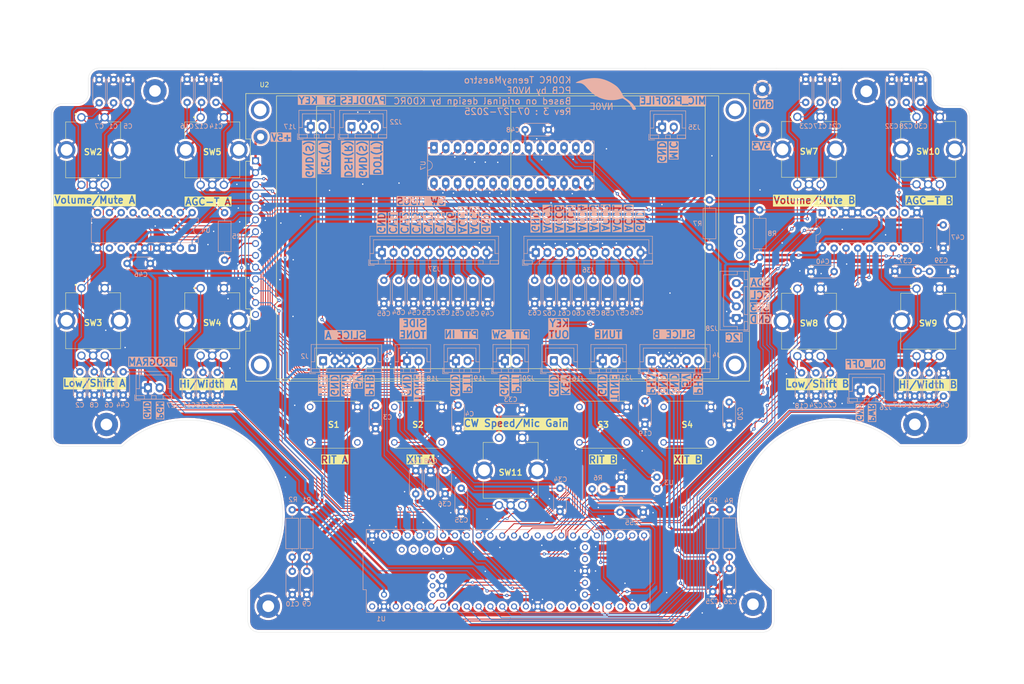
<source format=kicad_pcb>
(kicad_pcb (version 20241229) (generator "pcbnew") (generator_version "9.0")
  (title_block (title "TeensyMaestro Main PCB") (date "2025-07-27") (rev "3.0") (company "NV0E") (comment 1 "Based on original design by KD0RC.") (comment 3 "PCB design by NV0E"))
  (layers (0 "F.Cu" signal) (2 "B.Cu" signal) (13 "F.Paste" user) (15 "B.Paste" user) (5 "F.SilkS" user "F.Silkscreen") (7 "B.SilkS" user "B.Silkscreen") (1 "F.Mask" user) (3 "B.Mask" user) (25 "Edge.Cuts" user))
  (net 0 "")
  (net 1 "/IO Expander A/IOX_A_MUTE")
  (net 2 "GND")
  (net 3 "/IO Expander A/IOX_A_NB")
  (net 4 "/IO Expander A/IOX_A_RIT")
  (net 5 "/IO Expander A/IOX_A_XIT")
  (net 6 "/IO Expander A/IOX_A_VOL2")
  (net 7 "/IO Expander A/IOX_A_LOW_SHIFT2")
  (net 8 "/IO Expander A/IOX_A_VOL1")
  (net 9 "/IO Expander A/IOX_A_LOW_SHIFT1")
  (net 10 "/IO Expander A/IOX_A_PhaseA")
  (net 11 "/IO Expander A/IOX_A_PhaseB")
  (net 12 "/IO Expander A/IOX_A_NR")
  (net 14 "/IO Expander A/IOX_A_RIT_SEL")
  (net 15 "/IO Expander A/IOX_A_HIGH_WIDTH2")
  (net 16 "/IO Expander A/IOX_A_AGC-T2")
  (net 17 "/IO Expander A/IOX_A_HIGH_WIDTH1")
  (net 18 "/IO Expander A/IOX_A_AGC-T1")
  (net 19 "/IO Expander B/IOX_B_MUTE")
  (net 20 "/IO Expander B/IOX_B_NB")
  (net 21 "/IO Expander B/IOX_B_RIT")
  (net 22 "/IO Expander B/IOX_B_XIT")
  (net 23 "/IO Expander B/IOX_B_VOL2")
  (net 24 "/IO Expander B/IOX_B_LOW_SHIFT2")
  (net 25 "+3V3")
  (net 26 "/IO Expander B/IOX_B_VOL1")
  (net 27 "/IO Expander B/IOX_B_LOW_SHIFT1")
  (net 28 "I2C_SDA")
  (net 29 "I2C_SCL")
  (net 30 "/Microcontroller/CW_MIC_MENU2")
  (net 31 "/Microcontroller/TFT_RST")
  (net 32 "/Microcontroller/CW_MIC_MENU1")
  (net 33 "/Microcontroller/LCD_CS")
  (net 34 "/Microcontroller/ON_OFF")
  (net 35 "/Microcontroller/TFT_MOSI")
  (net 36 "/IO Expander B/IOX_B_PhaseA")
  (net 37 "+5V")
  (net 38 "/IO Expander B/IOX_B_PhaseB")
  (net 39 "/Microcontroller/TFT_MISO")
  (net 40 "/IO Expander B/IOX_B_NR")
  (net 41 "/Microcontroller/TOUCH_CS")
  (net 42 "/IO Expander B/IOX_B_RIT_SEL")
  (net 43 "/IO Expander B/IOX_B_HIGH_WIDTH2")
  (net 44 "/IO Expander B/IOX_B_AGC-T2")
  (net 45 "/IO Expander B/IOX_B_HIGH_WIDTH1")
  (net 46 "/IO Expander B/IOX_B_AGC-T1")
  (net 47 "/IO Expander B/PTT")
  (net 48 "/Microcontroller/KEYOUT")
  (net 49 "/Microcontroller/TFT_DC")
  (net 50 "/Microcontroller/TFT_SCK")
  (net 51 "/IO Expander B/TUNE")
  (net 52 "/IO Expander C/CW_MSG_1")
  (net 55 "/IO Expander C/CW_MSG_2")
  (net 56 "/IO Expander C/CW_MSG_3")
  (net 57 "/IO Expander C/CW_MSG_4")
  (net 58 "/IO Expander C/CW_MSG_5")
  (net 59 "/IO Expander C/CW_MSG_6")
  (net 60 "/IO Expander C/ACC_0")
  (net 61 "/Microcontroller/DOT")
  (net 62 "/Microcontroller/SIDE_TONE")
  (net 63 "/Microcontroller/DASH")
  (net 64 "/Microcontroller/ST_KEY")
  (net 65 "/IO Expander C/ACC_1")
  (net 66 "/IO Expander C/ACC_2")
  (net 67 "/Microcontroller/PROGRAM")
  (net 85 "/Mic Profile/MIC_PROFILE")
  (net 88 "/Miscellaneous/OPTO_EMM")
  (net 89 "/Miscellaneous/OPTO_COL")
  (net 90 "Net-(U2-LED)")
  (net 91 "Net-(R6-Pad1)")
  (net 107 "/IO Expander C/ACC_3")
  (net 108 "/IO Expander C/ACC_4")
  (net 110 "/IO Expander C/ACC_5")
  (net 111 "/IO Expander C/ACC_6")
  (net 112 "/IO Expander C/ACC_7")
  (net 113 "/IO Expander C/ACC_8")
  (net 115 "/IO Expander C/ACC_9")
  (net 117 "/IO Expander A/MENU_SEL")
  (net 118 "/IO Expander A/TFT_LED")
  (footprint "RIMU_Encoders:PEC11L4115FS0020_NR" (layer "F.Cu") (at 238.9 80)
    (property "Reference" "SW9")
    (property "Value" "HighWidth/NR B" (hide yes))
  )
  (footprint "MountingHole:MountingHole_2.5mm_Pad" (layer "F.Cu") (at 238.54 109.16)
    (property "Reference" "H2" (hide yes))
    (property "Value" "MountingHole" (hide yes))
  )
  (footprint "RIMU_Switches:3ETH9120" (layer "F.Cu") (at 126.725 105.425)
    (property "Reference" "S2")
    (property "Value" "1825910-6" (hide yes))
  )
  (footprint "RIMU_Encoders:PEC11L4115FS0020_VNR" (layer "F.Cu") (at 213.3 80)
    (property "Reference" "SW8")
    (property "Value" "LowShift/NB B" (hide yes))
  )
  (footprint "RIMU_Encoders:PEC11L4115FS0020_NR" (layer "F.Cu") (at 238.9 43.1)
    (property "Reference" "SW10")
    (property "Value" "AGC-T/RIT_Sel A" (hide yes))
  )
  (footprint "MountingHole:MountingHole_2.5mm_Pad" (layer "F.Cu") (at 228.11 37.62)
    (property "Reference" "H4" (hide yes))
    (property "Value" "MountingHole" (hide yes))
  )
  (footprint "MountingHole:MountingHole_2.5mm_Pad" (layer "F.Cu") (at 64.86 109.19)
    (property "Reference" "H3" (hide yes))
    (property "Value" "MountingHole" (hide yes))
  )
  (footprint "RIMU_Encoders:PEC11L4115FS0020_VNR" (layer "F.Cu") (at 85.1 79.9)
    (property "Reference" "SW4")
    (property "Value" "HighWidth/NR A" (hide yes))
  )
  (footprint "RIMU_Encoders:PEC11L4115FS0020_NR" (layer "F.Cu") (at 59.5 43.2)
    (property "Reference" "SW2")
    (property "Value" "RotaryEncoder_Switch_MP" (hide yes))
  )
  (footprint "RIMU_Switches:3ETH9120" (layer "F.Cu") (at 166.5 105.425)
    (property "Reference" "S3")
    (property "Value" "1825910-6" (hide yes))
  )
  (footprint "RIMU_Display_Graphic:MSP4021-ST7796S-TM" (layer "F.Cu") (at 148.9 69)
    (property "Reference" "U2")
    (property "Value" "MSP4021-ST7796S")
  )
  (footprint "RIMU_Encoders:PEC11L4115FS0020_VNR" (layer "F.Cu") (at 213.3 43.1)
    (property "Reference" "SW7")
    (property "Value" "Vol/Mute B" (hide yes))
  )
  (footprint "RIMU_Encoders:PEC11L4115FS0020_VNR" (layer "F.Cu") (at 85.1 43.2)
    (property "Reference" "SW5")
    (property "Value" "AGC-T/RIT_Sel A" (hide yes))
  )
  (footprint "RIMU_Switches:3ETH9120" (layer "F.Cu") (at 184.565 105.425)
    (property "Reference" "S4")
    (property "Value" "1825910-6" (hide yes))
  )
  (footprint "MountingHole:MountingHole_2.5mm_Pad" (layer "F.Cu") (at 75.29 37.53)
    (property "Reference" "H1" (hide yes))
    (property "Value" "MountingHole" (hide yes))
  )
  (footprint "MountingHole:MountingHole_2.5mm_Pad" (layer "F.Cu") (at 99.64 148.24)
    (property "Reference" "H5" (hide yes))
    (property "Value" "MountingHole" (hide yes))
  )
  (footprint "RIMU_Encoders:PEC11L4115FS0020_NR" (layer "F.Cu") (at 59.5 79.9)
    (property "Reference" "SW3")
    (property "Value" "LowShift/NB A" (hide yes))
  )
  (footprint "MountingHole:MountingHole_2.5mm_Pad" (layer "F.Cu") (at 203.76 147.81)
    (property "Reference" "H6" (hide yes))
    (property "Value" "MountingHole" (hide yes))
  )
  (footprint "RIMU_Switches:3ETH9120" (layer "F.Cu") (at 108.625 105.425)
    (property "Reference" "S1")
    (property "Value" "1825910-6" (hide yes))
  )
  (footprint "RIMU_Encoders:PEC11L4115FS0020" (layer "F.Cu") (at 149.2 112.05)
    (property "Reference" "SW11")
    (property "Value" "CW_Mic/Menu Sel" (hide yes))
  )
  (footprint "Capacitor_THT:C_Disc_D5.0mm_W2.5mm_P5.00mm" (layer "B.Cu") (at 162.3 122.9 -90)
    (property "Reference" "C34")
    (property "Value" "100nF" (hide yes))
  )
  (footprint "Capacitor_THT:C_Disc_D5.0mm_W2.5mm_P5.00mm" (layer "B.Cu") (at 235.4 98.1 -90)
    (property "Reference" "C27")
    (property "Value" "100nF" (hide yes))
  )
  (footprint "Capacitor_THT:C_Disc_D5.0mm_W2.5mm_P5.00mm" (layer "B.Cu") (at 85.6 98 -90)
    (property "Reference" "C15")
    (property "Value" "100nF" (hide yes))
  )
  (footprint "TestPoint:TestPoint_Loop_D2.54mm_Drill1.5mm_Beaded" (layer "B.Cu") (at 97.985 47.415)
    (property "Reference" "TP1" (hide yes))
    (property "Value" "5V" (hide yes))
  )
  (footprint "Capacitor_THT:C_Disc_D5.0mm_W2.5mm_P5.00mm" (layer "B.Cu") (at 244.7 103.11 90)
    (property "Reference" "C43")
    (property "Value" "100nF" (hide yes))
  )
  (footprint "Capacitor_THT:C_Disc_D5.0mm_W2.5mm_P5.00mm" (layer "B.Cu") (at 221.3 40 90)
    (property "Reference" "C21")
    (property "Value" "100nF" (hide yes))
  )
  (footprint "Resistor_THT:R_Axial_DIN0207_L6.3mm_D2.5mm_P10.16mm_Horizontal" (layer "B.Cu") (at 205.2 63.095 -90)
    (property "Reference" "R8")
    (property "Value" "4K7" (hide yes))
  )
  (footprint "Capacitor_THT:C_Disc_D5.0mm_W2.5mm_P5.00mm" (layer "B.Cu") (at 221.2 76.35 180)
    (property "Reference" "C40")
    (property "Value" "100nF" (hide yes))
  )
  (footprint "TestPoint:TestPoint_Loop_D2.54mm_Drill1.5mm_Beaded" (layer "B.Cu") (at 205.785 37.14)
    (property "Reference" "TP3" (hide yes))
    (property "Value" "GND" (hide yes))
  )
  (footprint "Resistor_THT:R_Axial_DIN0207_L6.3mm_D2.5mm_P10.16mm_Horizontal" (layer "B.Cu") (at 198.69 127.47 -90)
    (property "Reference" "R4")
    (property "Value" "1K" (hide yes))
  )
  (footprint "digikey-footprints:DIP-4_W7.62mm" (layer "B.Cu") (at 175.5 123.05)
    (property "Reference" "U3")
    (property "Value" "LTV-817")
  )
  (footprint "Capacitor_THT:C_Disc_D5.0mm_W2.5mm_P5.00mm" (layer "B.Cu") (at 69.5 40.1 90)
    (property "Reference" "C5")
    (property "Value" "100nF" (hide yes))
  )
  (footprint "Capacitor_THT:C_Disc_D5.0mm_W2.5mm_P5.00mm" (layer "B.Cu") (at 69.3 74.6)
    (property "Reference" "C46")
    (property "Value" "100nF")
  )
  (footprint "Connector_JST:JST_XH_B2B-XH-A_1x02_P2.50mm_Vertical" (layer "B.Cu") (at 139.95 95.53)
    (property "Reference" "J19")
    (property "Value" "B2B-XH-A_LF__SN_" (hide yes))
  )
  (footprint "Capacitor_THT:C_Disc_D5.0mm_W2.5mm_P5.00mm" (layer "B.Cu") (at 178.815 78.28 -90)
    (property "Reference" "C56")
    (property "Value" "100nF" (hide yes))
  )
  (footprint "Connector_JST:JST_XH_B2B-XH-A_1x02_P2.50mm_Vertical" (layer "B.Cu") (at 160.985 95.53)
    (property "Reference" "J16")
    (property "Value" "B2B-XH-A_LF__SN_" (hide yes))
  )
  (footprint "Connector_JST:JST_XH_B2B-XH-A_1x02_P2.50mm_Vertical" (layer "B.Cu") (at 73.79 101.3)
    (property "Reference" "J27")
    (property "Value" "B2B-XH-A_LF__SN_" (hide yes))
  )
  (footprint "Capacitor_THT:C_Disc_D5.0mm_W2.5mm_P5.00mm" (layer "B.Cu") (at 59.15 97.88 -90)
    (property "Reference" "C2")
    (property "Value" "100nF" (hide yes))
  )
  (footprint "Capacitor_THT:C_Disc_D5.0mm_W2.5mm_P5.00mm" (layer "B.Cu") (at 241.6 98.1 -90)
    (property "Reference" "C29")
    (property "Value" "100nF" (hide yes))
  )
  (footprint "RIMU_Logo:NV0E Logo" (layer "B.Cu") (at 170.245 38.715 180)
    (property "Reference" "REF**" (hide yes))
    (property "Value" "NV0E Logo" (hide yes))
  )
  (footprint "Capacitor_THT:C_Disc_D5.0mm_W2.5mm_P5.00mm" (layer "B.Cu") (at 239.25 76.25 180)
    (property "Reference" "C37")
    (property "Value" "100nF" (hide yes))
  )
  (footprint "Capacitor_THT:C_Disc_D5.0mm_W2.5mm_P5.00mm" (layer "B.Cu") (at 180.55 104.15 -90)
    (property "Reference" "C19")
    (property "Value" "100nF" (hide yes))
  )
  (footprint "Capacitor_THT:C_Disc_D5.0mm_W2.5mm_P5.00mm" (layer "B.Cu") (at 134.03 78.21 -90)
    (property "Reference" "C53")
    (property "Value" "100nF" (hide yes))
  )
  (footprint "Capacitor_THT:C_Disc_D5.0mm_W2.5mm_P5.00mm" (layer "B.Cu") (at 124.475 78.215 -90)
    (property "Reference" "C65")
    (property "Value" "100nF" (hide yes))
  )
  (footprint "TestPoint:TestPoint_Loop_D2.54mm_Drill1.5mm_Beaded" (layer "B.Cu") (at 205.785 45.88)
    (property "Reference" "TP2" (hide yes))
    (property "Value" "3V3" (hide yes))
  )
  (footprint "Capacitor_THT:C_Disc_D5.0mm_W2.5mm_P5.00mm" (layer "B.Cu") (at 63.3 40.1 90)
    (property "Reference" "C7")
    (property "Value" "100nF" (hide yes))
  )
  (footprint "Connector_JST:JST_XH_B2B-XH-A_1x02_P2.50mm_Vertical" (layer "B.Cu") (at 171.5025 95.53)
    (property "Reference" "J21")
    (property "Value" "B2B-XH-A_LF__SN_" (hide yes))
  )
  (footprint "Capacitor_THT:C_Disc_D5.0mm_W2.5mm_P5.00mm" (layer "B.Cu") (at 107.9 140.71 -90)
    (property "Reference" "C9")
    (property "Value" "100nF" (hide yes))
  )
  (footprint "Capacitor_THT:C_Disc_D5.0mm_W2.5mm_P5.00mm" (layer "B.Cu") (at 149.21 106.035)
    (property "Reference" "C33")
    (property "Value" "100nF" (hide yes))
  )
  (footprint "Resistor_THT:R_Axial_DIN0207_L6.3mm_D2.5mm_P10.16mm_Horizontal" (layer "B.Cu") (at 107.9 127.51 -90)
    (property "Reference" "R1")
    (property "Value" "1K" (hide yes))
  )
  (footprint "Connector_JST:JST_XH_B5B-XH-A_1x05_P2.50mm_Vertical" (layer "B.Cu") (at 111.415 95.52)
    (property "Reference" "J2")
    (property "Value" "B5B-XH-A_LF__SN_" (hide yes))
  )
  (footprint "Capacitor_THT:C_Disc_D5.0mm_W2.5mm_P5.00mm" (layer "B.Cu") (at 172.535 78.26 -90)
    (property "Reference" "C58")
    (property "Value" "100nF" (hide yes))
  )
  (footprint "Capacitor_THT:C_Disc_D5.0mm_W2.5mm_P5.00mm" (layer "B.Cu") (at 163.155 78.265 -90)
    (property "Reference" "C61")
    (property "Value" "100nF" (hide yes))
  )
  (footprint "Connector_JST:JST_XH_B2B-XH-A_1x02_P2.50mm_Vertical" (layer "B.Cu") (at 150.4675 95.53)
    (property "Reference" "J20")
    (property "Value" "B2B-XH-A_LF__SN_" (hide yes))
  )
  (footprint "Connector_JST:JST_XH_B10B-XH-A_1x10_P2.50mm_Vertical" (layer "B.Cu") (at 124.045 72.265)
    (property "Reference" "J37")
    (property "Value" "Conn_01x10")
  )
  (footprint "Resistor_THT:R_Axial_DIN0207_L6.3mm_D2.5mm_P10.16mm_Horizontal" (layer "B.Cu") (at 104.77 127.525 -90)
    (property "Reference" "R2")
    (property "Value" "1K" (hide yes))
  )
  (footprint "Capacitor_THT:C_Disc_D5.0mm_W2.5mm_P5.00mm" (layer "B.Cu") (at 220.4 98.1 -90)
    (property "Reference" "C22")
    (property "Value" "100nF" (hide yes))
  )
  (footprint "Capacitor_THT:C_Disc_D5.0mm_W2.5mm_P5.00mm" (layer "B.Cu") (at 154.805 45.86)
    (property "Reference" "C48")
    (property "Value" "100nF" (hide yes))
  )
  (footprint "Capacitor_THT:C_Disc_D5.0mm_W2.5mm_P5.00mm" (layer "B.Cu") (at 198.69 140.1 -90)
    (property "Reference" "C26")
    (property "Value" "100nF" (hide yes))
  )
  (footprint "Capacitor_THT:C_Disc_D5.0mm_W2.5mm_P5.00mm" (layer "B.Cu") (at 156.87 78.22 -90)
    (property "Reference" "C63")
    (property "Value" "100nF" (hide yes))
  )
  (footprint "Capacitor_THT:C_Disc_D5.0mm_W2.5mm_P5.00mm" (layer "B.Cu") (at 88.7 98 -90)
    (property "Reference" "C13")
    (property "Value" "100nF" (hide yes))
  )
  (footprint "Capacitor_THT:C_Disc_D5.0mm_W2.5mm_P5.00mm" (layer "B.Cu") (at 66.4 40.1 90)
    (property "Reference" "C1")
    (property "Value" "100nF" (hide yes))
  )
  (footprint "Capacitor_THT:C_Disc_D5.0mm_W2.5mm_P5.00mm" (layer "B.Cu") (at 82.5 98 -90)
    (property "Reference" "C11")
    (property "Value" "100nF" (hide yes))
  )
  (footprint "Capacitor_THT:C_Disc_D5.0mm_W2.5mm_P5.00mm" (layer "B.Cu") (at 85.3 40 90)
    (property "Reference" "C12")
    (property "Value" "100nF" (hide yes))
  )
  (footprint "Capacitor_THT:C_Disc_D5.0mm_W2.5mm_P5.00mm" (layer "B.Cu") (at 137.215 78.235 -90)
    (property "Reference" "C52")
    (property "Value" "100nF" (hide yes))
  )
  (footprint "Connector_JST:JST_XH_B4B-XH-A_1x04_P2.50mm_Vertical" (layer "B.Cu") (at 200.2 86.325 90)
    (property "Reference" "J28")
    (property "Value" "B4B-PH-K-S_LF__SN_" (hide yes))
  )
  (footprint "Connector_JST:JST_XH_B2B-XH-A_1x02_P2.50mm_Vertical" (layer "B.Cu") (at 226.93 101.87)
    (property "Reference" "J26")
    (property "Value" "B2B-XH-A_LF__SN_" (hide yes))
  )
  (footprint "Resistor_THT:R_Axial_DIN0207_L6.3mm_D2.5mm_P10.16mm_Horizontal" (layer "B.Cu") (at 90.26 73.86 90)
    (property "Reference" "R5")
    (property "Value" "100" (hide yes))
  )
  (footprint "Capacitor_THT:C_Disc_D5.0mm_W2.5mm_P5.00mm" (layer "B.Cu") (at 65.35 97.88 -90)
    (property "Reference" "C6")
    (property "Value" "100nF" (hide yes))
  )
  (footprint "Package_DIP:DIP-28_W7.62mm_Socket_LongPads" (layer "B.Cu") (at 135.23 49.735 -90)
    (property "Reference" "U7")
    (property "Value" "MCP23017-E_SP" (hide yes))
  )
  (footprint "Teensy:MODULE_DEV-16771" (layer "B.Cu") (at 151.17 140.66)
    (property "Reference" "U1")
    (property "Value" "DEV-16771")
  )
  (footprint "Capacitor_THT:C_Disc_D5.0mm_W2.5mm_P5.00mm" (layer "B.Cu") (at 134.495 124.1 90)
    (property "Reference" "C38")
    (property "Value" "100nF" (hide yes))
  )
  (footprint "Capacitor_THT:C_Disc_D5.0mm_W2.5mm_P5.00mm" (layer "B.Cu") (at 88.4 40 90)
    (property "Reference" "C14")
    (property "Value" "100nF" (hide yes))
  )
  (footprint "Connector_JST:JST_XH_B3B-XH-A_1x03_P2.50mm_Vertical" (layer "B.Cu") (at 117.525 45.21)
    (property "Reference" "J22")
    (property "Value" "B3B-XH-A_LF__SN_" (hide yes))
  )
  (footprint "Capacitor_THT:C_Disc_D5.0mm_W2.5mm_P5.00mm" (layer "B.Cu") (at 233.6 40 90)
    (property "Reference" "C32")
    (property "Value" "100nF" (hide yes))
  )
  (footprint "Capacitor_THT:C_Disc_D5.0mm_W2.5mm_P5.00mm" (layer "B.Cu") (at 104.8 140.735 -90)
    (property "Reference" "C10")
    (property "Value" "100nF" (hide yes))
  )
  (footprint "Connector_JST:JST_XH_B5B-XH-A_1x05_P2.50mm_Vertical" (layer "B.Cu") (at 182.02 95.53)
    (property "Reference" "J4")
    (property "Value" "B5B-XH-A_LF__SN_" (hide yes))
  )
  (footprint "Connector_JST:JST_XH_B2B-XH-A_1x02_P2.50mm_Vertical" (layer "B.Cu") (at 184.25 45.32)
    (property "Reference" "J35")
    (property "Value" "B2B-XH-A_LF__SN_" (hide yes))
  )
  (footprint "Capacitor_THT:C_Disc_D5.0mm_W2.5mm_P5.00mm" (layer "B.Cu") (at 62.25 97.88 -90)
    (property "Reference" "C8")
    (property "Value" "100nF" (hide yes))
  )
  (footprint "Capacitor_THT:C_Disc_D5.0mm_W2.5mm_P5.00mm" (layer "B.Cu") (at 239.8 40 90)
    (property "Reference" "C30")
    (property "Value" "100nF" (hide yes))
  )
  (footprint "Capacitor_THT:C_Disc_D5.0mm_W2.5mm_P5.00mm" (layer "B.Cu") (at 175.69 78.27 -90)
    (property "Reference" "C57")
    (property "Value" "100nF" (hide yes))
  )
  (footprint "Package_DIP:DIP-18_W7.62mm" (layer "B.Cu") (at 218.66 63.69 -90)
    (property "Reference" "U5")
    (property "Value" "MCP23008-xP")
  )
  (footprint "Capacitor_THT:C_Disc_D5.0mm_W2.5mm_P5.00mm" (layer "B.Cu") (at 214.2 98.1 -90)
    (property "Reference" "C18")
    (property "Value" "100nF" (hide yes))
  )
  (footprint "Capacitor_THT:C_Disc_D5.0mm_W2.5mm_P5.00mm" (layer "B.Cu") (at 82.2 40 90)
    (property "Reference" "C16")
    (property "Value" "100nF" (hide yes))
  )
  (footprint "Connector_JST:JST_XH_B2B-XH-A_1x02_P2.50mm_Vertical" (layer "B.Cu") (at 129.4325 95.53)
    (property "Reference" "J18")
    (property "Value" "B2B-XH-A_LF__SN_" (hide yes))
  )
  (footprint "Capacitor_THT:C_Disc_D5.0mm_W2.5mm_P5.00mm" (layer "B.Cu") (at 244.63 66.33 -90)
    (property "Reference" "C47")
    (property "Value" "100nF" (hide yes))
  )
  (footprint "Capacitor_THT:C_Disc_D5.0mm_W2.5mm_P5.00mm" (layer "B.Cu") (at 166.27 78.255 -90)
    (property "Reference" "C60")
    (property "Value" "100nF" (hide yes))
  )
  (footprint "Resistor_THT:R_Axial_DIN0207_L6.3mm_D2.5mm_P2.54mm_Vertical" (layer "B.Cu") (at 171.73 123.05 180)
    (property "Reference" "R6")
    (property "Value" "1K")
  )
  (footprint "Capacitor_THT:C_Disc_D5.0mm_W2.5mm_P5.00mm" (layer "B.Cu") (at 175.2 128.04)
    (property "Reference" "C55")
    (property "Value" "100nF" (hide yes))
  )
  (footprint "Capacitor_THT:C_Disc_D5.0mm_W2.5mm_P5.00mm" (layer "B.Cu") (at 137.635 119.075 -90)
    (property "Reference" "C36")
    (property "Value" "100nF" (hide yes))
  )
  (footprint "Capacitor_THT:C_Disc_D5.0mm_W2.5mm_P5.00mm" (layer "B.Cu") (at 238.5 98.1 -90)
    (property "Reference" "C31")
    (property "Value" "100nF" (hide yes))
  )
  (footprint "Capacitor_THT:C_Disc_D5.0mm_W2.5mm_P5.00mm" (layer "B.Cu") (at 122.675 105.1 -90)
    (property "Reference" "C3")
    (property "Value" "100nF" (hide yes))
  )
  (footprint "Resistor_THT:R_Axial_DIN0207_L6.3mm_D2.5mm_P10.16mm_Horizontal" (layer "B.Cu") (at 194.43 60.95 -90)
    (property "Reference" "R7")
    (property "Value" "4K7" (hide yes))
  )
  (footprint "Capacitor_THT:C_Disc_D5.0mm_W2.5mm_P5.00mm" (layer "B.Cu") (at 198.65 104.375 -90)
    (property "Reference" "C20")
    (property "Value" "100nF" (hide yes))
  )
  (footprint "Capacitor_THT:C_Disc_D5.0mm_W2.5mm_P5.00mm" (layer "B.Cu") (at 140.42 105.045 -90)
    (property "Reference" "C4")
    (property "Value" "100nF" (hide yes))
  )
  (footprint "Package_DIP:DIP-18_W7.62mm" (layer "B.Cu") (at 83.28 71.3 90)
    (property "Reference" "U4")
    (property "Value" "MCP23008-xP")
  )
  (footprint "Capacitor_THT:C_Disc_D5.0mm_W2.5mm_P5.00mm" (layer "B.Cu") (at 141.1 122.9 -90)
    (property "Reference" "C35")
    (property "Value" "100nF" (hide yes))
  )
  (footprint "Capacitor_THT:C_Disc_D5.0mm_W2.5mm_P5.00mm" (layer "B.Cu") (at 218.2 40 90)
    (property "Reference" "C17")
    (property "Value" "100nF" (hide yes))
  )
  (footprint "Capacitor_THT:C_Disc_D5.0mm_W2.5mm_P5.00mm" (layer "B.Cu") (at 160.01 78.245 -90)
    (property "Reference" "C62")
    (property "Value" "100nF" (hide yes))
  )
  (footprint "Capacitor_THT:C_Disc_D5.0mm_W2.5mm_P5.00mm" (layer "B.Cu") (at 236.7 40 90)
    (property "Reference" "C28")
    (property "Value" "100nF" (hide yes))
  )
  (footprint "Resistor_THT:R_Axial_DIN0207_L6.3mm_D2.5mm_P10.16mm_Horizontal" (layer "B.Cu") (at 195.11 127.48 -90)
    (property "Reference" "R3")
    (property "Value" "1K" (hide yes))
  )
  (footprint "Connector_JST:JST_XH_B10B-XH-A_1x10_P2.50mm_Vertical" (layer "B.Cu") (at 157.105714 72.26)
    (property "Reference" "J36")
    (property "Value" "Conn_01x10")
  )
  (footprint "Connector_JST:JST_XH_B2B-XH-A_1x02_P2.50mm_Vertical" (layer "B.Cu") (at 108.77 45.21)
    (property "Reference" "J17")
    (property "Value" "B2B-XH-A_LF__SN_" (hide yes))
  )
  (footprint "Capacitor_THT:C_Disc_D5.0mm_W2.5mm_P5.00mm" (layer "B.Cu") (at 127.66 78.24 -90)
    (property "Reference" "C64")
    (property "Value" "100nF" (hide yes))
  )
  (footprint "Capacitor_THT:C_Disc_D5.0mm_W2.5mm_P5.00mm" (layer "B.Cu") (at 140.4 78.24 -90)
    (property "Reference" "C51")
    (property "Value" "100nF" (hide yes))
  )
  (footprint "Capacitor_THT:C_Disc_D5.0mm_W2.5mm_P5.00mm" (layer "B.Cu") (at 241.7 76.3)
    (property "Reference" "C39")
    (property "Value" "100nF" (hide yes))
  )
  (footprint "Capacitor_THT:C_Disc_D5.0mm_W2.5mm_P5.00mm" (layer "B.Cu") (at 215.1 40 90)
    (property "Reference" "C23")
    (property "Value" "100nF" (hide yes))
  )
  (footprint "Capacitor_THT:C_Disc_D5.0mm_W2.5mm_P5.00mm" (layer "B.Cu") (at 146.77 78.3 -90)
    (property "Reference" "C49")
    (property "Value" "100nF" (hide yes))
  )
  (footprint "Capacitor_THT:C_Disc_D5.0mm_W2.5mm_P5.00mm" (layer "B.Cu") (at 143.585 78.27 -90)
    (property "Reference" "C50")
    (property "Value" "100nF" (hide yes))
  )
  (footprint "Capacitor_THT:C_Disc_D5.0mm_W2.5mm_P5.00mm" (layer "B.Cu") (at 130.845 78.24 -90)
    (property "Reference" "C54")
    (property "Value" "100nF" (hide yes))
  )
  (footprint "Capacitor_THT:C_Disc_D5.0mm_W2.5mm_P5.00mm" (layer "B.Cu") (at 68.46 97.88 -90)
    (property "Reference" "C44")
    (property "Value" "100nF" (hide yes))
  )
  (footprint "Capacitor_THT:C_Disc_D5.0mm_W2.5mm_P5.00mm" (layer "B.Cu") (at 131.325 124.11 90)
    (property "Reference" "C41")
    (property "Value" "100nF" (hide yes))
  )
  (footprint "Capacitor_THT:C_Disc_D5.0mm_W2.5mm_P5.00mm" (layer "B.Cu") (at 217.3 98.1 -90)
    (property "Reference" "C24")
    (property "Value" "100nF" (hide yes))
  )
  (footprint "Capacitor_THT:C_Disc_D5.0mm_W2.5mm_P5.00mm" (layer "B.Cu") (at 195.13 140.1 -90)
    (property "Reference" "C25")
    (property "Value" "100nF" (hide yes))
  )
  (footprint "Capacitor_THT:C_Disc_D5.0mm_W2.5mm_P5.00mm" (layer "B.Cu") (at 169.38 78.255 -90)
    (property "Reference" "C59")
    (property "Value" "100nF" (hide yes))
  )
  (gr_arc (start 52.986347 42.586346) (mid 53.660001 40.96) (end 55.286347 40.286346) (stroke (width 0.05)) (layer "Edge.Cuts"))
  (gr_line (start 97.561952 153.802769) (end 206 153.8) (stroke (width 0.05)) (layer "Edge.Cuts"))
  (gr_line (start 63.290001 32.606348) (end 240.32 32.696346) (stroke (width 0.05)) (layer "Edge.Cuts"))
  (gr_arc (start 208.300001 144.5) (mid 205.888379 115.202215) (end 235.256333 113.898598) (stroke (width 0.05)) (layer "Edge.Cuts"))
  (gr_arc (start 208.299999 151.5) (mid 207.626345 153.126346) (end 206 153.8) (stroke (width 0.05)) (layer "Edge.Cuts"))
  (gr_line (start 248 40.7) (end 244.926346 40.699999) (stroke (width 0.05)) (layer "Edge.Cuts"))
  (gr_arc (start 55.296346 113.9) (mid 53.672584 113.227416) (end 53 111.603654) (stroke (width 0.05)) (layer "Edge.Cuts"))
  (gr_arc (start 240.32 32.696346) (mid 241.946346 33.37) (end 242.62 34.996346) (stroke (width 0.05)) (layer "Edge.Cuts"))
  (gr_arc (start 97.561952 153.80277) (mid 95.933648 153.128304) (end 95.259183 151.5) (stroke (width 0.05)) (layer "Edge.Cuts"))
  (gr_line (start 58.69 40.28) (end 55.286347 40.286727) (stroke (width 0.05)) (layer "Edge.Cuts"))
  (gr_line (start 248.013654 113.9) (end 235.256332 113.898598) (stroke (width 0.05)) (layer "Edge.Cuts"))
  (gr_line (start 53.000001 111.603654) (end 52.986347 42.58634) (stroke (width 0.05)) (layer "Edge.Cuts"))
  (gr_line (start 250.3 43) (end 250.313608 111.6) (stroke (width 0.05)) (layer "Edge.Cuts"))
  (gr_arc (start 60.99 37.98) (mid 60.316346 39.606346) (end 58.69 40.28) (stroke (width 0.05)) (layer "Edge.Cuts"))
  (gr_line (start 242.626302 38.399999) (end 242.619619 34.996346) (stroke (width 0.05)) (layer "Edge.Cuts"))
  (gr_line (start 60.990001 34.906346) (end 60.99 37.98) (stroke (width 0.05)) (layer "Edge.Cuts"))
  (gr_arc (start 68.172486 113.9) (mid 97.585421 115.14295) (end 95.258132 144.49) (stroke (width 0.05)) (layer "Edge.Cuts"))
  (gr_arc (start 244.926346 40.699999) (mid 243.3 40.026345) (end 242.626346 38.399999) (stroke (width 0.05)) (layer "Edge.Cuts"))
  (gr_arc (start 248 40.7) (mid 249.626346 41.373654) (end 250.3 43) (stroke (width 0.05)) (layer "Edge.Cuts"))
  (gr_arc (start 250.313654 111.6) (mid 249.64 113.226346) (end 248.013654 113.9) (stroke (width 0.05)) (layer "Edge.Cuts"))
  (gr_arc (start 60.990001 34.906346) (mid 61.663655 33.28) (end 63.290001 32.606346) (stroke (width 0.05)) (layer "Edge.Cuts"))
  (gr_line (start 55.2963 113.9) (end 68.172486 113.9) (stroke (width 0.05)) (layer "Edge.Cuts"))
  (gr_line (start 208.299999 151.5) (end 208.300001 144.499999) (stroke (width 0.05)) (layer "Edge.Cuts"))
  (gr_line (start 95.259183 151.5) (end 95.258132 144.49) (stroke (width 0.05)) (layer "Edge.Cuts"))
  (gr_text "XIT B" (at 186.65 117.65 0) (layer "F.SilkS" knockout) (effects (font (size 1.5 1.5) (thickness 0.3) (bold yes)) (justify left bottom)))
  (gr_text "CW Speed/Mic Gain" (at 141.453 109.815 0) (layer "F.SilkS" knockout) (effects (font (size 1.5 1.5) (thickness 0.3) (bold yes)) (justify left bottom)))
  (gr_text "AGC-T B" (at 236.495 61.985 0) (layer "F.SilkS" knockout) (effects (font (size 1.5 1.5) (thickness 0.3) (bold yes)) (justify left bottom)))
  (gr_text "RIT A" (at 110.75 117.65 0) (layer "F.SilkS" knockout) (effects (font (size 1.5 1.5) (thickness 0.3) (bold yes)) (justify left bottom)))
  (gr_text "XIT A" (at 129.25 117.65 0) (layer "F.SilkS" knockout) (effects (font (size 1.5 1.5) (thickness 0.3) (bold yes)) (justify left bottom)))
  (gr_text "Low/Shift A" (at 55.37 101.18 0) (layer "F.SilkS" knockout) (effects (font (size 1.5 1.5) (thickness 0.3) (bold yes)) (justify left bottom)))
  (gr_text "Hi/Width A" (at 80.315 101.375 0) (layer "F.SilkS" knockout) (effects (font (size 1.5 1.5) (thickness 0.3) (bold yes)) (justify left bottom)))
  (gr_text "RIT B" (at 168.325 117.65 0) (layer "F.SilkS" knockout) (effects (font (size 1.5 1.5) (thickness 0.3) (bold yes)) (justify left bottom)))
  (gr_text "Volume/Mute A" (at 53.505 61.835 0) (layer "F.SilkS" knockout) (effects (font (size 1.5 1.5) (thickness 0.3) (bold yes)) (justify left bottom)))
  (gr_text "Low/Shift B" (at 210.625 101.35 0) (layer "F.SilkS" knockout) (effects (font (size 1.5 1.5) (thickness 0.3) (bold yes)) (justify left bottom)))
  (gr_text "AGC-T A" (at 81.64 62.235 0) (layer "F.SilkS" knockout) (effects (font (size 1.5 1.5) (thickness 0.3) (bold yes)) (justify left bottom)))
  (gr_text "Hi/Width B" (at 234.89 101.515 0) (layer "F.SilkS" knockout) (effects (font (size 1.5 1.5) (thickness 0.3) (bold yes)) (justify left bottom)))
  (gr_text "Volume/Mute B" (at 208.035 61.91 0) (layer "F.SilkS" knockout) (effects (font (size 1.5 1.5) (thickness 0.3) (bold yes)) (justify left bottom)))
  (gr_text "GND" (at 207.915 87.49 0) (layer "B.SilkS" knockout) (effects (font (size 1.5 1.5) (thickness 0.3) (bold yes)) (justify left bottom mirror)))
  (gr_text "DOT(T)" (at 122.13 55.785 270) (layer "B.SilkS" knockout) (effects (font (size 1.5 1.5) (thickness 0.3) (bold yes)) (justify left bottom mirror)))
  (gr_text "CW3" (at 130.478333 68.405 270) (layer "B.SilkS" knockout) (effects (font (size 1.5 1.5) (thickness 0.3) (bold yes)) (justify left bottom mirror)))
  (gr_text "TONE" (at 130.975 104.33 270) (layer "B.SilkS" knockout) (effects (font (size 1.5 1.5) (thickness 0.3) (bold yes)) (justify left bottom mirror)))
  (gr_text "CW1" (at 125.486111 68.405 270) (layer "B.SilkS" knockout) (effects (font (size 1.5 1.5) (thickness 0.3) (bold yes)) (justify left bottom mirror)))
  (gr_text "DSH(R)" (at 115.92 56.36 270) (layer "B.SilkS" knockout) (effects (font (size 1.5 1.5) (thickness 0.3) (bold yes)) (justify left bottom mirror)))
  (gr_text "SLICE B" (at 191.41 90.745 0) (layer "B.SilkS" knockout) (effects (font (size 1.5 1.5) (thickness 0.3) (bold yes)) (justify left bottom mirror)))
  (gr_text "MIC" (at 185.78 52.51 270) (layer "B.SilkS" knockout) (effects (font (size 1.5 1.5) (thickness 0.3) (bold yes)) (justify left bottom mirror)))
  (gr_text "5V" (at 188.50375 101.34 270) (layer "B.SilkS" knockout) (effects (font (size 1.5 1.5) (thickness 0.3) (bold yes)) (justify left bottom mirror)))
  (gr_text "GND" (at 178.575 68.025 270) (layer "B.SilkS" knockout) (effects (font (size 1.5 1.5) (thickness 0.3) (bold yes)) (justify left bottom mirror)))
  (gr_text "GND(S)" (at 119.025 56.38 270) (layer "B.SilkS" knockout) (effects (font (size 1.5 1.5) (thickness 0.3) (bold yes)) (justify left bottom mirror)))
  (gr_text "PTT" (at 141.49 102.645 270) (layer "B.SilkS" knockout) (effects (font (size 1.5 1.5) (thickness 0.3) (bold yes)) (justify left bottom mirror)))
  (gr_text "PWR" (at 228.575 108.835 270) (layer "B.SilkS" knockout) (effects (font (size 1.2 1.2) (thickness 0.3) (bold yes)) (justify left bottom mirror)))
  (gr_text "+5V" (at 104.785 48.345 0) (layer "B.SilkS" knockout) (effects (font (size 1.4 1.4) (thickness 0.3) (bold yes)) (justify left bottom mirror)))
  (gr_text "TUNE" (at 173.095 104.355 270) (layer "B.SilkS" knockout) (effects (font (size 1.5 1.5) (thickness 0.3) (bold yes)) (justify left bottom mirror)))
  (gr_text "ON_OFF" (at 232.37 97.13 0) (layer "B.SilkS" knockout) (effects (font (size 1.5 1.5) (thickness 0.3) (bold yes)) (justify left bottom mirror)))
  (gr_text "CW6" (at 137.966667 68.405 270) (layer "B.SilkS" knockout) (effects (font (size 1.5 1.5) (thickness 0.3) (bold yes)) (justify left bottom mirror)))
  (gr_text "GND" (at 156.08 68.125 270) (layer "B.SilkS" knockout) (effects (font (size 1.5 1.5) (thickness 0.3) (bold yes)) (justify left bottom mirror)))
  (gr_text "ACC3" (at 168.705 67.895 270) (layer "B.SilkS" knockout) (effects (font (size 1.5 1.5) (thickness 0.3) (bold yes)) (justify left bottom mirror)))
  (gr_text "PHA" (at 110.43375 103.245 270) (layer "B.SilkS" knockout) (effects (font (size 1.5 1.5) (thickness 0.3) (bold yes)) (justify left bottom mirror)))
  (gr_text "SCL" (at 207.635 82.3 0) (layer "B.SilkS" knockout) (effects (font (size 1.5 1.5) (thickness 0.3) (bold yes)) (justify left bottom mirror)))
  (gr_text "ACC4" (at 166.17 67.925 270) (layer "B.SilkS" knockout) (effects (font (size 1.5 1.5) (thickness 0.3) (bold yes)) (justify left bottom mirror)))
  (gr_text "ST KEY" (at 114.22 40.41 0) (layer "B.SilkS" knockout) (effects (font (size 1.5 1.5) (thickness 0.3) (bold yes)) (justify left bottom mirror)))
  (gr_text "PHB" (at 120.47875 103.34 270) (layer "B.SilkS" knockout) (effects (font (size 1.5 1.5) (thickness 0.3) (bold yes)) (justify left bottom mirror)))
  (gr_text "ACC7" (at 158.66 67.985 270) (layer "B.SilkS" knockout) (effects (font (size 1.5 1.5) (thickness 0.3) (bold yes)) (justify left bottom mirror)))
  (gr_text "GND" (at 122.99 68.405 270) (layer "B.SilkS" knockout) (effects (font (size 1.5 1.5) (thickness 0.3) (bold yes)) (justify left bottom mirror)))
  (gr_text "SLICE A" (at 120.745 90.915 0) (layer "B.SilkS" knockout) (effects (font (size 1.5 1.5) (thickness 0.3) (bold yes)) (justify left bottom mirror)))
  (gr_text "ACC1" (at 173.62 67.9 270) (layer "B.SilkS" knockout) (effects (font (size 1.5 1.5) (thickness 0.3) (bold yes)) (justify left bottom mirror)))
  (gr_text "GND" (at 183.3 53.15 270) (layer "B.SilkS" knockout) (effects (font (size 1.5 1.5) (thickness 0.3) (bold yes)) (justify left bottom mirror)))
  (gr_text "GND" (at 208.290001 41.3 0) (layer "B.SilkS" knockout) (effects (font (size 1.4 1.4) (thickness 0.3) (bold yes)) (justify left bottom mirror)))
  (gr_text "GND" (at 185.94 103.03 270) (layer "B.SilkS" knockout) (effects (font (size 1.5 1.5) (thickness 0.3) (bold yes)) (justify left bottom mirror)))
  (gr_text "5V" (at 117.9675 101.67 270) (layer "B.SilkS" knockout) (effects (font (size 1.5 1.5) (thickness 0.3) (bold yes)) (justify left bottom mirror)))
  (gr_text "GND" (at 115.415 103.335 270) (layer "B.SilkS" knockout) (effects (font (size 1.5 1.5) (thickness 0.3) (bold yes)) (justify left bottom mirror)))
  (gr_text "KEY(T)" (at 110.95 55.665 270) (layer "B.SilkS" knockout) (effects (font (size 1.5 1.5) (thickness 0.3) (bold yes)) (justify left bottom mirror)))
  (gr_text "CW MSGS" (at 137.895 62.13 0) (layer "B.SilkS" knockout) (effects (font (size 1.5 1.5) (thickness 0.3) (bold yes)) (justify left bottom mirror)))
  (gr_text "PROGRAM" (at 80.3 96.66 0) (layer "B.SilkS" knockout) (effects (font (size 1.5 1.5) (thickness 0.3) (bold yes)) (justify left bottom mirror)))
  (gr_text "GND" (at 170.47 103.265 270) (layer "B.SilkS" knockout) (effects (font (size 1.5 1.5) (thickness 0.3) (bold yes)) (justify left bottom mirror)))
  (gr_text "PADDLES" (at 125.145 40.435 0) (layer "B.SilkS" knockout) (effects (font (size 1.5 1.5) (thickness 0.3) (bold yes)) (justify left bottom mirror)))
  (gr_text "GND" (at 128.46 103.305 270) (layer "B.SilkS" knockout) (effects (font (size 1.5 1.5) (thickness 0.3) (bold yes)) (justify left bottom mirror)))
  (gr_text "PTT IN" (at 144.93 90.735 0) (layer "B.SilkS" knockout) (effects (font (size 1.5 1.5) (thickness 0.3) (bold yes)) (justify left bottom mirror)))
  (gr_text "GND(S)" (at 107.555 56.38 270) (layer "B.SilkS" knockout) (effects (font (size 1.5 1.5) (thickness 0.3) (bold yes)) (justify left bottom mirror)))
  (gr_text "GND" (at 145.455 68.405 270) (layer "B.SilkS" knockout) (effects (font (size 1.5 1.5) (thickness 0.3) (bold yes)) (justify left bottom mirror)))
  (gr_text "CW5" (at 135.470556 68.405 270) (layer "B.SilkS" knockout) (effects (font (size 1.5 1.5) (thickness 0.3) (bold yes)) (justify left bottom mirror)))
  (gr_text "TUNE" (at 175.675 90.76 0) (layer "B.SilkS" knockout) (effects (font (size 1.5 1.5) (thickness 0.3) (bold yes)) (justify left bottom mirror)))
  (gr_text "PHA" (at 180.955 102.985 270) (layer "B.SilkS" knockout) (effects (font (size 1.5 1.5) (thickness 0.3) (bold yes)) (justify left bottom mirror)))
  (gr_text "PTT" (at 151.99 102.655 270) (layer "B.SilkS" knockout) (effects (font (size 1.5 1.5) (thickness 0.3) (bold yes)) (justify left bottom mirror)))
  (gr_text "CW2" (at 127.982222 68.405 270) (layer "B.SilkS" knockout) (effects (font (size 1.5 1.5) (thickness 0.3) (bold yes)) (justify left bottom mirror)))
  (gr_text "PTT SW" (at 156.005 90.79 0) (layer "B.SilkS" knockout) (effects (font (size 1.5 1.5) (thickness 0.3) (bold yes)) (justify left bottom mirror)))
  (gr_text "ACC6" (at 161.195 68.015 270) (layer "B.SilkS" knockout) (effects (font (size 1.5 1.5) (thickness 0.3) (bold yes)) (justify left bottom mirror)))
  (gr_text "MIC_PROFILE" (at 193.89 40.51 0) (layer "B.SilkS" knockout) (effects (font (size 1.5 1.5) (thickness 0.3) (bold yes)) (justify left bottom mirror)))
  (gr_text "3V3" (at 207.655 50.185 0) (layer "B.SilkS" knockout) (effects (font (size 1.4 1.4) (thickness 0.3) (bold yes)) (justify left bottom mirror)))
  (gr_text "GND" (at 225.95 108.68 270) (layer "B.SilkS" knockout) (effects (font (size 1.2 1.2) (thickness 0.3) (bold yes)) (justify left bottom mirror)))
  (gr_text "CW4" (at 132.974444 68.405 270) (layer "B.SilkS" knockout) (effects (font (size 1.5 1.5) (thickness 0.3) (bold yes)) (justify left bottom mirror)))
  (gr_text "GND" (at 112.945 103.34 270) (layer "B.SilkS" knockout) (effects (font (size 1.5 1.5) (thickness 0.3) (bold yes)) (justify left bottom mirror)))
  (gr_text "ACC9" (at 142.95 68.27 270) (layer "B.SilkS" knockout) (effects (font (size 1.5 1.5) (thickness 0.3) (bold yes)) (justify left bottom mirror)))
  (gr_text "3V3" (at 207.48 84.965 0) (layer "B.SilkS" knockout) (effects (font (size 1.5 1.5) (thickness 0.3) (bold yes)) (justify left bottom mirror)))
  (gr_text "ACC5" (at 163.665 67.985 270) (layer "B.SilkS" knockout) (effects (font (size 1.5 1.5) (thickness 0.3) (bold yes)) (justify left bottom mirror)))
  (gr_text "KD0RC TeensyMaestro\nPCB by NV0E\nBased on original design by KD0RC\nRev 3 : 07-27-2025" (at 164.87 42.79 0) (layer "B.SilkS") (effects (font (size 1.4 1.4) (thickness 0.2) (bold yes)) (justify left bottom mirror)))
  (gr_text "PGM" (at 75.62 108.265 270) (layer "B.SilkS" knockout) (effects (font (size 1.2 1.2) (thickness 0.3) (bold yes)) (justify left bottom mirror)))
  (gr_text "KEY" (at 162.54 103.095 270) (layer "B.SilkS" knockout) (effects (font (size 1.5 1.5) (thickness 0.3) (bold yes)) (justify left bottom mirror)))
  (gr_text "ACC2" (at 171.15 67.85 270) (layer "B.SilkS" knockout) (effects (font (size 1.5 1.5) (thickness 0.3) (bold yes)) (justify left bottom mirror)))
  (gr_text "GND" (at 72.855 108.15 270) (layer "B.SilkS" knockout) (effects (font (size 1.2 1.2) (thickness 0.3) (bold yes)) (justify left bottom mirror)))
  (gr_text "GND" (at 183.47125 103.025 270) (layer "B.SilkS" knockout) (effects (font (size 1.5 1.5) (thickness 0.3) (bold yes)) (justify left bottom mirror)))
  (gr_text "KEY\nOUT" (at 164.43 90.76 0) (layer "B.SilkS" knockout) (effects (font (size 1.5 1.5) (thickness 0.3) (bold yes)) (justify left bottom mirror)))
  (gr_text "I2C" (at 201.755 91.425 0) (layer "B.SilkS" knockout) (effects (font (size 1.5 1.5) (thickness 0.3) (bold yes)) (justify left bottom mirror)))
  (gr_text "SDA" (at 207.71 79.625 0) (layer "B.SilkS" knockout) (effects (font (size 1.5 1.5) (thickness 0.3) (bold yes)) (justify left bottom mirror)))
  (gr_text "●" (at 176.16 125.72 0) (layer "B.SilkS") (effects (font (size 1 1) (thickness 0.2) (bold yes)) (justify left bottom mirror)))
  (gr_text "GND" (at 160.04 103.325 270) (layer "B.SilkS" knockout) (effects (font (size 1.5 1.5) (thickness 0.3) (bold yes)) (justify left bottom mirror)))
  (gr_text "SIDE\nTONE" (at 133.685 90.76 0) (layer "B.SilkS" knockout) (effects (font (size 1.5 1.5) (thickness 0.3) (bold yes)) (justify left bottom mirror)))
  (gr_text "ACC0" (at 176.115 67.89 270) (layer "B.SilkS" knockout) (effects (font (size 1.5 1.5) (thickness 0.3) (bold yes)) (justify left bottom mirror)))
  (gr_text "ACC8" (at 140.453889 68.27 270) (layer "B.SilkS" knockout) (effects (font (size 1.5 1.5) (thickness 0.3) (bold yes)) (justify left bottom mirror)))
  (gr_text "GND" (at 138.845 103.275 270) (layer "B.SilkS" knockout) (effects (font (size 1.5 1.5) (thickness 0.3) (bold yes)) (justify left bottom mirror)))
  (gr_text "GND" (at 149.4 103.285 270) (layer "B.SilkS" knockout) (effects (font (size 1.5 1.5) (thickness 0.3) (bold yes)) (justify left bottom mirror)))
  (gr_text "PHB" (at 191.02 103.025 270) (layer "B.SilkS" knockout) (effects (font (size 1.5 1.5) (thickness 0.3) (bold yes)) (justify left bottom mirror)))
  (segment (start 60.725 44.44) (end 60.725 61.445) (width 0.2) (layer "F.Cu") (net 1))
  (segment (start 59.5 43.2) (end 59.5 43.215) (width 0.2) (layer "F.Cu") (net 1))
  (segment (start 60.725 61.445) (end 61.235 61.955) (width 0.2) (layer "F.Cu") (net 1))
  (segment (start 59.5 43.215) (end 60.725 44.44) (width 0.2) (layer "F.Cu") (net 1))
  (segment (start 61.235 61.955) (end 62.96 63.68) (width 0.2) (layer "F.Cu") (net 1))
  (segment (start 66.4 40.9) (end 65.755 41.545) (width 0.2) (layer "B.Cu") (net 1))
  (segment (start 63.26 41.545) (end 61.805 43) (width 0.2) (layer "B.Cu") (net 1))
  (segment (start 61.805 43) (end 59.7 43) (width 0.2) (layer "B.Cu") (net 1))
  (segment (start 65.755 41.545) (end 63.26 41.545) (width 0.2) (layer "B.Cu") (net 1))
  (segment (start 59.7 43) (end 59.5 43.2) (width 0.3) (layer "B.Cu") (net 1))
  (segment (start 66.4 40.1) (end 66.4 40.9) (width 0.2) (layer "B.Cu") (net 1))
  (via (at 93.265 77.865) (size 0.7) (drill 0.3) (layers "F.Cu" "B.Cu") (net 2))
  (via (at 125.905 96.21) (size 0.7) (drill 0.3) (layers "F.Cu" "B.Cu") (net 2))
  (via (at 165.56 135.76) (size 0.7) (drill 0.3) (layers "F.Cu" "B.Cu") (net 2))
  (via (at 159.54 116.77) (size 0.7) (drill 0.3) (layers "F.Cu" "B.Cu") (net 2))
  (via (at 146.64 129.51) (size 0.6) (drill 0.3) (layers "F.Cu" "B.Cu") (net 2))
  (via (at 161.28 70.325) (size 0.7) (drill 0.3) (layers "F.Cu" "B.Cu") (net 2))
  (via (at 99 65.35) (size 0.6) (drill 0.3) (layers "F.Cu" "B.Cu") (net 2))
  (via (at 139.72 51.725) (size 0.7) (drill 0.3) (layers "F.Cu" "B.Cu") (net 2))
  (via (at 171.21 114.86) (size 0.7) (drill 0.3) (layers "F.Cu" "B.Cu") (net 2))
  (via (at 192.87 149.68) (size 0.7) (drill 0.3) (layers "F.Cu" "B.Cu") (net 2))
  (via (at 156.44 122.91) (size 0.7) (drill 0.3) (layers "F.Cu" "B.Cu") (net 2))
  (via (at 149.535 66.815) (size 0.7) (drill 0.3) (layers "F.Cu" "B.Cu") (net 2))
  (via (at 160.05 125.15) (size 0.6) (drill 0.3) (layers "F.Cu" "B.Cu") (net 2))
  (via (at 212.47 74.095) (size 0.6) (drill 0.3) (layers "F.Cu" "B.Cu") (net 2))
  (via (at 166.095 70.315) (size 0.7) (drill 0.3) (layers "F.Cu" "B.Cu") (net 2))
  (via (at 164.945 59.6) (size 0.6) (drill 0.3) (layers "F.Cu" "B.Cu") (net 2))
  (via (at 119.92 57.555) (size 0.7) (drill 0.3) (layers "F.Cu" "B.Cu") (net 2))
  (via (at 113.03 93.85) (size 0.7) (drill 0.3) (layers "F.Cu" "B.Cu") (net 2))
  (via (at 158.385 52.325) (size 0.6) (drill 0.3) (layers "F.Cu" "B.Cu") (net 2))
  (via (at 165.7 114.55) (size 0.6) (drill 0.3) (layers "F.Cu" "B.Cu") (net 2))
  (via (at 139.415 59.475) (size 0.7) (drill 0.3) (layers "F.Cu" "B.Cu") (net 2))
  (via (at 137.15 59.43) (size 0.7) (drill 0.3) (layers "F.Cu" "B.Cu") (net 2))
  (via (at 147.22 59.4) (size 0.7) (drill 0.3) (layers "F.Cu" "B.Cu") (net 2))
  (via (at 194.945 51.47) (size 0.6) (drill 0.3) (layers "F.Cu" "B.Cu") (net 2))
  (via (at 185.94 80.96) (size 0.7) (drill 0.3) (layers "F.Cu" "B.Cu") (net 2))
  (via (at 86.68 70.54) (size 0.7) (drill 0.3) (layers "F.Cu" "B.Cu") (net 2))
  (via (at 98.8 62.025) (size 0.6) (drill 0.3) (layers "F.Cu" "B.Cu") (net 2))
  (via (at 132.79 125.605) (size 0.7) (drill 0.3) (layers "F.Cu" "B.Cu") (net 2))
  (via (at 170.54 127.03) (size 0.7) (drill 0.3) (layers "F.Cu" "B.Cu") (net 2))
  (via (at 149.39 135.61) (size 0.7) (drill 0.3) (layers "F.Cu" "B.Cu") (net 2))
  (via (at 175.95 116.5) (size 0.6) (drill 0.3) (layers "F.Cu" "B.Cu") (net 2))
  (via (at 171.435 70.295) (size 0.7) (drill 0.3) (layers "F.Cu" "B.Cu") (net 2))
  (via (at 118.865 42.095) (size 0.7) (drill 0.3) (layers "F.Cu" "B.Cu") (net 2))
  (via (at 179.97 114.87) (size 0.7) (drill 0.3) (layers "F.Cu" "B.Cu") (net 2))
  (via (at 90.995 82.175) (size 0.7) (drill 0.3) (layers "F.Cu" "B.Cu") (net 2))
  (via (at 93.2 62.7) (size 0.6) (drill 0.3) (layers "F.Cu" "B.Cu") (net 2))
  (via (at 103.32 120.505) (size 0.7) (drill 0.3) (layers "F.Cu" "B.Cu") (net 2))
  (via (at 147.09 62.035) (size 0.7) (drill 0.3) (layers "F.Cu" "B.Cu") (net 2))
  (via (at 146.27 52.835) (size 0.7) (drill 0.3) (layers "F.Cu" "B.Cu") (net 2))
  (via (at 210.05 70.2) (size 0.6) (drill 0.3) (layers "F.Cu" "B.Cu") (net 2))
  (via (at 68.88 92.655) (size 0.6) (drill 0.3) (layers "F.Cu" "B.Cu") (net 2))
  (via (at 241.93 71.22) (size 0.7) (drill 0.3) (layers "F.Cu" "B.Cu") (net 2))
  (via (at 106.57 64.385) (size 0.6) (drill 0.3) (layers "F.Cu" "B.Cu") (net 2))
  (via (at 87.895 67.705) (size 0.6) (drill 0.3) (layers "F.Cu" "B.Cu") (net 2))
  (via (at 121.41 130.88) (size 0.7) (drill 0.3) (layers "F.Cu" "B.Cu") (net 2))
  (via (at 157.3 47.815) (size 0.6) (drill 0.3) (layers "F.Cu" "B.Cu") (net 2))
  (via (at 104.95 85.975) (size 0.6) (drill 0.3) (layers "F.Cu" "B.Cu") (net 2))
  (via (at 143.73 136.59) (size 0.7) (drill 0.3) (layers "F.Cu" "B.Cu") (net 2))
  (via (at 169.94 140.67) (size 0.7) (drill 0.3) (layers "F.Cu" "B.Cu") (net 2))
  (via (at 146.26 140.75) (size 0.7) (drill 0.3) (layers "F.Cu" "B.Cu") (net 2))
  (via (at 223.89 74.725) (size 0.6) (drill 0.3) (layers "F.Cu" "B.Cu") (net 2))
  (via (at 112.8 58.9) (size 0.6) (drill 0.3) (layers "F.Cu" "B.Cu") (net 2))
  (via (at 117.79 93.85) (size 0.7) (drill 0.3) (layers "F.Cu" "B.Cu") (net 2))
  (via (at 95.35 77.725) (size 0.7) (drill 0.3) (layers "F.Cu" "B.Cu") (net 2))
  (via (at 143.975 52.835) (size 0.7) (drill 0.3) (layers "F.Cu" "B.Cu") (net 2))
  (via (at 115.39 93.775) (size 0.7) (drill 0.3) (layers "F.Cu" "B.Cu") (net 2))
  (via (at 165.135 52.225) (size 0.6) (drill 0.3) (layers "F.Cu" "B.Cu") (net 2))
  (via (at 75.35 66.55) (size 0.6) (drill 0.3) (layers "F.Cu" "B.Cu") (net 2))
  (via (at 185.775 96.955) (size 0.7) (drill 0.3) (layers "F.Cu" "B.Cu") (net 2))
  (via (at 185.22 145.31) (size 0.7) (drill 0.3) (layers "F.Cu" "B.Cu") (net 2))
  (via (at 170.37 144.71) (size 0.7) (drill 0.3) (layers "F.Cu" "B.Cu") (net 2))
  (via (at 138.83 128.15) (size 0.7) (drill 0.3) (layers "F.Cu" "B.Cu") (net 2))
  (via (at 174.425 70.225) (size 0.7) (drill 0.3) (layers "F.Cu" "B.Cu") (net 2))
  (via (at 144.325 59.4) (size 0.7) (drill 0.3) (layers "F.Cu" "B.Cu") (net 2))
  (via (at 61.7 65.9) (size 0.7) (drill 0.3) (layers "F.Cu" "B.Cu") (net 2))
  (via (at 127.72 57.335) (size 0.7) (drill 0.3) (layers "F.Cu" "B.Cu") (net 2))
  (via (at 132.92 130.26) (size 0.6) (drill 0.3) (layers "F.Cu" "B.Cu") (net 2))
  (via (at 139.92 120.67) (size 0.6) (drill 0.3) (layers "F.Cu" "B.Cu") (net 2))
  (via (at 185.775 93.755) (size 0.7) (drill 0.3) (layers "F.Cu" "B.Cu") (net 2))
  (via (at 182.3 128.14) (size 0.7) (drill 0.3) (layers "F.Cu" "B.Cu") (net 2))
  (via (at 92.89 57.6) (size 0.7) (drill 0.3) (layers "F.Cu" "B.Cu") (net 2))
  (via (at 93.5 65.67) (size 0.6) (drill 0.3) (layers "F.Cu" "B.Cu") (net 2))
  (via (at 232.25 68.45) (size 0.6) (drill 0.3) (layers "F.Cu" "B.Cu") (net 2))
  (via (at 222.92 104.68) (size 0.7) (drill 0.3) (layers "F.Cu" "B.Cu") (net 2))
  (via (at 102.34 65.92) (size 0.7) (drill 0.3) (layers "F.Cu" "B.Cu") (net 2))
  (via (at 165.66 144.79) (size 0.7) (drill 0.3) (layers "F.Cu" "B.Cu") (net 2))
  (via (at 149.715 59.57) (size 0.7) (drill 0.3) (layers "F.Cu" "B.Cu") (net 2))
  (via (at 128.915 123.63) (size 0.7) (drill 0.3) (layers "F.Cu" "B.Cu") (net 2))
  (via (at 158.4 135.15) (size 0.7) (drill 0.3) (layers "F.Cu" "B.Cu") (net 2))
  (via (at 136.155 116.01) (size 0.7) (drill 0.3) (layers "F.Cu" "B.Cu") (net 2))
  (via (at 95.35 74.775) (size 0.7) (drill 0.3) (layers "F.Cu" "B.Cu") (net 2))
  (via (at 144.985 70.15) (size 0.7) (drill 0.3) (layers "F.Cu" "B.Cu") (net 2))
  (via (at 121.385 42.07) (size 0.7) (drill 0.3) (layers "F.Cu" "B.Cu") (net 2))
  (via (at 165.52 140.66) (size 0.7) (drill 0.3) (layers "F.Cu" "B.Cu") (net 2))
  (via (at 129.39 93.72) (size 0.6) (drill 0.3) (layers "F.Cu" "B.Cu") (net 2))
  (via (at 156.39 146.81) (size 0.7) (drill 0.3) (layers "F.Cu" "B.Cu") (net 2))
  (via (at 97.925 71.6) (size 0.6) (drill 0.3) (layers "F.Cu" "B.Cu") (net 2))
  (via (at 93.1 74.65) (size 0.7) (drill 0.3) (layers "F.Cu" "B.Cu") (net 2))
  (via (at 130.345 105.48) (size 0.6) (drill 0.3) (layers "F.Cu" "B.Cu") (net 2))
  (via (at 212.52 104.63) (size 0.7) (drill 0.3) (layers "F.Cu" "B.Cu") (net 2))
  (via (at 176.27 143.31) (size 0.7) (drill 0.3) (layers "F.Cu" "B.Cu") (net 2))
  (via (at 188.255 96.975) (size 0.7) (drill 0.3) (layers "F.Cu" "B.Cu") (net 2))
  (via (at 184.55 126.73) (size 0.7) (drill 0.3) (layers "F.Cu" "B.Cu") (net 2))
  (via (at 160.39 61.6) (size 0.7) (drill 0.3) (layers "F.Cu" "B.Cu") (net 2))
  (via (at 188.35 93.87) (size 0.7) (drill 0.3) (layers "F.Cu" "B.Cu") (net 2))
  (via (at 184.21 61.95) (size 0.6) (drill 0.3) (layers "F.Cu" "B.Cu") (net 2))
  (via (at 169.98 135.44) (size 0.7) (drill 0.3) (layers "F.Cu" "B.Cu") (net 2))
  (via (at 163.71 70.27) (size 0.7) (drill 0.3) (layers "F.Cu" "B.Cu") (net 2))
  (via (at 218.41 76.775) (size 0.6) (drill 0.3) (layers "F.Cu" "B.Cu") (net 2))
  (via (at 136.655 126.87) (size 0.6) (drill 0.3) (layers "F.Cu" "B.Cu") (net 2))
  (via (at 105 73.8) (size 0.6) (drill 0.3) (layers "F.Cu" "B.Cu") (net 2))
  (via (at 158.55 146.76) (size 0.7) (drill 0.3) (layers "F.Cu" "B.Cu") (net 2))
  (via (at 177.82 146.81) (size 0.7) (drill 0.3) (layers "F.Cu" "B.Cu") (net 2))
  (via (at 91.39 97.085) (size 0.7) (drill 0.3) (layers "F.Cu" "B.Cu") (net 2))
  (via (at 205.275 58.8) (size 0.6) (drill 0.3) (layers "F.Cu" "B.Cu") (net 2))
  (via (at 183.43 93.695) (size 0.7) (drill 0.3) (layers "F.Cu" "B.Cu") (net 2))
  (via (at 171.73 128.98) (size 0.7) (drill 0.3) (layers "F.Cu" "B.Cu") (net 2))
  (via (at 205.52 76.695) (size 0.7) (drill 0.3) (layers "F.Cu" "B.Cu") (net 2))
  (via (at 168.76 70.555) (size 0.7) (drill 0.3) (layers "F.Cu" "B.Cu") (net 2))
  (via (at 64.72 88.96) (size 0.6) (drill 0.3) (layers "F.Cu" "B.Cu") (net 2))
  (via (at 141.965 52.245) (size 0.7) (drill 0.3) (layers "F.Cu" "B.Cu") (net 2))
  (via (at 158.935 70.325) (size 0.7) (drill 0.3) (layers "F.Cu" "B.Cu") (net 2))
  (via (at 213.825 76.2) (size 0.6) (drill 0.3) (layers "F.Cu" "B.Cu") (net 2))
  (via (at 154.54 61.752919) (size 0.6) (drill 0.3) (layers "F.Cu" "B.Cu") (net 2))
  (via (at 102.125 78.075) (size 0.7) (drill 0.3) (layers "F.Cu" "B.Cu") (net 2))
  (via (at 148.94 52.875) (size 0.7) (drill 0.3) (layers "F.Cu" "B.Cu") (net 2))
  (via (at 105.32 105.07) (size 0.7) (drill 0.3) (layers "F.Cu" "B.Cu") (net 2))
  (via (at 210.96 98.325) (size 0.7) (drill 0.3) (layers "F.Cu" "B.Cu") (net 2))
  (via (at 172.29 49.97) (size 0.7) (drill 0.3) (layers "F.Cu" "B.Cu") (net 2))
  (via (at 63.1 59.4) (size 0.6) (drill 0.3) (layers "F.Cu" "B.Cu") (net 2))
  (via (at 137.2 137.98) (size 0.7) (drill 0.3) (layers "F.Cu" "B.Cu") (net 2))
  (via (at 122.27 134.67) (size 0.7) (drill 0.3) (layers "F.Cu" "B.Cu") (net 2))
  (via (at 63.14 55.665) (size 0.6) (drill 0.3) (layers "F.Cu" "B.Cu") (net 2))
  (via (at 222.95 67.28) (size 0.6) (drill 0.3) (layers "F.Cu" "B.Cu") (net 2))
  (via (at 183.245 96.975) (size 0.7) (drill 0.3) (layers "F.Cu" "B.Cu") (net 2))
  (via (at 198.115 84.915) (size 0.7) (drill 0.3) (layers "F.Cu" "B.Cu") (net 2))
  (via (at 98.325 67.925) (size 0.6) (drill 0.3) (layers "F.Cu" "B.Cu") (net 2))
  (via (at 152.38 62.095) (size 0.7) (drill 0.3) (layers "F.Cu" "B.Cu") (net 2))
  (via (at 157.115 59.395) (size 0.7) (drill 0.3) (layers "F.Cu" "B.Cu") (net 2))
  (segment (start 195 105.4) (end 194.95 105.45) (width 0.3) (layer "B.Cu") (net 2))
  (segment (start 195.2 105.4) (end 195 105.4) (width 0.3) (layer "B.Cu") (net 2))
  (segment (start 59.475 79.835) (end 59.475 90.34) (width 0.2) (layer "B.Cu") (net 3))
  (segment (start 58.155 96.885) (end 59.15 97.88) (width 0.2) (layer "B.Cu") (net 3))
  (segment (start 64.19 67.53) (end 64.19 75.12) (width 0.2) (layer "B.Cu") (net 3))
  (segment (start 64.19 75.12) (end 59.475 79.835) (width 0.2) (layer "B.Cu") (net 3))
  (segment (start 68.04 63.68) (end 64.19 67.53) (width 0.2) (layer "B.Cu") (net 3))
  (segment (start 59.475 90.34) (end 58.155 91.66) (width 0.2) (layer "B.Cu") (net 3))
  (segment (start 58.155 91.66) (end 58.155 96.885) (width 0.2) (layer "B.Cu") (net 3))
  (segment (start 92.9 94.075) (end 86.605 87.78) (width 0.2) (layer "F.Cu") (net 4))
  (segment (start 114.73 113.045) (end 122.675 105.1) (width 0.2) (layer "F.Cu") (net 4))
  (segment (start 79.220654 69.5) (end 73.400654 63.68) (width 0.2) (layer "F.Cu") (net 4))
  (segment (start 92.9 97.32) (end 92.9 94.075) (width 0.2) (layer "F.Cu") (net 4))
  (segment (start 86.605 87.78) (end 86.605 71.805) (width 0.2) (layer "F.Cu") (net 4))
  (segment (start 108.625 113.045) (end 92.9 97.32) (width 0.2) (layer "F.Cu") (net 4))
  (segment (start 73.400654 63.68) (end 73.12 63.68) (width 0.2) (layer "F.Cu") (net 4))
  (segment (start 84.3 69.5) (end 79.220654 69.5) (width 0.2) (layer "F.Cu") (net 4))
  (segment (start 86.605 71.805) (end 84.3 69.5) (width 0.2) (layer "F.Cu") (net 4))
  (segment (start 108.625 113.045) (end 114.73 113.045) (width 0.2) (layer "F.Cu") (net 4))
  (segment (start 101.8875 94.9125) (end 101.8875 99.7375) (width 0.2) (layer "F.Cu") (net 5))
  (segment (start 104.45 102.3) (end 137.675 102.3) (width 0.2) (layer "F.Cu") (net 5))
  (segment (start 75.66 63.68) (end 80.8618 68.8818) (width 0.2) (layer "F.Cu") (net 5))
  (segment (start 80.8618 68.8818) (end 97.4068 68.8818) (width 0.2) (layer "F.Cu") (net 5))
  (segment (start 101.8875 99.7375) (end 104.45 102.3) (width 0.2) (layer "F.Cu") (net 5))
  (segment (start 137.675 102.3) (end 140.42 105.045) (width 0.2) (layer "F.Cu") (net 5))
  (segment (start 140.42 105.045) (end 132.42 113.045) (width 0.2) (layer "F.Cu") (net 5))
  (segment (start 132.42 113.045) (end 126.725 113.045) (width 0.2) (layer "F.Cu") (net 5))
  (segment (start 98.525 91.55) (end 101.8875 94.9125) (width 0.2) (layer "F.Cu") (net 5))
  (segment (start 98.525 70) (end 98.525 91.55) (width 0.2) (layer "F.Cu") (net 5))
  (segment (start 97.4068 68.8818) (end 98.525 70) (width 0.2) (layer "F.Cu") (net 5))
  (segment (start 129.925 127.375) (end 128.67 126.12) (width 0.2) (layer "F.Cu") (net 6))
  (segment (start 115.77 126.12) (end 93.95 104.3) (width 0.2) (layer "F.Cu") (net 6))
  (segment (start 64.2 65.15) (end 64.2 61) (width 0.2) (layer "F.Cu") (net 6))
  (segment (start 60.86 68.49) (end 64.2 65.15) (width 0.2) (layer "F.Cu") (net 6))
  (segment (start 60.86 83.56) (end 60.86 68.49) (width 0.2) (layer "F.Cu") (net 6))
  (segment (start 129.975 127.375) (end 129.925 127.375) (width 0.2) (layer "F.Cu") (net 6))
  (segment (start 64.2 61) (end 64.5 60.7) (width 0.2) (layer "F.Cu") (net 6))
  (segment (start 74.05 104.3) (end 72.32 102.57) (width 0.2) (layer "F.Cu") (net 6))
  (segment (start 72.32 102.57) (end 72.32 95.02) (width 0.2) (layer "F.Cu") (net 6))
  (segment (start 93.95 104.3) (end 74.05 104.3) (width 0.2) (layer "F.Cu") (net 6))
  (segment (start 72.32 95.02) (end 60.86 83.56) (width 0.2) (layer "F.Cu") (net 6))
  (segment (start 64.5 60.7) (end 64.5 57.7) (width 0.2) (layer "F.Cu") (net 6))
  (segment (start 128.67 126.12) (end 115.77 126.12) (width 0.2) (layer "F.Cu") (net 6))
  (via (at 129.975 127.375) (size 0.7) (drill 0.3) (layers "F.Cu" "B.Cu") (net 6))
  (segment (start 129.975 127.375) (end 130.82 128.22) (width 0.2) (layer "B.Cu") (net 6))
  (segment (start 64.5 46.925) (end 64.5 57.7) (width 0.2) (layer "B.Cu") (net 6))
  (segment (start 69.5 40.1) (end 69.5 41.925) (width 0.2) (layer "B.Cu") (net 6))
  (segment (start 130.82 131.74) (end 132.14 133.06) (width 0.2) (layer "B.Cu") (net 6))
  (segment (start 130.82 128.22) (end 130.82 131.74) (width 0.2) (layer "B.Cu") (net 6))
  (segment (start 69.5 41.925) (end 64.5 46.925) (width 0.2) (layer "B.Cu") (net 6))
  (segment (start 70.329 101.7761) (end 74.0529 105.5) (width 0.2) (layer "F.Cu") (net 7))
  (segment (start 133.115 128.025) (end 137.2 132.11) (width 0.2) (layer "F.Cu") (net 7))
  (segment (start 126.8 128.01) (end 129.689346 128.01) (width 0.2) (layer "F.Cu") (net 7))
  (segment (start 65.35 97.88) (end 65.3 97.93) (width 0.2) (layer "F.Cu") (net 7))
  (segment (start 130.244654 128.026) (end 130.260654 128.01) (width 0.2) (layer "F.Cu") (net 7))
  (segment (start 137.2 132.11) (end 137.2 133.17) (width 0.2) (layer "F.Cu") (net 7))
  (segment (start 70.329 100.709) (end 70.329 101.7761) (width 0.2) (layer "F.Cu") (net 7))
  (segment (start 92.199 105.549) (end 93.549 105.549) (width 0.2) (layer "F.Cu") (net 7))
  (segment (start 92.15 105.5) (end 92.199 105.549) (width 0.2) (layer "F.Cu") (net 7))
  (segment (start 132.555 128.025) (end 133.115 128.025) (width 0.2) (layer "F.Cu") (net 7))
  (segment (start 130.260654 128.01) (end 132.54 128.01) (width 0.2) (layer "F.Cu") (net 7))
  (segment (start 93.549 105.549) (end 115.23 127.23) (width 0.2) (layer "F.Cu") (net 7))
  (segment (start 65.3 97.93) (end 66.45 97.93) (width 0.2) (layer "F.Cu") (net 7))
  (segment (start 129.689346 128.01) (end 129.705346 128.026) (width 0.2) (layer "F.Cu") (net 7))
  (segment (start 74.0529 105.5) (end 92.15 105.5) (width 0.2) (layer "F.Cu") (net 7))
  (segment (start 132.54 128.01) (end 132.555 128.025) (width 0.2) (layer "F.Cu") (net 7))
  (segment (start 129.705346 128.026) (end 130.244654 128.026) (width 0.2) (layer "F.Cu") (net 7))
  (segment (start 69 99.38) (end 70.329 100.709) (width 0.2) (layer "F.Cu") (net 7))
  (segment (start 126.02 127.23) (end 126.8 128.01) (width 0.2) (layer "F.Cu") (net 7))
  (segment (start 115.23 127.23) (end 126.02 127.23) (width 0.2) (layer "F.Cu") (net 7))
  (segment (start 66.45 97.93) (end 67.9 99.38) (width 0.2) (layer "F.Cu") (net 7))
  (segment (start 67.9 99.38) (end 69 99.38) (width 0.2) (layer "F.Cu") (net 7))
  (segment (start 65.35 95.25) (end 65.35 97.88) (width 0.2) (layer "B.Cu") (net 7))
  (segment (start 64.5 94.4) (end 65.35 95.25) (width 0.2) (layer "B.Cu") (net 7))
  (segment (start 58.16 59.09) (end 58.16 83.51) (width 0.2) (layer "F.Cu") (net 8))
  (segment (start 115.565 126.74) (end 127.415 126.74) (width 0.2) (layer "F.Cu") (net 8))
  (segment (start 59.5 57.7) (end 59.5 57.75) (width 0.2) (layer "F.Cu") (net 8))
  (segment (start 59.5 57.75) (end 58.16 59.09) (width 0.2) (layer "F.Cu") (net 8))
  (segment (start 74.07 104.95) (end 93.775 104.95) (width 0.2) (layer "F.Cu") (net 8))
  (segment (start 71.845 102.725) (end 74.07 104.95) (width 0.2) (layer "F.Cu") (net 8))
  (segment (start 71.845 97.195) (end 71.845 102.725) (width 0.2) (layer "F.Cu") (net 8))
  (segment (start 127.415 126.74) (end 127.975 127.3) (width 0.2) (layer "F.Cu") (net 8))
  (segment (start 93.775 104.95) (end 115.565 126.74) (width 0.2) (layer "F.Cu") (net 8))
  (segment (start 58.16 83.51) (end 71.845 97.195) (width 0.2) (layer "F.Cu") (net 8))
  (via (at 127.975 127.3) (size 0.7) (drill 0.3) (layers "F.Cu" "B.Cu") (net 8))
  (segment (start 57.825 44.125) (end 57.825 41.915) (width 0.2) (layer "B.Cu") (net 8))
  (segment (start 58.82 45.12) (end 57.825 44.125) (width 0.2) (layer "B.Cu") (net 8))
  (segment (start 127.995 131.455) (end 129.6 133.06) (width 0.2) (layer "B.Cu") (net 8))
  (segment (start 127.995 127.32) (end 127.995 131.455) (width 0.2) (layer "B.Cu") (net 8))
  (segment (start 59.5 57.65) (end 58.82 56.97) (width 0.2) (layer "B.Cu") (net 8))
  (segment (start 62.195 41.195) (end 63.29 40.1) (width 0.2) (layer "B.Cu") (net 8))
  (segment (start 127.975 127.3) (end 127.995 127.32) (width 0.2) (layer "B.Cu") (net 8))
  (segment (start 57.825 41.915) (end 58.545 41.195) (width 0.2) (layer "B.Cu") (net 8))
  (segment (start 58.545 41.195) (end 62.195 41.195) (width 0.2) (layer "B.Cu") (net 8))
  (segment (start 63.29 40.1) (end 63.3 40.1) (width 0.2) (layer "B.Cu") (net 8))
  (segment (start 58.82 56.97) (end 58.82 45.12) (width 0.2) (layer "B.Cu") (net 8))
  (segment (start 59.5 57.7) (end 59.5 57.65) (width 0.2) (layer "B.Cu") (net 8))
  (segment (start 132.39 128.7) (end 134.17 130.48) (width 0.2) (layer "F.Cu") (net 9))
  (segment (start 93.325 106.05) (end 115.155 127.88) (width 0.2) (layer "F.Cu") (net 9))
  (segment (start 134.17 132.55) (end 134.68 133.06) (width 0.2) (layer "F.Cu") (net 9))
  (segment (start 62.25 97.88) (end 64.04 99.67) (width 0.2) (layer "F.Cu") (net 9))
  (segment (start 126.28 128.7) (end 132.39 128.7) (width 0.2) (layer "F.Cu") (net 9))
  (segment (start 64.48 104.76) (end 67.12 104.76) (width 0.2) (layer "F.Cu") (net 9))
  (segment (start 64.04 99.67) (end 64.04 104.32) (width 0.2) (layer "F.Cu") (net 9))
  (segment (start 64.04 104.32) (end 64.48 104.76) (width 0.2) (layer "F.Cu") (net 9))
  (segment (start 125.46 127.88) (end 126.28 128.7) (width 0.2) (layer "F.Cu") (net 9))
  (segment (start 134.17 130.48) (end 134.17 132.55) (width 0.2) (layer "F.Cu") (net 9))
  (segment (start 67.12 104.76) (end 68.41 106.05) (width 0.2) (layer "F.Cu") (net 9))
  (segment (start 68.41 106.05) (end 93.325 106.05) (width 0.2) (layer "F.Cu") (net 9))
  (segment (start 115.155 127.88) (end 125.46 127.88) (width 0.2) (layer "F.Cu") (net 9))
  (segment (start 59.5 94.4) (end 62.5 97.4) (width 0.2) (layer "B.Cu") (net 9))
  (segment (start 62.5 97.63) (end 62.25 97.88) (width 0.2) (layer "B.Cu") (net 9))
  (segment (start 62.5 97.4) (end 62.5 97.63) (width 0.2) (layer "B.Cu") (net 9))
  (segment (start 117.17 129.57) (end 121.86 129.57) (width 0.2) (layer "F.Cu") (net 10))
  (segment (start 121.86 129.57) (end 124.52 132.23) (width 0.2) (layer "F.Cu") (net 10))
  (segment (start 124.52 132.23) (end 124.52 133.19) (width 0.2) (layer "F.Cu") (net 10))
  (segment (start 107.95 140.66) (end 107.9 140.71) (width 0.2) (layer "F.Cu") (net 10))
  (segment (start 117.17 129.57) (end 117.2 129.6) (width 0.2) (layer "F.Cu") (net 10))
  (segment (start 107.95 137.62) (end 107.95 140.66) (width 0.2) (layer "F.Cu") (net 10))
  (segment (start 115.97 129.6) (end 107.95 137.62) (width 0.2) (layer "F.Cu") (net 10))
  (segment (start 117.2 129.6) (end 115.97 129.6) (width 0.2) (layer "F.Cu") (net 10))
  (via (at 117.17 129.57) (size 0.7) (drill 0.3) (layers "F.Cu" "B.Cu") (net 10))
  (segment (start 111.751 100.859) (end 111.415 100.523) (width 0.2) (layer "B.Cu") (net 10))
  (segment (start 111.751 124.141) (end 111.751 100.859) (width 0.2) (layer "B.Cu") (net 10))
  (segment (start 117.17 129.57) (end 117.17 129.56) (width 0.2) (layer "B.Cu") (net 10))
  (segment (start 111.415 100.523) (end 111.415 95.52) (width 0.2) (layer "B.Cu") (net 10))
  (segment (start 117.17 129.56) (end 111.751 124.141) (width 0.2) (layer "B.Cu") (net 10))
  (segment (start 104.8 137.715) (end 104.8 140.735) (width 0.2) (layer "F.Cu") (net 11))
  (segment (start 117.296054 128.72) (end 113.725 128.72) (width 0.2) (layer "F.Cu") (net 11))
  (segment (start 126.91 133.04) (end 127.04 133.04) (width 0.2) (layer "F.Cu") (net 11))
  (segment (start 113.725 128.72) (end 104.77 137.675) (width 0.2) (layer "F.Cu") (net 11))
  (segment (start 117.366858 128.72) (end 122.59 128.72) (width 0.2) (layer "F.Cu") (net 11))
  (segment (start 104.77 137.685) (end 104.8 137.715) (width 0.2) (layer "F.Cu") (net 11))
  (segment (start 122.59 128.72) (end 126.91 133.04) (width 0.2) (layer "F.Cu") (net 11))
  (segment (start 117.331456 128.684598) (end 117.366858 128.72) (width 0.2) (layer "F.Cu") (net 11))
  (segment (start 117.331456 128.684598) (end 117.296054 128.72) (width 0.2) (layer "F.Cu") (net 11))
  (segment (start 104.77 137.675) (end 104.77 137.685) (width 0.2) (layer "F.Cu") (net 11))
  (via (at 117.331456 128.684598) (size 0.7) (drill 0.3) (layers "F.Cu" "B.Cu") (net 11))
  (segment (start 121.415 95.59) (end 121.415 95.52) (width 0.2) (layer "B.Cu") (net 11))
  (segment (start 116.64 100.365) (end 121.415 95.59) (width 0.2) (layer "B.Cu") (net 11))
  (segment (start 116.64 127.995) (end 116.64 100.365) (width 0.2) (layer "B.Cu") (net 11))
  (segment (start 117.329598 128.684598) (end 116.64 127.995) (width 0.2) (layer "B.Cu") (net 11))
  (segment (start 117.331456 128.684598) (end 117.329598 128.684598) (width 0.2) (layer "B.Cu") (net 11))
  (segment (start 74.4 67.5) (end 70.58 63.68) (width 0.2) (layer "F.Cu") (net 12))
  (segment (start 81.765 79.9) (end 74.4 72.535) (width 0.2) (layer "F.Cu") (net 12))
  (segment (start 85.1 79.9) (end 81.765 79.9) (width 0.2) (layer "F.Cu") (net 12))
  (segment (start 74.4 72.535) (end 74.4 67.5) (width 0.2) (layer "F.Cu") (net 12))
  (segment (start 81.835 97.335) (end 82.5 98) (width 0.2) (layer "B.Cu") (net 12))
  (segment (start 85.1 89.3) (end 81.835 92.565) (width 0.2) (layer "B.Cu") (net 12))
  (segment (start 81.835 92.565) (end 81.835 97.335) (width 0.2) (layer "B.Cu") (net 12))
  (segment (start 85.1 79.9) (end 85.1 89.3) (width 0.2) (layer "B.Cu") (net 12))
  (segment (start 65.5 63.68) (end 75.4 53.78) (width 0.2) (layer "F.Cu") (net 14))
  (segment (start 75.4 53.78) (end 75.4 52.74) (width 0.2) (layer "F.Cu") (net 14))
  (segment (start 84.94 43.2) (end 85.1 43.2) (width 0.2) (layer "F.Cu") (net 14))
  (segment (start 75.4 52.74) (end 84.94 43.2) (width 0.2) (layer "F.Cu") (net 14))
  (segment (start 85.105 40.195) (end 85.105 43.195) (width 0.2) (layer "B.Cu") (net 14))
  (segment (start 85.105 43.195) (end 85.1 43.2) (width 0.2) (layer "B.Cu") (net 14))
  (segment (start 85.3 40) (end 85.105 40.195) (width 0.2) (layer "B.Cu") (net 14))
  (segment (start 89.65 98) (end 116.75 125.1) (width 0.2) (layer "F.Cu") (net 15))
  (segment (start 140.41 131.3) (end 142.3 133.19) (width 0.2) (layer "F.Cu") (net 15))
  (segment (start 133.785 126.775) (end 138.31 131.3) (width 0.2) (layer "F.Cu") (net 15))
  (segment (start 116.75 125.1) (end 129.73 125.1) (width 0.2) (layer "F.Cu") (net 15))
  (segment (start 131.405 126.775) (end 133.785 126.775) (width 0.2) (layer "F.Cu") (net 15))
  (segment (start 129.73 125.1) (end 131.405 126.775) (width 0.2) (layer "F.Cu") (net 15))
  (segment (start 88.7 98) (end 89.65 98) (width 0.2) (layer "F.Cu") (net 15))
  (segment (start 138.31 131.3) (end 140.41 131.3) (width 0.2) (layer "F.Cu") (net 15))
  (segment (start 89.1 95.4) (end 89.1 97.6) (width 0.2) (layer "B.Cu") (net 15))
  (segment (start 89.1 97.6) (end 88.7 98) (width 0.2) (layer "B.Cu") (net 15))
  (segment (start 90.1 94.4) (end 89.1 95.4) (width 0.2) (layer "B.Cu") (net 15))
  (segment (start 151.125 98.07) (end 107.4642 98.07) (width 0.2) (layer "F.Cu") (net 16))
  (segment (start 163.65 110.595) (end 151.125 98.07) (width 0.2) (layer "F.Cu") (net 16))
  (segment (start 101.63 58.91) (end 99.11 56.39) (width 0.2) (layer "F.Cu") (net 16))
  (segment (start 162.62 133.19) (end 162.62 131.92) (width 0.2) (layer "F.Cu") (net 16))
  (segment (start 166.68 127.86) (end 166.68 118.1829) (width 0.2) (layer "F.Cu") (net 16))
  (segment (start 106.052 96.6578) (end 106.052 78.592) (width 0.2) (layer "F.Cu") (net 16))
  (segment (start 163.65 115.1529) (end 163.65 110.595) (width 0.2) (layer "F.Cu") (net 16))
  (segment (start 162.62 131.92) (end 166.68 127.86) (width 0.2) (layer "F.Cu") (net 16))
  (segment (start 166.68 118.1829) (end 163.65 115.1529) (width 0.2) (layer "F.Cu") (net 16))
  (segment (start 107.4642 98.07) (end 106.052 96.6578) (width 0.2) (layer "F.Cu") (net 16))
  (segment (start 99.11 56.39) (end 98.67 56.39) (width 0.2) (layer "F.Cu") (net 16))
  (segment (start 106.052 78.592) (end 101.63 74.17) (width 0.2) (layer "F.Cu") (net 16))
  (segment (start 101.63 74.17) (end 101.63 58.91) (width 0.2) (layer "F.Cu") (net 16))
  (via (at 98.67 56.39) (size 0.7) (drill 0.3) (layers "F.Cu" "B.Cu") (net 16))
  (segment (start 89.1 40) (end 91.49 42.39) (width 0.2) (layer "B.Cu") (net 16))
  (segment (start 88.4 40) (end 89.1 40) (width 0.2) (layer "B.Cu") (net 16))
  (segment (start 92.01 56.39) (end 98.67 56.39) (width 0.2) (layer "B.Cu") (net 16))
  (segment (start 90.1 57.7) (end 90.7 57.7) (width 0.2) (layer "B.Cu") (net 16))
  (segment (start 90.095 46.305) (end 90.095 57.695) (width 0.2) (layer "B.Cu") (net 16))
  (segment (start 91.49 42.39) (end 91.49 44.91) (width 0.2) (layer "B.Cu") (net 16))
  (segment (start 91.49 44.91) (end 90.095 46.305) (width 0.2) (layer "B.Cu") (net 16))
  (segment (start 90.7 57.7) (end 92.01 56.39) (width 0.2) (layer "B.Cu") (net 16))
  (segment (start 90.095 57.695) (end 90.1 57.7) (width 0.2) (layer "B.Cu") (net 16))
  (segment (start 88.2 100.6) (end 90.6 100.6) (width 0.2) (layer "F.Cu") (net 17))
  (segment (start 85.6 98) (end 88.2 100.6) (width 0.2) (layer "F.Cu") (net 17))
  (segment (start 131.265 127.445) (end 133.525 127.445) (width 0.2) (layer "F.Cu") (net 17))
  (segment (start 90.6 100.6) (end 93.799 103.799) (width 0.2) (layer "F.Cu") (net 17))
  (segment (start 94.549 103.799) (end 116.38 125.63) (width 0.2) (layer "F.Cu") (net 17))
  (segment (start 133.525 127.445) (end 139.27 133.19) (width 0.2) (layer "F.Cu") (net 17))
  (segment (start 93.799 103.799) (end 94.549 103.799) (width 0.2) (layer "F.Cu") (net 17))
  (segment (start 116.38 125.63) (end 129.45 125.63) (width 0.2) (layer "F.Cu") (net 17))
  (segment (start 139.27 133.19) (end 139.76 133.19) (width 0.2) (layer "F.Cu") (net 17))
  (segment (start 129.45 125.63) (end 131.265 127.445) (width 0.2) (layer "F.Cu") (net 17))
  (segment (start 85.1 96.4) (end 85.6 96.9) (width 0.2) (layer "B.Cu") (net 17))
  (segment (start 85.6 96.9) (end 85.6 98) (width 0.2) (layer "B.Cu") (net 17))
  (segment (start 85.1 94.4) (end 85.1 96.4) (width 0.2) (layer "B.Cu") (net 17))
  (segment (start 100.545 59.075) (end 101.055 59.585) (width 0.2) (layer "F.Cu") (net 18))
  (segment (start 101.055 59.585) (end 101.055 74.205) (width 0.2) (layer "F.Cu") (net 18))
  (segment (start 105.6 92.19) (end 105.651 92.241) (width 0.2) (layer "F.Cu") (net 18))
  (segment (start 101.055 74.205) (end 105.6 78.75) (width 0.2) (layer "F.Cu") (net 18))
  (segment (start 161.278 131.822) (end 160.08 133.02) (width 0.2) (layer "F.Cu") (net 18))
  (segment (start 105.6 78.75) (end 105.6 92.19) (width 0.2) (layer "F.Cu") (net 18))
  (segment (start 166.03 118.1) (end 166.03 127.5671) (width 0.2) (layer "F.Cu") (net 18))
  (segment (start 151.0179 98.53) (end 163.185 110.6971) (width 0.2) (layer "F.Cu") (net 18))
  (segment (start 105.651 96.8239) (end 107.3571 98.53) (width 0.2) (layer "F.Cu") (net 18))
  (segment (start 105.651 92.241) (end 105.651 96.8239) (width 0.2) (layer "F.Cu") (net 18))
  (segment (start 161.7751 131.822) (end 161.278 131.822) (width 0.2) (layer "F.Cu") (net 18))
  (segment (start 163.185 110.6971) (end 163.185 115.255) (width 0.2) (layer "F.Cu") (net 18))
  (segment (start 166.03 127.5671) (end 161.7751 131.822) (width 0.2) (layer "F.Cu") (net 18))
  (segment (start 163.185 115.255) (end 166.03 118.1) (width 0.2) (layer "F.Cu") (net 18))
  (segment (start 107.3571 98.53) (end 151.0179 98.53) (width 0.2) (layer "F.Cu") (net 18))
  (via (at 100.545 59.075) (size 0.7) (drill 0.3) (layers "F.Cu" "B.Cu") (net 18))
  (segment (start 82.2 40) (end 82.2 46.64) (width 0.2) (layer "B.Cu") (net 18))
  (segment (start 85.075 58.675) (end 86.115 59.715) (width 0.2) (layer "B.Cu") (net 18))
  (segment (start 91.5 58.85) (end 100.32 58.85) (width 0.2) (layer "B.Cu") (net 18))
  (segment (start 90.635 59.715) (end 91.5 58.85) (width 0.2) (layer "B.Cu") (net 18))
  (segment (start 82.2 46.64) (end 85.075 49.515) (width 0.2) (layer "B.Cu") (net 18))
  (segment (start 85.075 49.515) (end 85.075 58.675) (width 0.2) (layer "B.Cu") (net 18))
  (segment (start 86.115 59.715) (end 90.635 59.715) (width 0.2) (layer "B.Cu") (net 18))
  (segment (start 100.32 58.85) (end 100.545 59.075) (width 0.2) (layer "B.Cu") (net 18))
  (segment (start 223.1 46) (end 227.9 50.8) (width 0.2) (layer "F.Cu") (net 19))
  (segment (start 245.165 73.56) (end 239.62 73.56) (width 0.2) (layer "F.Cu") (net 19))
  (segment (start 213.3 43.1) (end 216.2 46) (width 0.2) (layer "F.Cu") (net 19))
  (segment (start 247.34 71.385) (end 245.165 73.56) (width 0.2) (layer "F.Cu") (net 19))
  (segment (start 238.98 72.92) (end 238.98 71.31) (width 0.2) (layer "F.Cu") (net 19))
  (segment (start 239.62 73.56) (end 238.98 72.92) (width 0.2) (layer "F.Cu") (net 19))
  (segment (start 227.9 54.44) (end 235.66 62.2) (width 0.2) (layer "F.Cu") (net 19))
  (segment (start 227.9 50.8) (end 227.9 54.44) (width 0.2) (layer "F.Cu") (net 19))
  (segment (start 216.2 46) (end 223.1 46) (width 0.2) (layer "F.Cu") (net 19))
  (segment (start 235.66 62.2) (end 243.39 62.2) (width 0.2) (layer "F.Cu") (net 19))
  (segment (start 247.34 66.15) (end 247.34 71.385) (width 0.2) (layer "F.Cu") (net 19))
  (segment (start 243.39 62.2) (end 247.34 66.15) (width 0.2) (layer "F.Cu") (net 19))
  (segment (start 218.2 40) (end 215.1 43.1) (width 0.2) (layer "B.Cu") (net 19))
  (segment (start 215.1 43.1) (end 213.3 43.1) (width 0.2) (layer "B.Cu") (net 19))
  (segment (start 225.75 75.1) (end 222.275 78.575) (width 0.2) (layer "F.Cu") (net 20))
  (segment (start 231.6 75.1) (end 225.75 75.1) (width 0.2) (layer "F.Cu") (net 20))
  (segment (start 233.9 72.8) (end 231.6 75.1) (width 0.2) (layer "F.Cu") (net 20))
  (segment (start 233.9 71.31) (end 233.9 72.8) (width 0.2) (layer "F.Cu") (net 20))
  (segment (start 222.275 78.575) (end 214.725 78.575) (width 0.2) (layer "F.Cu") (net 20))
  (segment (start 214.725 78.575) (end 213.3 80) (width 0.2) (layer "F.Cu") (net 20))
  (segment (start 211.775 93.625) (end 211.775 95.675) (width 0.2) (layer "B.Cu") (net 20))
  (segment (start 211.775 95.675) (end 214.2 98.1) (width 0.2) (layer "B.Cu") (net 20))
  (segment (start 213.3 80) (end 213.3 92.1) (width 0.2) (layer "B.Cu") (net 20))
  (segment (start 213.3 92.1) (end 211.775 93.625) (width 0.2) (layer "B.Cu") (net 20))
  (segment (start 179.575 107.325) (end 173.725 107.325) (width 0.2) (layer "F.Cu") (net 21))
  (segment (start 180.55 104.15) (end 180.55 106.35) (width 0.2) (layer "F.Cu") (net 21))
  (segment (start 201.96 102.2) (end 182.5 102.2) (width 0.2) (layer "F.Cu") (net 21))
  (segment (start 182.5 102.2) (end 180.55 104.15) (width 0.2) (layer "F.Cu") (net 21))
  (segment (start 168.005 113.045) (end 166.5 113.045) (width 0.2) (layer "F.Cu") (net 21))
  (segment (start 228.7 77.6) (end 226.56 77.6) (width 0.2) (layer "F.Cu") (net 21))
  (segment (start 226.56 77.6) (end 201.96 102.2) (width 0.2) (layer "F.Cu") (net 21))
  (segment (start 173.725 107.325) (end 168.005 113.045) (width 0.2) (layer "F.Cu") (net 21))
  (segment (start 180.55 106.35) (end 179.575 107.325) (width 0.2) (layer "F.Cu") (net 21))
  (via (at 228.7 77.6) (size 0.7) (drill 0.3) (layers "F.Cu" "B.Cu") (net 21))
  (segment (start 228.7 77.6) (end 228.82 77.48) (width 0.2) (layer "B.Cu") (net 21))
  (segment (start 228.82 77.48) (end 228.82 71.31) (width 0.2) (layer "B.Cu") (net 21))
  (segment (start 191.155 113.045) (end 184.565 113.045) (width 0.2) (layer "F.Cu") (net 22))
  (segment (start 198.65 104.375) (end 200.925 104.375) (width 0.2) (layer "F.Cu") (net 22))
  (segment (start 198.65 104.375) (end 198.65 105.55) (width 0.2) (layer "F.Cu") (net 22))
  (segment (start 200.925 104.375) (end 226.3 79) (width 0.2) (layer "F.Cu") (net 22))
  (segment (start 198.65 105.55) (end 191.155 113.045) (width 0.2) (layer "F.Cu") (net 22))
  (via (at 226.3 79) (size 0.7) (drill 0.3) (layers "F.Cu" "B.Cu") (net 22))
  (segment (start 226.28 78.98) (end 226.3 79) (width 0.2) (layer "B.Cu") (net 22))
  (segment (start 226.28 71.31) (end 226.28 78.98) (width 0.2) (layer "B.Cu") (net 22))
  (segment (start 162.33 135.28) (end 163.58 134.03) (width 0.2) (layer "F.Cu") (net 23))
  (segment (start 204.07 104.13) (end 205.95 102.25) (width 0.2) (layer "F.Cu") (net 23))
  (segment (start 184.85 125.25) (end 204.07 106.03) (width 0.2) (layer "F.Cu") (net 23))
  (segment (start 154.53 143.1) (end 162.33 135.3) (width 0.2) (layer "F.Cu") (net 23))
  (segment (start 163.58 131.93) (end 167.16 128.35) (width 0.2) (layer "F.Cu") (net 23))
  (segment (start 215.45 63.63) (end 218.285 60.795) (width 0.2) (layer "F.Cu") (net 23))
  (segment (start 167.16 126.34) (end 168.25 125.25) (width 0.2) (layer "F.Cu") (net 23))
  (segment (start 163.58 134.03) (end 163.58 131.93) (width 0.2) (layer "F.Cu") (net 23))
  (segment (start 215.45 65) (end 215.45 63.63) (width 0.2) (layer "F.Cu") (net 23))
  (segment (start 168.25 125.25) (end 184.85 125.25) (width 0.2) (layer "F.Cu") (net 23))
  (segment (start 143.52 143.1) (end 154.53 143.1) (width 0.2) (layer "F.Cu") (net 23))
  (segment (start 218.285 60.795) (end 218.285 57.615) (width 0.2) (layer "F.Cu") (net 23))
  (segment (start 162.33 135.3) (end 162.33 135.28) (width 0.2) (layer "F.Cu") (net 23))
  (segment (start 218.285 57.615) (end 218.3 57.6) (width 0.2) (layer "F.Cu") (net 23))
  (segment (start 167.16 128.35) (end 167.16 126.34) (width 0.2) (layer "F.Cu") (net 23))
  (segment (start 204.07 106.03) (end 204.07 104.13) (width 0.2) (layer "F.Cu") (net 23))
  (via (at 215.45 65) (size 0.7) (drill 0.3) (layers "F.Cu" "B.Cu") (net 23))
  (via (at 143.52 143.1) (size 0.6) (drill 0.3) (layers "F.Cu" "B.Cu") (net 23))
  (via (at 205.95 102.25) (size 0.6) (drill 0.3) (layers "F.Cu" "B.Cu") (net 23))
  (segment (start 143.52 143.1) (end 143.51 143.11) (width 0.2) (layer "B.Cu") (net 23))
  (segment (start 205.3 82.725) (end 206.24 81.785) (width 0.2) (layer "B.Cu") (net 23))
  (segment (start 221.3 40) (end 221.3 46.765) (width 0.2) (layer "B.Cu") (net 23))
  (segment (start 205.3 92.48) (end 205.3 82.725) (width 0.2) (layer "B.Cu") (net 23))
  (segment (start 212.8 65) (end 215.45 65) (width 0.2) (layer "B.Cu") (net 23))
  (segment (start 206.305 71.495) (end 212.8 65) (width 0.2) (layer "B.Cu") (net 23))
  (segment (start 206.24 81.77) (end 206.295 81.715) (width 0.2) (layer "B.Cu") (net 23))
  (segment (start 143.51 143.11) (end 142.37 143.11) (width 0.2) (layer "B.Cu") (net 23))
  (segment (start 206.295 81.715) (end 206.295 73.71705) (width 0.2) (layer "B.Cu") (net 23))
  (segment (start 206.295 73.71705) (end 206.301 73.71105) (width 0.2) (layer "B.Cu") (net 23))
  (segment (start 205.95 102.25) (end 205.95 93.13) (width 0.2) (layer "B.Cu") (net 23))
  (segment (start 218.325 57.575) (end 218.3 57.6) (width 0.2) (layer "B.Cu") (net 23))
  (segment (start 218.325 49.74) (end 218.325 57.575) (width 0.2) (layer "B.Cu") (net 23))
  (segment (start 206.24 81.785) (end 206.24 81.77) (width 0.2) (layer "B.Cu") (net 23))
  (segment (start 206.301 72.644) (end 206.305 72.64) (width 0.2) (layer "B.Cu") (net 23))
  (segment (start 206.301 73.71105) (end 206.301 72.644) (width 0.2) (layer "B.Cu") (net 23))
  (segment (start 205.95 93.13) (end 205.3 92.48) (width 0.2) (layer "B.Cu") (net 23))
  (segment (start 142.37 143.11) (end 137.2 148.28) (width 0.2) (layer "B.Cu") (net 23))
  (segment (start 206.305 72.64) (end 206.305 71.495) (width 0.2) (layer "B.Cu") (net 23))
  (segment (start 221.3 46.765) (end 218.325 49.74) (width 0.2) (layer "B.Cu") (net 23))
  (segment (start 204.2 109.92) (end 203.98 110.14) (width 0.2) (layer "F.Cu") (net 24))
  (segment (start 204.2 109.01) (end 204.2 109.92) (width 0.2) (layer "F.Cu") (net 24))
  (segment (start 220.4 98.1) (end 218.45 100.05) (width 0.2) (layer "F.Cu") (net 24))
  (segment (start 213.16 100.05) (end 204.2 109.01) (width 0.2) (layer "F.Cu") (net 24))
  (segment (start 218.45 100.05) (end 213.16 100.05) (width 0.2) (layer "F.Cu") (net 24))
  (via (at 203.98 110.14) (size 0.7) (drill 0.3) (layers "F.Cu" "B.Cu") (net 24))
  (segment (start 147.36 148.41) (end 149.669 150.719) (width 0.2) (layer "B.Cu") (net 24))
  (segment (start 151.6439 150.721) (end 183.6261 150.721) (width 0.2) (layer "B.Cu") (net 24))
  (segment (start 183.6261 150.721) (end 183.6281 150.719) (width 0.2) (layer "B.Cu") (net 24))
  (segment (start 147.36 148.28) (end 147.36 148.41) (width 0.2) (layer "B.Cu") (net 24))
  (segment (start 220.4 96.63) (end 218.3 94.53) (width 0.3) (layer "B.Cu") (net 24))
  (segment (start 190.27 144.69) (end 190.27 123.85) (width 0.2) (layer "B.Cu") (net 24))
  (segment (start 149.669 150.719) (end 151.6419 150.719) (width 0.2) (layer "B.Cu") (net 24))
  (segment (start 151.6419 150.719) (end 151.6439 150.721) (width 0.2) (layer "B.Cu") (net 24))
  (segment (start 190.27 123.85) (end 203.97 110.15) (width 0.2) (layer "B.Cu") (net 24))
  (segment (start 184.241 150.719) (end 190.27 144.69) (width 0.2) (layer "B.Cu") (net 24))
  (segment (start 183.6281 150.719) (end 184.241 150.719) (width 0.2) (layer "B.Cu") (net 24))
  (segment (start 220.4 98.1) (end 220.4 96.63) (width 0.3) (layer "B.Cu") (net 24))
  (segment (start 218.3 94.53) (end 218.3 94.5) (width 0.3) (layer "B.Cu") (net 24))
  (segment (start 205.2 73.425) (end 205.2 73.255) (width 0.5) (layer "F.Cu") (net 25))
  (segment (start 180.47 64.05) (end 181.16 64.74) (width 0.5) (layer "F.Cu") (net 25))
  (segment (start 205.875 45.88) (end 188.36 63.395) (width 0.5) (layer "F.Cu") (net 25))
  (segment (start 203.85 74.775) (end 205.2 73.425) (width 0.5) (layer "F.Cu") (net 25))
  (segment (start 165.94 57.645) (end 172.36 64.065) (width 0.5) (layer "F.Cu") (net 25))
  (segment (start 165.84 64.05) (end 165.825 64.065) (width 0.5) (layer "F.Cu") (net 25))
  (segment (start 244.63 66.33) (end 232.86 66.33) (width 0.5) (layer "F.Cu") (net 25))
  (segment (start 160.86 59.1) (end 160.86 57.4) (width 0.5) (layer "F.Cu") (net 25))
  (segment (start 188.36 63.395) (end 188.36 65.03) (width 0.5) (layer "F.Cu") (net 25))
  (segment (start 165.825 64.065) (end 160.86 59.1) (width 0.5) (layer "F.Cu") (net 25))
  (segment (start 181.16 64.74) (end 181.16 64.745) (width 0.5) (layer "F.Cu") (net 25))
  (segment (start 205.2 73.255) (end 205.655 72.8) (width 0.5) (layer "F.Cu") (net 25))
  (segment (start 118.34 134.38) (end 127.04 143.08) (width 0.5) (layer "F.Cu") (net 25))
  (segment (start 180.47 64.05) (end 165.84 64.05) (width 0.5) (layer "F.Cu") (net 25))
  (segment (start 181.16 64.745) (end 181.5 65.085) (width 0.5) (layer "F.Cu") (net 25))
  (segment (start 231.36 64.83) (end 231.36 63.69) (width 0.5) (layer "F.Cu") (net 25))
  (segment (start 205.655 72.8) (end 213.575 72.8) (width 0.5) (layer "F.Cu") (net 25))
  (segment (start 127.04 143.08) (end 127.04 148.28) (width 0.5) (layer "F.Cu") (net 25))
  (segment (start 232.86 66.33) (end 231.36 64.83) (width 0.5) (layer "F.Cu") (net 25))
  (segment (start 188.36 65.03) (end 188.36 65.105) (width 0.5) (layer "F.Cu") (net 25))
  (segment (start 165.94 57.4) (end 165.94 57.645) (width 0.5) (layer "F.Cu") (net 25))
  (via (at 118.34 134.38) (size 0.7) (drill 0.3) (layers "F.Cu" "B.Cu") (net 25))
  (via (at 181.5 65.085) (size 0.7) (drill 0.3) (layers "F.Cu" "B.Cu") (net 25))
  (via (at 188.36 65.03) (size 0.7) (drill 0.3) (layers "F.Cu" "B.Cu") (net 25))
  (via (at 213.575 72.8) (size 0.7) (drill 0.3) (layers "F.Cu" "B.Cu") (net 25))
  (via (at 203.85 74.775) (size 0.7) (drill 0.3) (layers "F.Cu" "B.Cu") (net 25))
  (segment (start 118.34 134.38) (end 107.6 123.64) (width 0.5) (layer "B.Cu") (net 25))
  (segment (start 217.17 72.8) (end 218.66 71.31) (width 0.5) (layer "B.Cu") (net 25))
  (segment (start 198.075 74.725) (end 197.775 75.025) (width 0.5) (layer "B.Cu") (net 25))
  (segment (start 155.78 49.78) (end 155.78 52.15) (width 0.5) (layer "B.Cu") (net 25))
  (segment (start 180.35 65.1) (end 109.45 65.1) (width 0.5) (layer "B.Cu") (net 25))
  (segment (start 107.6 121.15) (end 92 105.55) (width 0.5) (layer "B.Cu") (net 25))
  (segment (start 231.36 66.84) (end 231.36 63.69) (width 0.5) (layer "B.Cu") (net 25))
  (segment (start 194.54 71.07) (end 198.195 74.725) (width 0.5) (layer "B.Cu") (net 25))
  (segment (start 107.6 123.64) (end 107.6 121.15) (width 0.5) (layer "B.Cu") (net 25))
  (segment (start 198.195 74.725) (end 203.8 74.725) (width 0.5) (layer "B.Cu") (net 25))
  (segment (start 160.86 57.23) (end 160.86 57.4) (width 0.5) (layer "B.Cu") (net 25))
  (segment (start 79.06 67.9) (end 73.98 67.9) (width 0.5) (layer "B.Cu") (net 25))
  (segment (start 92 105.55) (end 81.9 105.55) (width 0.5) (layer "B.Cu") (net 25))
  (segment (start 154.805 48.805) (end 155.78 49.78) (width 0.5) (layer "B.Cu") (net 25))
  (segment (start 188.45 65.1) (end 194.42 71.07) (width 0.5) (layer "B.Cu") (net 25))
  (segment (start 218.66 70.05) (end 219.41 69.3) (width 0.5) (layer "B.Cu") (net 25))
  (segment (start 71.41 76.71) (end 69.3 74.6) (width 0.5) (layer "B.Cu") (net 25))
  (segment (start 109.45 65.1) (end 109.4025 65.1475) (width 0.5) (layer "B.Cu") (net 25))
  (segment (start 75.31 78.01) (end 74.1 76.8) (width 0.5) (layer "B.Cu") (net 25))
  (segment (start 83.28 63.68) (end 79.06 67.9) (width 0.5) (layer "B.Cu") (net 25))
  (segment (start 73.98 67.9) (end 70.58 71.3) (width 0.5) (layer "B.Cu") (net 25))
  (segment (start 228.82 63.69) (end 231.36 63.69) (width 0.5) (layer "B.Cu") (net 25))
  (segment (start 180.35 65.1) (end 188.45 65.1) (width 0.5) (layer "B.Cu") (net 25))
  (segment (start 78.545 98.99) (end 75.31 95.755) (width 0.5) (layer "B.Cu") (net 25))
  (segment (start 213.575 72.8) (end 217.17 72.8) (width 0.5) (layer "B.Cu") (net 25))
  (segment (start 75.31 95.755) (end 75.31 78.01) (width 0.5) (layer "B.Cu") (net 25))
  (segment (start 109.4025 65.1475) (end 97.84 76.71) (width 0.5) (layer "B.Cu") (net 25))
  (segment (start 155.78 52.15) (end 160.86 57.23) (width 0.5) (layer "B.Cu") (net 25))
  (segment (start 70.58 73.32) (end 69.3 74.6) (width 0.5) (layer "B.Cu") (net 25))
  (segment (start 203.8 74.725) (end 203.85 74.775) (width 0.5) (layer "B.Cu") (net 25))
  (segment (start 218.66 71.31) (end 218.66 70.05) (width 0.5) (layer "B.Cu") (net 25))
  (segment (start 70.58 71.3) (end 70.58 73.32) (width 0.5) (layer "B.Cu") (net 25))
  (segment (start 197.775 75.025) (end 197.775 81.4) (width 0.5) (layer "B.Cu") (net 25))
  (segment (start 81.9 105.55) (end 78.545 102.195) (width 0.5) (layer "B.Cu") (net 25))
  (segment (start 154.805 45.86) (end 154.805 48.805) (width 0.5) (layer "B.Cu") (net 25))
  (segment (start 97.84 76.71) (end 71.41 76.71) (width 0.5) (layer "B.Cu") (net 25))
  (segment (start 197.775 81.4) (end 200.2 83.825) (width 0.5) (layer "B.Cu") (net 25))
  (segment (start 219.41 69.3) (end 228.9 69.3) (width 0.5) (layer "B.Cu") (net 25))
  (segment (start 78.545 102.195) (end 78.545 98.99) (width 0.5) (layer "B.Cu") (net 25))
  (segment (start 228.9 69.3) (end 231.36 66.84) (width 0.5) (layer "B.Cu") (net 25))
  (segment (start 194.42 71.07) (end 194.54 71.07) (width 0.5) (layer "B.Cu") (net 25))
  (segment (start 154.72 143.71) (end 140.95 143.71) (width 0.2) (layer "F.Cu") (net 26))
  (segment (start 205.03 106.42) (end 185.44 126.01) (width 0.2) (layer "F.Cu") (net 26))
  (segment (start 135.99 146.95) (end 134.66 148.28) (width 0.2) (layer "F.Cu") (net 26))
  (segment (start 163.981 132.119) (end 167.74 128.36) (width 0.2) (layer "F.Cu") (net 26))
  (segment (start 137.71 146.95) (end 135.99 146.95) (width 0.2) (layer "F.Cu") (net 26))
  (segment (start 163.981 134.449) (end 154.72 143.71) (width 0.2) (layer "F.Cu") (net 26))
  (segment (start 213.295 65.955) (end 213.295 57.605) (width 0.2) (layer "F.Cu") (net 26))
  (segment (start 140.95 143.71) (end 137.71 146.95) (width 0.2) (layer "F.Cu") (net 26))
  (segment (start 185.44 126.01) (end 168.71 126.01) (width 0.2) (layer "F.Cu") (net 26))
  (segment (start 212.1 67.15) (end 213.295 65.955) (width 0.2) (layer "F.Cu") (net 26))
  (segment (start 167.74 126.98) (end 167.74 128.36) (width 0.2) (layer "F.Cu") (net 26))
  (segment (start 206.86 100.31) (end 206.86 102.87) (width 0.2) (layer "F.Cu") (net 26))
  (segment (start 206.86 102.87) (end 205.03 104.7) (width 0.2) (layer "F.Cu") (net 26))
  (segment (start 205.03 104.7) (end 205.03 106.42) (width 0.2) (layer "F.Cu") (net 26))
  (segment (start 213.295 57.605) (end 213.3 57.6) (width 0.2) (layer "F.Cu") (net 26))
  (segment (start 163.981 132.119) (end 163.981 134.449) (width 0.2) (layer "F.Cu") (net 26))
  (segment (start 206.85 100.3) (end 206.86 100.31) (width 0.2) (layer "F.Cu") (net 26))
  (segment (start 168.71 126.01) (end 167.74 126.98) (width 0.2) (layer "F.Cu") (net 26))
  (via (at 206.85 100.3) (size 0.7) (drill 0.3) (layers "F.Cu" "B.Cu") (net 26))
  (via (at 212.1 67.15) (size 0.7) (drill 0.3) (layers "F.Cu" "B.Cu") (net 26))
  (segment (start 207.28 71.97) (end 212.1 67.15) (width 0.2) (layer "B.Cu") (net 26))
  (segment (start 207.28 99.87) (end 207.28 93.56) (width 0.2) (layer "B.Cu") (net 26))
  (segment (start 207.28 81.785) (end 207.28 71.97) (width 0.2) (layer "B.Cu") (net 26))
  (segment (start 211.495 42.33) (end 211.495 46.321504) (width 0.2) (layer "B.Cu") (net 26))
  (segment (start 213.825 40) (end 211.495 42.33) (width 0.2) (layer "B.Cu") (net 26))
  (segment (start 211.495 46.321504) (end 213.3 48.126504) (width 0.2) (layer "B.Cu") (net 26))
  (segment (start 215.1 40) (end 213.825 40) (width 0.2) (layer "B.Cu") (net 26))
  (segment (start 205.905 92.185) (end 205.905 83.16) (width 0.2) (layer "B.Cu") (net 26))
  (segment (start 205.905 83.16) (end 207.28 81.785) (width 0.2) (layer "B.Cu") (net 26))
  (segment (start 213.3 48.126504) (end 213.3 57.6) (width 0.2) (layer "B.Cu") (net 26))
  (segment (start 207.28 93.56) (end 205.905 92.185) (width 0.2) (layer "B.Cu") (net 26))
  (segment (start 206.85 100.3) (end 207.28 99.87) (width 0.2) (layer "B.Cu") (net 26))
  (segment (start 212.9 99.05) (end 212.9 97.275) (width 0.2) (layer "F.Cu") (net 27))
  (segment (start 212.9 97.275) (end 213.295 96.88) (width 0.2) (layer "F.Cu") (net 27))
  (segment (start 213.295 94.505) (end 213.3 94.5) (width 0.2) (layer "F.Cu") (net 27))
  (segment (start 213.295 96.88) (end 213.295 94.505) (width 0.2) (layer "F.Cu") (net 27))
  (segment (start 206.845 105.105) (end 212.9 99.05) (width 0.2) (layer "F.Cu") (net 27))
  (via (at 206.845 105.105) (size 0.7) (drill 0.3) (layers "F.Cu" "B.Cu") (net 27))
  (segment (start 185.42 151.12) (end 191.02 145.52) (width 0.2) (layer "B.Cu") (net 27))
  (segment (start 206.77 105.18) (end 206.845 105.105) (width 0.2) (layer "B.Cu") (net 27))
  (segment (start 206.845 105.105) (end 206.78 105.17) (width 0.2) (layer "B.Cu") (net 27))
  (segment (start 206.77 108.77) (end 206.77 105.18) (width 0.2) (layer "B.Cu") (net 27))
  (segment (start 191.02 124.52) (end 206.77 108.77) (width 0.2) (layer "B.Cu") (net 27))
  (segment (start 183.7942 151.12) (end 185.42 151.12) (width 0.2) (layer "B.Cu") (net 27))
  (segment (start 217.3 98.1) (end 216.9 98.1) (width 0.2) (layer "B.Cu") (net 27))
  (segment (start 151.4758 151.12) (end 151.4778 151.122) (width 0.2) (layer "B.Cu") (net 27))
  (segment (start 183.7922 151.122) (end 183.7942 151.12) (width 0.2) (layer "B.Cu") (net 27))
  (segment (start 144.82 148.41) (end 147.53 151.12) (width 0.2) (layer "B.Cu") (net 27))
  (segment (start 216.9 98.1) (end 213.3 94.5) (width 0.2) (layer "B.Cu") (net 27))
  (segment (start 144.82 148.28) (end 144.82 148.41) (width 0.2) (layer "B.Cu") (net 27))
  (segment (start 151.4778 151.122) (end 183.7922 151.122) (width 0.2) (layer "B.Cu") (net 27))
  (segment (start 147.53 151.12) (end 151.4758 151.12) (width 0.2) (layer "B.Cu") (net 27))
  (segment (start 191.02 145.52) (end 191.02 124.52) (width 0.2) (layer "B.Cu") (net 27))
  (segment (start 214.82 67.5) (end 218.88 67.5) (width 0.2) (layer "F.Cu") (net 28))
  (segment (start 209.09 75.73) (end 208.64 75.73) (width 0.2) (layer "F.Cu") (net 28))
  (segment (start 209.11 75.71) (end 209.09 75.73) (width 0.2) (layer "F.Cu") (net 28))
  (segment (start 221.2 65.18) (end 221.2 63.69) (width 0.2) (layer "F.Cu") (net 28))
  (segment (start 218.88 67.5) (end 221.2 65.18) (width 0.2) (layer "F.Cu") (net 28))
  (segment (start 208.64 75.73) (end 203.045 81.325) (width 0.2) (layer "F.Cu") (net 28))
  (segment (start 203.045 81.325) (end 200.2 81.325) (width 0.2) (layer "F.Cu") (net 28))
  (via (at 209.11 75.71) (size 0.7) (drill 0.3) (layers "F.Cu" "B.Cu") (net 28))
  (via (at 214.82 67.5) (size 0.7) (drill 0.3) (layers "F.Cu" "B.Cu") (net 28))
  (segment (start 142.28 148.41) (end 142.28 148.28) (width 0.2) (layer "B.Cu") (net 28))
  (segment (start 98.65 60.95) (end 178.28 60.95) (width 0.2) (layer "B.Cu") (net 28))
  (segment (start 214.82 67.5) (end 214.8 67.5) (width 0.2) (layer "B.Cu") (net 28))
  (segment (start 145.391 151.521) (end 142.28 148.41) (width 0.2) (layer "B.Cu") (net 28))
  (segment (start 151.3097 151.521) (end 145.391 151.521) (width 0.2) (layer "B.Cu") (net 28))
  (segment (start 183.9583 151.523) (end 151.3117 151.523) (width 0.2) (layer "B.Cu") (net 28))
  (segment (start 175.850654 59.330654) (end 169.445 52.925) (width 0.2) (layer "B.Cu") (net 28))
  (segment (start 178.28 60.95) (end 177.47 60.95) (width 0.2) (layer "B.Cu") (net 28))
  (segment (start 210.02 74.8) (end 209.11 75.71) (width 0.2) (layer "B.Cu") (net 28))
  (segment (start 183.9603 151.521) (end 183.9583 151.523) (width 0.2) (layer "B.Cu") (net 28))
  (segment (start 206.745 82.8871) (end 206.745 92.065) (width 0.2) (layer "B.Cu") (net 28))
  (segment (start 214.8 67.5) (end 210.02 72.28) (width 0.2) (layer "B.Cu") (net 28))
  (segment (start 191.77 145.49) (end 185.739 151.521) (width 0.2) (layer "B.Cu") (net 28))
  (segment (start 175.857827 59.337827) (end 175.865 59.330654) (width 0.2) (layer "B.Cu") (net 28))
  (segment (start 207.681 81.9511) (end 206.745 82.8871) (width 0.2) (layer "B.Cu") (net 28))
  (segment (start 221.2 63.63) (end 221.2 63.69) (width 0.2) (layer "B.Cu") (net 28))
  (segment (start 80.74 70.07) (end 89.42 61.39) (width 0.2) (layer "B.Cu") (net 28))
  (segment (start 165.94 51.89) (end 165.94 49.78) (width 0.2) (layer "B.Cu") (net 28))
  (segment (start 166.975 52.925) (end 165.94 51.89) (width 0.2) (layer "B.Cu") (net 28))
  (segment (start 218.52 60.95) (end 221.2 63.63) (width 0.2) (layer "B.Cu") (net 28))
  (segment (start 169.445 52.925) (end 166.975 52.925) (width 0.2) (layer "B.Cu") (net 28))
  (segment (start 98.21 61.39) (end 98.65 60.95) (width 0.2) (layer "B.Cu") (net 28))
  (segment (start 207.86 108.46) (end 191.77 124.55) (width 0.2) (layer "B.Cu") (net 28))
  (segment (start 207.681 77.139) (end 207.681 81.9511) (width 0.2) (layer "B.Cu") (net 28))
  (segment (start 175.865 59.330654) (end 175.850654 59.330654) (width 0.2) (layer "B.Cu") (net 28))
  (segment (start 185.739 151.521) (end 183.9603 151.521) (width 0.2) (layer "B.Cu") (net 28))
  (segment (start 177.47 60.95) (end 175.857827 59.337827) (width 0.2) (layer "B.Cu") (net 28))
  (segment (start 89.42 61.39) (end 98.21 61.39) (width 0.2) (layer "B.Cu") (net 28))
  (segment (start 178.28 60.95) (end 218.52 60.95) (width 0.2) (layer "B.Cu") (net 28))
  (segment (start 191.77 124.55) (end 191.77 145.49) (width 0.2) (layer "B.Cu") (net 28))
  (segment (start 209.11 75.71) (end 207.681 77.139) (width 0.2) (layer "B.Cu") (net 28))
  (segment (start 80.74 71.3) (end 80.74 70.07) (width 0.2) (layer "B.Cu") (net 28))
  (segment (start 151.3117 151.523) (end 151.3097 151.521) (width 0.2) (layer "B.Cu") (net 28))
  (segment (start 207.86 93.18) (end 207.86 108.46) (width 0.2) (layer "B.Cu") (net 28))
  (segment (start 210.02 72.28) (end 210.02 74.8) (width 0.2) (layer "B.Cu") (net 28))
  (segment (start 206.745 92.065) (end 207.86 93.18) (width 0.2) (layer "B.Cu") (net 28))
  (segment (start 206.055 74.925) (end 202.155 78.825) (width 0.2) (layer "F.Cu") (net 29))
  (segment (start 211.045 74.925) (end 206.055 74.925) (width 0.2) (layer "F.Cu") (net 29))
  (segment (start 211.11 74.86) (end 211.045 74.925) (width 0.2) (layer "F.Cu") (net 29))
  (segment (start 177.195 62.29) (end 174.64 59.735) (width 0.2) (layer "F.Cu") (net 29))
  (segment (start 202.155 78.825) (end 200.2 78.825) (width 0.2) (layer "F.Cu") (net 29))
  (segment (start 180.575 62.29) (end 177.195 62.29) (width 0.2) (layer "F.Cu") (net 29))
  (segment (start 181.385 63.1) (end 180.575 62.29) (width 0.2) (layer "F.Cu") (net 29))
  (segment (start 174.64 59.735) (end 174.64 59.635) (width 0.2) (layer "F.Cu") (net 29))
  (via (at 174.64 59.635) (size 0.7) (drill 0.3) (layers "F.Cu" "B.Cu") (net 29))
  (via (at 211.11 74.86) (size 0.7) (drill 0.3) (layers "F.Cu" "B.Cu") (net 29))
  (via (at 181.385 63.1) (size 0.7) (drill 0.3) (layers "F.Cu" "B.Cu") (net 29))
  (segment (start 93.37 64) (end 92.05 65.32) (width 0.2) (layer "B.Cu") (net 29))
  (segment (start 192.33 124.84) (end 192.33 145.93) (width 0.2) (layer "B.Cu") (net 29))
  (segment (start 180.99 63.1) (end 218.07 63.1) (width 0.2) (layer "B.Cu") (net 29))
  (segment (start 163.4 51.7) (end 165.485 53.785) (width 0.2) (layer "B.Cu") (net 29))
  (segment (start 208.46 93.115) (end 208.46 108.71) (width 0.2) (layer "B.Cu") (net 29))
  (segment (start 207.38 83.005) (end 207.38 92.035) (width 0.2) (layer "B.Cu") (net 29))
  (segment (start 180.99 63.1) (end 101.4 63.1) (width 0.2) (layer "B.Cu") (net 29))
  (segment (start 207.38 92.035) (end 208.46 93.115) (width 0.2) (layer "B.Cu") (net 29))
  (segment (start 87.53 65.32) (end 83.28 69.57) (width 0.2) (layer "B.Cu") (net 29))
  (segment (start 139.74 148.41) (end 139.74 148.28) (width 0.2) (layer "B.Cu") (net 29))
  (segment (start 143.252 151.922) (end 139.74 148.41) (width 0.2) (layer "B.Cu") (net 29))
  (segment (start 168.79 53.785) (end 174.64 59.635) (width 0.2) (layer "B.Cu") (net 29))
  (segment (start 151.1436 151.922) (end 143.252 151.922) (width 0.2) (layer "B.Cu") (net 29))
  (segment (start 218.66 63.69) (end 218.66 65.19) (width 0.2) (layer "B.Cu") (net 29))
  (segment (start 208.46 108.71) (end 192.33 124.84) (width 0.2) (layer "B.Cu") (net 29))
  (segment (start 100.5 64) (end 93.37 64) (width 0.2) (layer "B.Cu") (net 29))
  (segment (start 208.46 81.925) (end 207.38 83.005) (width 0.2) (layer "B.Cu") (net 29))
  (segment (start 186.33 151.93) (end 183.52 151.93) (width 0.2) (layer "B.Cu") (net 29))
  (segment (start 192.33 145.93) (end 186.33 151.93) (width 0.2) (layer "B.Cu") (net 29))
  (segment (start 83.28 69.57) (end 83.28 71.3) (width 0.2) (layer "B.Cu") (net 29))
  (segment (start 208.46 77.49) (end 208.46 81.925) (width 0.2) (layer "B.Cu") (net 29))
  (segment (start 208.945 77.025) (end 208.925 77.025) (width 0.2) (layer "B.Cu") (net 29))
  (segment (start 208.925 77.025) (end 208.46 77.49) (width 0.2) (layer "B.Cu") (net 29))
  (segment (start 218.66 65.19) (end 211.11 72.74) (width 0.2) (layer "B.Cu") (net 29))
  (segment (start 183.52 151.93) (end 183.514 151.924) (width 0.2) (layer "B.Cu") (net 29))
  (segment (start 163.4 49.78) (end 163.4 51.7) (width 0.2) (layer "B.Cu") (net 29))
  (segment (start 183.514 151.924) (end 151.1456 151.924) (width 0.2) (layer "B.Cu") (net 29))
  (segment (start 211.11 72.74) (end 211.11 74.86) (width 0.2) (layer "B.Cu") (net 29))
  (segment (start 218.07 63.1) (end 218.66 63.69) (width 0.2) (layer "B.Cu") (net 29))
  (segment (start 211.11 74.86) (end 208.945 77.025) (width 0.2) (layer "B.Cu") (net 29))
  (segment (start 92.05 65.32) (end 87.53 65.32) (width 0.2) (layer "B.Cu") (net 29))
  (segment (start 151.1456 151.924) (end 151.1436 151.922) (width 0.2) (layer "B.Cu") (net 29))
  (segment (start 165.485 53.785) (end 168.79 53.785) (width 0.2) (layer "B.Cu") (net 29))
  (segment (start 101.4 63.1) (end 100.5 64) (width 0.2) (layer "B.Cu") (net 29))
  (segment (start 162.3 122.9) (end 157.85 122.9) (width 0.2) (layer "F.Cu") (net 30))
  (segment (start 157.85 122.9) (end 154.2 126.55) (width 0.2) (layer "F.Cu") (net 30))
  (segment (start 162.3 122.9) (end 163.48 122.9) (width 0.2) (layer "B.Cu") (net 30))
  (segment (start 172.76 132.18) (end 172.76 133.04) (width 0.2) (layer "B.Cu") (net 30))
  (segment (start 163.48 122.9) (end 172.76 132.18) (width 0.2) (layer "B.Cu") (net 30))
  (segment (start 96.9 60.1608) (end 98.3108 60.1608) (width 0.2) (layer "F.Cu") (net 31))
  (segment (start 100.025 61.875) (end 100.025 90.1) (width 0.2) (layer "F.Cu") (net 31))
  (segment (start 103.7 93.775) (end 103.7 98.125) (width 0.2) (layer "F.Cu") (net 31))
  (segment (start 161.4 116.23) (end 164.1 118.93) (width 0.2) (layer "F.Cu") (net 31))
  (segment (start 151.199943 130.01) (end 151.188943 130.021) (width 0.2) (layer "F.Cu") (net 31))
  (segment (start 151.188943 130.021) (end 150.691057 130.021) (width 0.2) (layer "F.Cu") (net 31))
  (segment (start 150.680057 130.01) (end 147.85 130.01) (width 0.2) (layer "F.Cu") (net 31))
  (segment (start 157.79 130.01) (end 151.199943 130.01) (width 0.2) (layer "F.Cu") (net 31))
  (segment (start 146.46 100.575) (end 155.1625 109.2775) (width 0.2) (layer "F.Cu") (net 31))
  (segment (start 150.691057 130.021) (end 150.680057 130.01) (width 0.2) (layer "F.Cu") (net 31))
  (segment (start 147.85 130.01) (end 144.84 133.02) (width 0.2) (layer "F.Cu") (net 31))
  (segment (start 164.1 123.7) (end 157.79 130.01) (width 0.2) (layer "F.Cu") (net 31))
  (segment (start 98.3108 60.1608) (end 100.025 61.875) (width 0.2) (layer "F.Cu") (net 31))
  (segment (start 157.3275 109.2775) (end 161.4 113.35) (width 0.2) (layer "F.Cu") (net 31))
  (segment (start 164.1 118.93) (end 164.1 123.7) (width 0.2) (layer "F.Cu") (net 31))
  (segment (start 106.15 100.575) (end 146.46 100.575) (width 0.2) (layer "F.Cu") (net 31))
  (segment (start 161.4 113.35) (end 161.4 116.23) (width 0.2) (layer "F.Cu") (net 31))
  (segment (start 100.025 90.1) (end 103.7 93.775) (width 0.2) (layer "F.Cu") (net 31))
  (segment (start 155.1625 109.2775) (end 157.3275 109.2775) (width 0.2) (layer "F.Cu") (net 31))
  (segment (start 103.7 98.125) (end 106.15 100.575) (width 0.2) (layer "F.Cu") (net 31))
  (segment (start 144.75 126.55) (end 149.2 126.55) (width 0.2) (layer "B.Cu") (net 32))
  (segment (start 141.1 122.9) (end 144.75 126.55) (width 0.2) (layer "B.Cu") (net 32))
  (segment (start 149.22 126.01) (end 153.91 130.7) (width 0.2) (layer "B.Cu") (net 32))
  (segment (start 167.88 130.7) (end 170.22 133.04) (width 0.2) (layer "B.Cu") (net 32))
  (segment (start 153.91 130.7) (end 167.88 130.7) (width 0.2) (layer "B.Cu") (net 32))
  (segment (start 104.225 97.45) (end 106.7 99.925) (width 0.2) (layer "F.Cu") (net 33))
  (segment (start 150.675 99.925) (end 161.855 111.105) (width 0.2) (layer "F.Cu") (net 33))
  (segment (start 104.225 93.35) (end 104.225 97.45) (width 0.2) (layer "F.Cu") (net 33))
  (segment (start 164.57 118.65) (end 164.57 123.7971) (width 0.2) (layer "F.Cu") (net 33))
  (segment (start 152.44 130.5) (end 149.9 133.04) (width 0.2) (layer "F.Cu") (net 33))
  (segment (start 161.855 115.935) (end 164.57 118.65) (width 0.2) (layer "F.Cu") (net 33))
  (segment (start 157.8671 130.5) (end 152.44 130.5) (width 0.2) (layer "F.Cu") (net 33))
  (segment (start 100.515 89.64) (end 104.225 93.35) (width 0.2) (layer "F.Cu") (net 33))
  (segment (start 164.57 123.7971) (end 157.8671 130.5) (width 0.2) (layer "F.Cu") (net 33))
  (segment (start 100.515 60.215) (end 100.515 89.64) (width 0.2) (layer "F.Cu") (net 33))
  (segment (start 96.9 57.6208) (end 97.9208 57.6208) (width 0.2) (layer "F.Cu") (net 33))
  (segment (start 161.855 111.105) (end 161.855 115.935) (width 0.2) (layer "F.Cu") (net 33))
  (segment (start 106.7 99.925) (end 150.675 99.925) (width 0.2) (layer "F.Cu") (net 33))
  (segment (start 97.9208 57.6208) (end 100.515 60.215) (width 0.2) (layer "F.Cu") (net 33))
  (segment (start 171.56 147.49) (end 169.81 145.74) (width 0.2) (layer "F.Cu") (net 34))
  (segment (start 189.46 150.01) (end 189.02 150.45) (width 0.2) (layer "F.Cu") (net 34))
  (segment (start 172.72 150.45) (end 171.56 149.29) (width 0.2) (layer "F.Cu") (net 34))
  (segment (start 189.49 150.01) (end 189.46 150.01) (width 0.2) (layer "F.Cu") (net 34))
  (segment (start 169.81 145.74) (end 167.68 145.74) (width 0.2) (layer "F.Cu") (net 34))
  (segment (start 171.56 149.29) (end 171.56 147.49) (width 0.2) (layer "F.Cu") (net 34))
  (segment (start 189.02 150.45) (end 172.72 150.45) (width 0.2) (layer "F.Cu") (net 34))
  (via (at 189.49 150.01) (size 0.7) (drill 0.3) (layers "F.Cu" "B.Cu") (net 34))
  (segment (start 229.43 102.89) (end 229.43 101.87) (width 0.2) (layer "B.Cu") (net 34))
  (segment (start 192.84 146.66) (end 192.84 125.3) (width 0.2) (layer "B.Cu") (net 34))
  (segment (start 229.43 101.87) (end 232.365 104.805) (width 0.2) (layer "B.Cu") (net 34))
  (segment (start 232.37 104.8) (end 243.01 104.8) (width 0.2) (layer "B.Cu") (net 34))
  (segment (start 232.365 104.805) (end 232.37 104.8) (width 0.2) (layer "B.Cu") (net 34))
  (segment (start 211.72 106.42) (end 225.9 106.42) (width 0.2) (layer "B.Cu") (net 34))
  (segment (start 243.01 104.8) (end 244.7 103.11) (width 0.2) (layer "B.Cu") (net 34))
  (segment (start 225.9 106.42) (end 229.43 102.89) (width 0.2) (layer "B.Cu") (net 34))
  (segment (start 189.49 150.01) (end 192.84 146.66) (width 0.2) (layer "B.Cu") (net 34))
  (segment (start 192.84 125.3) (end 211.72 106.42) (width 0.2) (layer "B.Cu") (net 34))
  (segment (start 106.86 99.41) (end 104.74 97.29) (width 0.2) (layer "F.Cu") (net 35))
  (segment (start 154.06 131.02) (end 160.98 131.02) (width 0.2) (layer "F.Cu") (net 35))
  (segment (start 165.03 126.97) (end 165.03 118.41) (width 0.2) (layer "F.Cu") (net 35))
  (segment (start 162.31 115.69) (end 162.31 110.9563) (width 0.2) (layer "F.Cu") (net 35))
  (segment (start 93.9 75.5) (end 93.9 77.4808) (width 0.2) (layer "F.Cu") (net 35))
  (segment (start 160.98 131.02) (end 165.03 126.97) (width 0.2) (layer "F.Cu") (net 35))
  (segment (start 104.74 97.29) (end 104.74 92.87) (width 0.2) (layer "F.Cu") (net 35))
  (segment (start 152.46 133.19) (end 152.46 132.62) (width 0.2) (layer "F.Cu") (net 35))
  (segment (start 165.03 118.41) (end 162.31 115.69) (width 0.2) (layer "F.Cu") (net 35))
  (segment (start 101.001 83.489) (end 101.96 82.53) (width 0.2) (layer "F.Cu") (net 35))
  (segment (start 104.74 92.87) (end 101.001 89.131) (width 0.2) (layer "F.Cu") (net 35))
  (segment (start 162.31 110.9563) (end 150.7637 99.41) (width 0.2) (layer "F.Cu") (net 35))
  (segment (start 101.001 89.131) (end 101.001 83.489) (width 0.2) (layer "F.Cu") (net 35))
  (segment (start 150.7637 99.41) (end 106.86 99.41) (width 0.2) (layer "F.Cu") (net 35))
  (segment (start 93.9 77.4808) (end 96.9 80.4808) (width 0.2) (layer "F.Cu") (net 35))
  (segment (start 152.46 132.62) (end 154.06 131.02) (width 0.2) (layer "F.Cu") (net 35))
  (via (at 101.96 82.53) (size 0.7) (drill 0.3) (layers "F.Cu" "B.Cu") (net 35))
  (via (at 93.9 75.5) (size 0.7) (drill 0.3) (layers "F.Cu" "B.Cu") (net 35))
  (segment (start 99.9058 80.4808) (end 96.9 80.4808) (width 0.2) (layer "B.Cu") (net 35))
  (segment (start 101.96 82.53) (end 101.955 82.53) (width 0.2) (layer "B.Cu") (net 35))
  (segment (start 101.955 82.53) (end 99.9058 80.4808) (width 0.2) (layer "B.Cu") (net 35))
  (segment (start 96.9 65.2408) (end 93.9 68.2408) (width 0.2) (layer "B.Cu") (net 35))
  (segment (start 93.9 68.2408) (end 93.9 75.5) (width 0.2) (layer "B.Cu") (net 35))
  (segment (start 188.97 137.64) (end 195.11 137.64) (width 0.2) (layer "F.Cu") (net 36))
  (segment (start 195.11 137.64) (end 195.16 137.69) (width 0.2) (layer "F.Cu") (net 36))
  (segment (start 193.378 151.412) (end 132.712 151.412) (width 0.2) (layer "F.Cu") (net 36))
  (segment (start 196.65 148.14) (end 193.378 151.412) (width 0.2) (layer "F.Cu") (net 36))
  (segment (start 195.16 137.69) (end 195.16 140.07) (width 0.2) (layer "F.Cu") (net 36))
  (segment (start 195.16 140.07) (end 195.13 140.1) (width 0.2) (layer "F.Cu") (net 36))
  (segment (start 132.712 151.412) (end 129.58 148.28) (width 0.2) (layer "F.Cu") (net 36))
  (segment (start 187.55 136.22) (end 188.97 137.64) (width 0.2) (layer "F.Cu") (net 36))
  (via (at 187.55 136.22) (size 0.7) (drill 0.3) (layers "F.Cu" "B.Cu") (net 36))
  (via (at 196.65 148.14) (size 0.7) (drill 0.3) (layers "F.Cu" "B.Cu") (net 36))
  (segment (start 182.02 97.07) (end 182.02 95.53) (width 0.2) (layer "B.Cu") (net 36))
  (segment (start 187.55 102.6) (end 182.02 97.07) (width 0.2) (layer "B.Cu") (net 36))
  (segment (start 187.55 136.22) (end 187.55 102.6) (width 0.2) (layer "B.Cu") (net 36))
  (segment (start 196.65 141.62) (end 195.13 140.1) (width 0.2) (layer "B.Cu") (net 36))
  (segment (start 196.65 148.14) (end 196.65 141.62) (width 0.2) (layer "B.Cu") (net 36))
  (segment (start 111.2 125.79) (end 109.48 127.51) (width 0.5) (layer "F.Cu") (net 37))
  (segment (start 107.865 97.42) (end 120.28 97.42) (width 0.5) (layer "F.Cu") (net 37))
  (segment (start 198.68 127.48) (end 198.69 127.47) (width 0.5) (layer "F.Cu") (net 37))
  (segment (start 107.885 127.525) (end 104.77 127.525) (width 0.5) (layer "F.Cu") (net 37))
  (segment (start 107.9 127.51) (end 107.885 127.525) (width 0.5) (layer "F.Cu") (net 37))
  (segment (start 180.6 98.675) (end 188.485 98.675) (width 0.5) (layer "F.Cu") (net 37))
  (segment (start 97.96 47.44) (end 97.985 47.415) (width 0.5) (layer "F.Cu") (net 37))
  (segment (start 189.52 97.64) (end 189.52 95.53) (width 0.5) (layer "F.Cu") (net 37))
  (segment (start 186.52 131.79) (end 190.8 131.79) (width 0.5) (layer "F.Cu") (net 37))
  (segment (start 195.11 127.48) (end 198.68 127.48) (width 0.5) (layer "F.Cu") (net 37))
  (segment (start 97.985 47.415) (end 97.985 47.465) (width 0.5) (layer "F.Cu") (net 37))
  (segment (start 180.5925 98.6825) (end 179.33 97.42) (width 0.5) (layer "F.Cu") (net 37))
  (segment (start 97.86 47.44) (end 97.96 47.44) (width 0.5) (layer "F.Cu") (net 37))
  (segment (start 119.335 97.42) (end 118.885 96.97) (width 0.5) (layer "F.Cu") (net 37))
  (segment (start 109.48 127.51) (end 107.9 127.51) (width 0.5) (layer "F.Cu") (net 37))
  (segment (start 185.85 131.12) (end 186.52 131.79) (width 0.5) (layer "F.Cu") (net 37))
  (segment (start 179.33 97.42) (end 126.535 97.42) (width 0.5) (layer "F.Cu") (net 37))
  (segment (start 118.885 95.55) (end 118.915 95.52) (width 0.5) (layer "F.Cu") (net 37))
  (segment (start 120.28 97.42) (end 126.535 97.42) (width 0.5) (layer "F.Cu") (net 37))
  (segment (start 120.28 97.42) (end 119.335 97.42) (width 0.5) (layer "F.Cu") (net 37))
  (segment (start 180.5925 98.6825) (end 180.6 98.675) (width 0.5) (layer "F.Cu") (net 37))
  (segment (start 103.25 58.8908) (end 96.9 52.5408) (width 0.5) (layer "F.Cu") (net 37))
  (segment (start 118.885 96.97) (end 118.885 95.55) (width 0.5) (layer "F.Cu") (net 37))
  (segment (start 188.485 98.675) (end 189.52 97.64) (width 0.5) (layer "F.Cu") (net 37))
  (segment (start 185.82 131.12) (end 185.85 131.12) (width 0.5) (layer "F.Cu") (net 37))
  (segment (start 190.8 131.79) (end 195.11 127.48) (width 0.5) (layer "F.Cu") (net 37))
  (segment (start 96.9 48.55) (end 96.9 52.5408) (width 0.5) (layer "F.Cu") (net 37))
  (segment (start 103.25 73.325) (end 103.25 58.8908) (width 0.5) (layer "F.Cu") (net 37))
  (segment (start 97.985 47.465) (end 96.9 48.55) (width 0.5) (layer "F.Cu") (net 37))
  (segment (start 111.2 124.905) (end 111.2 125.79) (width 0.5) (layer "F.Cu") (net 37))
  (via (at 180.5925 98.6825) (size 0.7) (drill 0.3) (layers "F.Cu" "B.Cu") (net 37))
  (via (at 103.25 73.325) (size 0.6) (drill 0.3) (layers "F.Cu" "B.Cu") (net 37))
  (via (at 111.2 124.905) (size 0.6) (drill 0.3) (layers "F.Cu" "B.Cu") (net 37))
  (via (at 107.865 97.42) (size 0.6) (drill 0.3) (layers "F.Cu" "B.Cu") (net 37))
  (via (at 185.82 131.12) (size 0.7) (drill 0.3) (layers "F.Cu" "B.Cu") (net 37))
  (segment (start 103.525 99.55) (end 103.25 99.55) (width 0.5) (layer "B.Cu") (net 37))
  (segment (start 185.82 103.91) (end 180.5925 98.6825) (width 0.5) (layer "B.Cu") (net 37))
  (segment (start 124.5 145.74) (end 124.5 144.345) (width 0.5) (layer "B.Cu") (net 37))
  (segment (start 107.865 97.42) (end 105.655 97.42) (width 0.5) (layer "B.Cu") (net 37))
  (segment (start 107.9 127.745) (end 107.9 127.51) (width 0.5) (layer "B.Cu") (net 37))
  (segment (start 105.655 97.42) (end 103.525 99.55) (width 0.5) (layer "B.Cu") (net 37))
  (segment (start 111.2 120.375) (end 103.25 112.425) (width 0.5) (layer "B.Cu") (net 37))
  (segment (start 111.2 124.905) (end 111.2 120.375) (width 0.5) (layer "B.Cu") (net 37))
  (segment (start 185.82 131.12) (end 185.82 103.91) (width 0.5) (layer "B.Cu") (net 37))
  (segment (start 103.25 112.425) (end 103.25 99.55) (width 0.5) (layer "B.Cu") (net 37))
  (segment (start 124.5 144.345) (end 107.9 127.745) (width 0.5) (layer "B.Cu") (net 37))
  (segment (start 103.25 73.325) (end 103.25 99.55) (width 0.5) (layer "B.Cu") (net 37))
  (segment (start 189.435 144.575) (end 193.785 144.575) (width 0.2) (layer "F.Cu") (net 38))
  (segment (start 193.785 146.645) (end 193.785 144.575) (width 0.2) (layer "F.Cu") (net 38))
  (segment (start 132.12 148.28) (end 134.851 151.011) (width 0.2) (layer "F.Cu") (net 38))
  (segment (start 134.851 151.011) (end 189.419 151.011) (width 0.2) (layer "F.Cu") (net 38))
  (segment (start 198.69 140.1) (end 198.69 137.63) (width 0.2) (layer "F.Cu") (net 38))
  (segment (start 188.2 143.34) (end 189.435 144.575) (width 0.2) (layer "F.Cu") (net 38))
  (segment (start 194.67395 143.999) (end 194.791 143.999) (width 0.2) (layer "F.Cu") (net 38))
  (segment (start 194.791 143.999) (end 198.69 140.1) (width 0.2) (layer "F.Cu") (net 38))
  (segment (start 189.419 151.011) (end 193.785 146.645) (width 0.2) (layer "F.Cu") (net 38))
  (segment (start 193.785 144.575) (end 194.09795 144.575) (width 0.2) (layer "F.Cu") (net 38))
  (segment (start 188.2 143.28) (end 188.2 143.34) (width 0.2) (layer "F.Cu") (net 38))
  (segment (start 194.09795 144.575) (end 194.67395 143.999) (width 0.2) (layer "F.Cu") (net 38))
  (via (at 188.2 143.28) (size 0.7) (drill 0.3) (layers "F.Cu" "B.Cu") (net 38))
  (segment (start 192.02 98.805) (end 192.02 95.53) (width 0.2) (layer "B.Cu") (net 38))
  (segment (start 188.201 143.279) (end 188.201 102.624) (width 0.2) (layer "B.Cu") (net 38))
  (segment (start 188.2 143.28) (end 188.201 143.279) (width 0.2) (layer "B.Cu") (net 38))
  (segment (start 188.201 102.624) (end 192.02 98.805) (width 0.2) (layer "B.Cu") (net 38))
  (segment (start 96.9 82.675) (end 96.9 83.0208) (width 0.2) (layer "F.Cu") (net 39))
  (segment (start 150.8708 98.95) (end 162.75 110.8292) (width 0.2) (layer "F.Cu") (net 39))
  (segment (start 162.75 110.8292) (end 162.75 115.49) (width 0.2) (layer "F.Cu") (net 39))
  (segment (start 105.25 92.77) (end 105.25 96.99) (width 0.2) (layer "F.Cu") (net 39))
  (segment (start 165.48 127.55) (end 161.609 131.421) (width 0.2) (layer "F.Cu") (net 39))
  (segment (start 154.98 132.9) (end 154.98 133.22) (width 0.2) (layer "F.Cu") (net 39))
  (segment (start 107.21 98.95) (end 150.8708 98.95) (width 0.2) (layer "F.Cu") (net 39))
  (segment (start 155 132.76) (end 155 133.19) (width 0.2) (layer "F.Cu") (net 39))
  (segment (start 101.94 84.81) (end 101.95 84.82) (width 0.2) (layer "F.Cu") (net 39))
  (segment (start 162.75 115.49) (end 165.48 118.22) (width 0.2) (layer "F.Cu") (net 39))
  (segment (start 96.9 72.8608) (end 93.6392 72.8608) (width 0.2) (layer "F.Cu") (net 39))
  (segment (start 92.4 78.175) (end 96.9 82.675) (width 0.2) (layer "F.Cu") (net 39))
  (segment (start 161.609 131.421) (end 156.339 131.421) (width 0.2) (layer "F.Cu") (net 39))
  (segment (start 165.48 118.22) (end 165.48 127.55) (width 0.2) (layer "F.Cu") (net 39))
  (segment (start 101.95 89.47) (end 105.25 92.77) (width 0.2) (layer "F.Cu") (net 39))
  (segment (start 105.25 96.99) (end 107.21 98.95) (width 0.2) (layer "F.Cu") (net 39))
  (segment (start 101.95 84.82) (end 101.95 89.47) (width 0.2) (layer "F.Cu") (net 39))
  (segment (start 92.4 74.1) (end 92.4 78.175) (width 0.2) (layer "F.Cu") (net 39))
  (segment (start 93.6392 72.8608) (end 92.4 74.1) (width 0.2) (layer "F.Cu") (net 39))
  (segment (start 156.339 131.421) (end 155 132.76) (width 0.2) (layer "F.Cu") (net 39))
  (via (at 101.94 84.81) (size 0.7) (drill 0.3) (layers "F.Cu" "B.Cu") (net 39))
  (segment (start 101.94 84.81) (end 101.94 84.77) (width 0.2) (layer "B.Cu") (net 39))
  (segment (start 101.94 84.77) (end 100.1908 83.0208) (width 0.2) (layer "B.Cu") (net 39))
  (segment (start 100.1908 83.0208) (end 96.9 83.0208) (width 0.2) (layer "B.Cu") (net 39))
  (segment (start 239.135 87.93) (end 239.135 80.395) (width 0.2) (layer "B.Cu") (net 40))
  (segment (start 231.36 77.71) (end 231.36 71.31) (width 0.2) (layer "B.Cu") (net 40))
  (segment (start 235.41 98.09) (end 235.41 91.655) (width 0.2) (layer "B.Cu") (net 40))
  (segment (start 238.695 79.955) (end 233.605 79.955) (width 0.2) (layer "B.Cu") (net 40))
  (segment (start 233.605 79.955) (end 231.36 77.71) (width 0.2) (layer "B.Cu") (net 40))
  (segment (start 239.135 80.395) (end 238.695 79.955) (width 0.2) (layer "B.Cu") (net 40))
  (segment (start 235.4 98.1) (end 235.41 98.09) (width 0.2) (layer "B.Cu") (net 40))
  (segment (start 235.41 91.655) (end 239.135 87.93) (width 0.2) (layer "B.Cu") (net 40))
  (segment (start 165.39 145.95) (end 165.39 145.92) (width 0.2) (layer "F.Cu") (net 41))
  (segment (start 170.22 148.28) (end 168.88 146.94) (width 0.2) (layer "F.Cu") (net 41))
  (segment (start 166.38 146.94) (end 165.39 145.95) (width 0.2) (layer "F.Cu") (net 41))
  (segment (start 168.88 146.94) (end 166.38 146.94) (width 0.2) (layer "F.Cu") (net 41))
  (segment (start 165.39 145.92) (end 150.89 145.92) (width 0.2) (layer "F.Cu") (net 41))
  (via (at 150.89 145.92) (size 0.7) (drill 0.3) (layers "F.Cu" "B.Cu") (net 41))
  (segment (start 125.185 140.02) (end 143.51 140.02) (width 0.2) (layer "B.Cu") (net 41))
  (segment (start 110.04 120.365) (end 110.04 124.875) (width 0.2) (layer "B.Cu") (net 41))
  (segment (start 149.41 145.92) (end 150.89 145.92) (width 0.2) (layer "B.Cu") (net 41))
  (segment (start 110.04 124.875) (end 125.185 140.02) (width 0.2) (layer "B.Cu") (net 41))
  (segment (start 143.51 140.02) (end 149.41 145.92) (width 0.2) (layer "B.Cu") (net 41))
  (segment (start 96.9 77.9408) (end 98.4158 77.9408) (width 0.2) (layer "B.Cu") (net 41))
  (segment (start 98.4158 77.9408) (end 102.625 82.15) (width 0.2) (layer "B.Cu") (net 41))
  (segment (start 102.625 112.95) (end 110.04 120.365) (width 0.2) (layer "B.Cu") (net 41))
  (segment (start 102.625 82.15) (end 102.625 112.95) (width 0.2) (layer "B.Cu") (net 41))
  (segment (start 235.15 59.345) (end 235.14 59.345) (width 0.2) (layer "F.Cu") (net 42))
  (segment (start 235.135 59.34) (end 235.135 55.465) (width 0.2) (layer "F.Cu") (net 42))
  (segment (start 238.9 51.7) (end 238.9 43.1) (width 0.2) (layer "F.Cu") (net 42))
  (segment (start 235.14 59.345) (end 235.135 59.34) (width 0.2) (layer "F.Cu") (net 42))
  (segment (start 235.135 55.465) (end 238.9 51.7) (width 0.2) (layer "F.Cu") (net 42))
  (via (at 235.15 59.345) (size 0.7) (drill 0.3) (layers "F.Cu" "B.Cu") (net 42))
  (segment (start 238.9 42.395) (end 238.9 43.1) (width 0.2) (layer "B.Cu") (net 42))
  (segment (start 236.7 40) (end 236.7 40.195) (width 0.2) (layer "B.Cu") (net 42))
  (segment (start 235.15 59.345) (end 235.15 70.02) (width 0.2) (layer "B.Cu") (net 42))
  (segment (start 236.7 40.195) (end 238.9 42.395) (width 0.2) (layer "B.Cu") (net 42))
  (segment (start 235.15 70.02) (end 236.44 71.31) (width 0.2) (layer "B.Cu") (net 42))
  (segment (start 188.89 127) (end 210.18 105.71) (width 0.2) (layer "F.Cu") (net 43))
  (segment (start 229.57 105.71) (end 234.83 100.45) (width 0.2) (layer "F.Cu") (net 43))
  (segment (start 234.83 100.45) (end 239.25 100.45) (width 0.2) (layer "F.Cu") (net 43))
  (segment (start 210.18 105.71) (end 229.57 105.71) (width 0.2) (layer "F.Cu") (net 43))
  (segment (start 239.25 100.45) (end 241.6 98.1) (width 0.2) (layer "F.Cu") (net 43))
  (via (at 188.89 127) (size 0.7) (drill 0.3) (layers "F.Cu" "B.Cu") (net 43))
  (segment (start 154.07 149.91) (end 152.44 148.28) (width 0.2) (layer "B.Cu") (net 43))
  (segment (start 188.88 127.01) (end 188.88 144.06) (width 0.2) (layer "B.Cu") (net 43))
  (segment (start 188.88 144.06) (end 183.03 149.91) (width 0.2) (layer "B.Cu") (net 43))
  (segment (start 188.89 127) (end 188.88 127.01) (width 0.2) (layer "B.Cu") (net 43))
  (segment (start 241.6 98.1) (end 241.6 96.8) (width 0.2) (layer "B.Cu") (net 43))
  (segment (start 241.6 96.8) (end 243.9 94.5) (width 0.2) (layer "B.Cu") (net 43))
  (segment (start 183.03 149.91) (end 154.07 149.91) (width 0.2) (layer "B.Cu") (net 43))
  (segment (start 244.845 105.83) (end 230.75 105.83) (width 0.2) (layer "F.Cu") (net 44))
  (segment (start 248.5 71.8) (end 244.55 75.75) (width 0.2) (layer "F.Cu") (net 44))
  (segment (start 229.99 106.59) (end 211.965 106.59) (width 0.2) (layer "F.Cu") (net 44))
  (segment (start 244.55 75.75) (end 244.55 77.16) (width 0.2) (layer "F.Cu") (net 44))
  (segment (start 247.06 103.615) (end 244.845 105.83) (width 0.2) (layer "F.Cu") (net 44))
  (segment (start 243.6235 90.7585) (end 243.6385 90.7585) (width 0.2) (layer "F.Cu") (net 44))
  (segment (start 242.27 89.405) (end 243.6235 90.7585) (width 0.2) (layer "F.Cu") (net 44))
  (segment (start 243.6385 90.7585) (end 247.06 94.18) (width 0.2) (layer "F.Cu") (net 44))
  (segment (start 243.9 57.6) (end 243.9 60.6) (width 0.2) (layer "F.Cu") (net 44))
  (segment (start 242.27 79.44) (end 242.27 89.405) (width 0.2) (layer "F.Cu") (net 44))
  (segment (start 248.5 65.2) (end 248.5 71.8) (width 0.2) (layer "F.Cu") (net 44))
  (segment (start 247.06 94.18) (end 247.06 103.615) (width 0.2) (layer "F.Cu") (net 44))
  (segment (start 243.9 60.6) (end 248.5 65.2) (width 0.2) (layer "F.Cu") (net 44))
  (segment (start 230.75 105.83) (end 229.99 106.59) (width 0.2) (layer "F.Cu") (net 44))
  (segment (start 211.965 106.59) (end 188.285 130.27) (width 0.2) (layer "F.Cu") (net 44))
  (segment (start 170.45 130.27) (end 167.68 133.04) (width 0.2) (layer "F.Cu") (net 44))
  (segment (start 188.285 130.27) (end 170.45 130.27) (width 0.2) (layer "F.Cu") (net 44))
  (segment (start 244.55 77.16) (end 242.27 79.44) (width 0.2) (layer "F.Cu") (net 44))
  (segment (start 242.105 42.305) (end 242.105 55.805) (width 0.2) (layer "B.Cu") (net 44))
  (segment (start 242.105 55.805) (end 243.9 57.6) (width 0.2) (layer "B.Cu") (net 44))
  (segment (start 239.8 40) (end 242.105 42.305) (width 0.2) (layer "B.Cu") (net 44))
  (segment (start 227.35 94.5) (end 238.9 94.5) (width 0.2) (layer "F.Cu") (net 45))
  (segment (start 205.88 108.49) (end 205.89 108.49) (width 0.2) (layer "F.Cu") (net 45))
  (segment (start 220.6 101.25) (end 227.35 94.5) (width 0.2) (layer "F.Cu") (net 45))
  (segment (start 213.13 101.25) (end 220.6 101.25) (width 0.2) (layer "F.Cu") (net 45))
  (segment (start 205.89 108.49) (end 213.13 101.25) (width 0.2) (layer "F.Cu") (net 45))
  (via (at 205.88 108.49) (size 0.7) (drill 0.3) (layers "F.Cu" "B.Cu") (net 45))
  (segment (start 205.87 108.48) (end 204.37 108.48) (width 0.2) (layer "B.Cu") (net 45))
  (segment (start 204.37 108.48) (end 189.55 123.3) (width 0.2) (layer "B.Cu") (net 45))
  (segment (start 189.55 144.23) (end 183.46 150.32) (width 0.2) (layer "B.Cu") (net 45))
  (segment (start 183.46 150.32) (end 151.81 150.32) (width 0.2) (layer "B.Cu") (net 45))
  (segment (start 205.88 108.49) (end 205.87 108.48) (width 0.2) (layer "B.Cu") (net 45))
  (segment (start 151.81 150.32) (end 149.9 148.41) (width 0.2) (layer "B.Cu") (net 45))
  (segment (start 238.905 97.695) (end 238.905 94.505) (width 0.2) (layer "B.Cu") (net 45))
  (segment (start 189.55 123.3) (end 189.55 144.23) (width 0.2) (layer "B.Cu") (net 45))
  (segment (start 238.5 98.1) (end 238.905 97.695) (width 0.2) (layer "B.Cu") (net 45))
  (segment (start 238.905 94.505) (end 238.9 94.5) (width 0.2) (layer "B.Cu") (net 45))
  (segment (start 149.9 148.41) (end 149.9 148.28) (width 0.2) (layer "B.Cu") (net 45))
  (segment (start 246.485 94.525) (end 246.485 103.515) (width 0.2) (layer "F.Cu") (net 46))
  (segment (start 246.485 103.515) (end 244.76 105.24) (width 0.2) (layer "F.Cu") (net 46))
  (segment (start 211.575 106.15) (end 187.875 129.85) (width 0.2) (layer "F.Cu") (net 46))
  (segment (start 244.07 75.481386) (end 244.07 76.86) (width 0.2) (layer "F.Cu") (net 46))
  (segment (start 244.07 76.86) (end 241.755 79.175) (width 0.2) (layer "F.Cu") (net 46))
  (segment (start 168.33 129.85) (end 165.14 133.04) (width 0.2) (layer "F.Cu") (net 46))
  (segment (start 230.69 105.24) (end 229.78 106.15) (width 0.2) (layer "F.Cu") (net 46))
  (segment (start 187.875 129.85) (end 168.33 129.85) (width 0.2) (layer "F.Cu") (net 46))
  (segment (start 244.76 105.24) (end 230.69 105.24) (width 0.2) (layer "F.Cu") (net 46))
  (segment (start 247.95 65.77) (end 247.95 71.601386) (width 0.2) (layer "F.Cu") (net 46))
  (segment (start 247.95 71.601386) (end 244.07 75.481386) (width 0.2) (layer "F.Cu") (net 46))
  (segment (start 229.78 106.15) (end 211.575 106.15) (width 0.2) (layer "F.Cu") (net 46))
  (segment (start 241.755 89.795) (end 246.485 94.525) (width 0.2) (layer "F.Cu") (net 46))
  (segment (start 240.905 59.605) (end 241.785 59.605) (width 0.2) (layer "F.Cu") (net 46))
  (segment (start 238.9 57.6) (end 240.905 59.605) (width 0.2) (layer "F.Cu") (net 46))
  (segment (start 241.785 59.605) (end 247.95 65.77) (width 0.2) (layer "F.Cu") (net 46))
  (segment (start 241.755 79.175) (end 241.755 89.795) (width 0.2) (layer "F.Cu") (net 46))
  (segment (start 235.9 57.6) (end 238.9 57.6) (width 0.2) (layer "B.Cu") (net 46))
  (segment (start 232.975 54.675) (end 235.9 57.6) (width 0.2) (layer "B.Cu") (net 46))
  (segment (start 232.975 40.625) (end 232.975 54.675) (width 0.2) (layer "B.Cu") (net 46))
  (segment (start 233.6 40) (end 232.975 40.625) (width 0.2) (layer "B.Cu") (net 46))
  (segment (start 156.325 93.75) (end 158.7 91.375) (width 0.2) (layer "F.Cu") (net 47))
  (segment (start 222.295 74.425) (end 223.74 72.98) (width 0.2) (layer "F.Cu") (net 47))
  (segment (start 158.7 91.375) (end 158.7 91.35) (width 0.2) (layer "F.Cu") (net 47))
  (segment (start 156.325 93.75) (end 154.545 95.53) (width 0.2) (layer "F.Cu") (net 47))
  (segment (start 156.325 93.75) (end 154.975 92.4) (width 0.2) (layer "F.Cu") (net 47))
  (segment (start 235.13 72.94) (end 235.97 72.94) (width 0.2) (layer "F.Cu") (net 47))
  (segment (start 235.1 72.97) (end 235.13 72.94) (width 0.2) (layer "F.Cu") (net 47))
  (segment (start 203.96 84.92) (end 214.455 74.425) (width 0.2) (layer "F.Cu") (net 47))
  (segment (start 154.545 95.53) (end 152.9675 95.53) (width 0.2) (layer "F.Cu") (net 47))
  (segment (start 148.07 92.4) (end 144.94 95.53) (width 0.2) (layer "F.Cu") (net 47))
  (segment (start 158.7 91.35) (end 202.525 91.35) (width 0.2) (layer "F.Cu") (net 47))
  (segment (start 223.74 72.98) (end 223.74 71.31) (width 0.2) (layer "F.Cu") (net 47))
  (segment (start 202.525 91.35) (end 203.96 89.915) (width 0.2) (layer "F.Cu") (net 47))
  (segment (start 237.65 74.65) (end 239.25 76.25) (width 0.2) (layer "F.Cu") (net 47))
  (segment (start 203.96 89.915) (end 203.96 84.92) (width 0.2) (layer "F.Cu") (net 47))
  (segment (start 214.455 74.425) (end 222.295 74.425) (width 0.2) (layer "F.Cu") (net 47))
  (segment (start 154.975 92.4) (end 148.07 92.4) (width 0.2) (layer "F.Cu") (net 47))
  (segment (start 223.74 72.98) (end 232.4 72.98) (width 0.2) (layer "F.Cu") (net 47))
  (segment (start 144.94 95.53) (end 142.45 95.53) (width 0.2) (layer "F.Cu") (net 47))
  (segment (start 237.65 74.62) (end 237.65 74.65) (width 0.2) (layer "F.Cu") (net 47))
  (segment (start 235.97 72.94) (end 237.65 74.62) (width 0.2) (layer "F.Cu") (net 47))
  (via (at 235.1 72.97) (size 0.7) (drill 0.3) (layers "F.Cu" "B.Cu") (net 47))
  (via (at 232.4 72.98) (size 0.7) (drill 0.3) (layers "F.Cu" "B.Cu") (net 47))
  (segment (start 232.41 72.97) (end 232.4 72.98) (width 0.2) (layer "B.Cu") (net 47))
  (segment (start 241.7 76.3) (end 239.3 76.3) (width 0.2) (layer "B.Cu") (net 47))
  (segment (start 239.3 76.3) (end 239.25 76.25) (width 0.2) (layer "B.Cu") (net 47))
  (segment (start 235.1 72.97) (end 232.41 72.97) (width 0.2) (layer "B.Cu") (net 47))
  (segment (start 170.735 125.7) (end 181.84 125.7) (width 0.2) (layer "B.Cu") (net 48))
  (segment (start 169.19 123.05) (end 169.2 123.06) (width 0.2) (layer "B.Cu") (net 48))
  (segment (start 169.2 123.06) (end 169.2 124.175) (width 0.2) (layer "B.Cu") (net 48))
  (segment (start 183.79 127.65) (end 183.79 144.87) (width 0.2) (layer "B.Cu") (net 48))
  (segment (start 169.2 124.175) (end 169.21 124.175) (width 0.2) (layer "B.Cu") (net 48))
  (segment (start 169.21 124.175) (end 170.735 125.7) (width 0.2) (layer "B.Cu") (net 48))
  (segment (start 183.79 144.87) (end 180.38 148.28) (width 0.2) (layer "B.Cu") (net 48))
  (segment (start 181.84 125.7) (end 183.79 127.65) (width 0.2) (layer "B.Cu") (net 48))
  (segment (start 99.601 65.101057) (end 99.575 65.075057) (width 0.2) (layer "F.Cu") (net 49))
  (segment (start 105.5 101) (end 103.15 98.65) (width 0.2) (layer "F.Cu") (net 49))
  (segment (start 99.575 90.575) (end 99.575 65.624943) (width 0.2) (layer "F.Cu") (net 49))
  (segment (start 163.6 119.25) (end 160.8175 116.4675) (width 0.2) (layer "F.Cu") (net 49))
  (segment (start 152.035 128.325) (end 158.9079 128.325) (width 0.2) (layer "F.Cu") (net 49))
  (segment (start 158.9079 128.325) (end 163.6 123.6329) (width 0.2) (layer "F.Cu") (net 49))
  (segment (start 99.601 65.598943) (end 99.601 65.101057) (width 0.2) (layer "F.Cu") (net 49))
  (segment (start 154.7525 109.8225) (end 145.93 101) (width 0.2) (layer "F.Cu") (net 49))
  (segment (start 103.15 98.65) (end 103.15 94.15) (width 0.2) (layer "F.Cu") (net 49))
  (segment (start 160.8175 113.4825) (end 157.1575 109.8225) (width 0.2) (layer "F.Cu") (net 49))
  (segment (start 160.8175 116.4675) (end 160.8175 113.4825) (width 0.2) (layer "F.Cu") (net 49))
  (segment (start 99.575 65.624943) (end 99.601 65.598943) (width 0.2) (layer "F.Cu") (net 49))
  (segment (start 145.93 101) (end 105.5 101) (width 0.2) (layer "F.Cu") (net 49))
  (segment (start 103.15 94.15) (end 99.575 90.575) (width 0.2) (layer "F.Cu") (net 49))
  (segment (start 157.1575 109.8225) (end 154.7525 109.8225) (width 0.2) (layer "F.Cu") (net 49))
  (segment (start 150.94 129.42) (end 152.035 128.325) (width 0.2) (layer "F.Cu") (net 49))
  (segment (start 99.575 63.875) (end 98.4008 62.7008) (width 0.2) (layer "F.Cu") (net 49))
  (segment (start 99.575 65.075057) (end 99.575 63.875) (width 0.2) (layer "F.Cu") (net 49))
  (segment (start 98.4008 62.7008) (end 96.9 62.7008) (width 0.2) (layer "F.Cu") (net 49))
  (segment (start 163.6 123.6329) (end 163.6 119.25) (width 0.2) (layer "F.Cu") (net 49))
  (via (at 150.94 129.42) (size 0.6) (drill 0.3) (layers "F.Cu" "B.Cu") (net 49))
  (segment (start 150.94 129.42) (end 150.42 129.42) (width 0.2) (layer "B.Cu") (net 49))
  (segment (start 147.38 132.46) (end 147.38 133.19) (width 0.2) (layer "B.Cu") (net 49))
  (segment (start 150.42 129.42) (end 147.38 132.46) (width 0.2) (layer "B.Cu") (net 49))
  (segment (start 98.1 76.28417) (end 97.21663 75.4008) (width 0.2) (layer "F.Cu") (net 50))
  (segment (start 98.1 92.375) (end 98.1 76.28417) (width 0.2) (layer "F.Cu") (net 50))
  (segment (start 101.1875 95.4625) (end 98.1 92.375) (width 0.2) (layer "F.Cu") (net 50))
  (segment (start 101.1875 100.2375) (end 101.1875 95.4625) (width 0.2) (layer "F.Cu") (net 50))
  (segment (start 127.9 107.125) (end 127.9 104.5) (width 0.2) (layer "F.Cu") (net 50))
  (segment (start 97.21663 75.4008) (end 96.9 75.4008) (width 0.2) (layer "F.Cu") (net 50))
  (segment (start 127.9 104.5) (end 126.3 102.9) (width 0.2) (layer "F.Cu") (net 50))
  (segment (start 103.85 102.9) (end 101.1875 100.2375) (width 0.2) (layer "F.Cu") (net 50))
  (segment (start 126.3 102.9) (end 103.85 102.9) (width 0.2) (layer "F.Cu") (net 50))
  (via (at 127.9 107.125) (size 0.7) (drill 0.3) (layers "F.Cu" "B.Cu") (net 50))
  (segment (start 95.4 69.2808) (end 95.4 73.9008) (width 0.2) (layer "B.Cu") (net 50))
  (segment (start 143.64 134.15) (end 155 145.51) (width 0.2) (layer "B.Cu") (net 50))
  (segment (start 136.12 119.975) (end 143.64 127.495) (width 0.2) (layer "B.Cu") (net 50))
  (segment (start 127.9 110.47) (end 136.12 118.69) (width 0.2) (layer "B.Cu") (net 50))
  (segment (start 155 145.51) (end 155 148.43) (width 0.2) (layer "B.Cu") (net 50))
  (segment (start 95.4 73.9008) (end 96.9 75.4008) (width 0.2) (layer "B.Cu") (net 50))
  (segment (start 143.64 127.495) (end 143.64 134.15) (width 0.2) (layer "B.Cu") (net 50))
  (segment (start 136.12 118.69) (end 136.12 119.975) (width 0.2) (layer "B.Cu") (net 50))
  (segment (start 96.9 67.7808) (end 95.4 69.2808) (width 0.2) (layer "B.Cu") (net 50))
  (segment (start 127.9 107.125) (end 127.9 110.47) (width 0.2) (layer "B.Cu") (net 50))
  (segment (start 219.825 77.725) (end 211.825 77.725) (width 0.2) (layer "F.Cu") (net 51))
  (segment (start 211.825 77.725) (end 204.485 85.065) (width 0.2) (layer "F.Cu") (net 51))
  (segment (start 204.485 85.065) (end 204.485 90.74) (width 0.2) (layer "F.Cu") (net 51))
  (segment (start 204.485 90.74) (end 202.925 92.3) (width 0.2) (layer "F.Cu") (net 51))
  (segment (start 177.2325 92.3) (end 174.0025 95.53) (width 0.2) (layer "F.Cu") (net 51))
  (segment (start 221.2 76.35) (end 219.825 77.725) (width 0.2) (layer "F.Cu") (net 51))
  (segment (start 202.925 92.3) (end 177.2325 92.3) (width 0.2) (layer "F.Cu") (net 51))
  (segment (start 221.2 71.31) (end 221.2 76.35) (width 0.2) (layer "B.Cu") (net 51))
  (segment (start 131.365 49.78) (end 126.53 54.615) (width 0.2) (layer "F.Cu") (net 52))
  (segment (start 135.46 49.78) (end 131.365 49.78) (width 0.2) (layer "F.Cu") (net 52))
  (segment (start 126.53 54.615) (end 126.53 72.37) (width 0.2) (layer "F.Cu") (net 52))
  (segment (start 126.53 72.37) (end 126.53 76.16) (width 0.2) (layer "B.Cu") (net 52))
  (segment (start 126.53 76.16) (end 124.475 78.215) (width 0.2) (layer "B.Cu") (net 52))
  (segment (start 136.155 51.625) (end 138 49.78) (width 0.2) (layer "F.Cu") (net 55))
  (segment (start 129.03 69.884286) (end 129.05 69.864286) (width 0.2) (layer "F.Cu") (net 55))
  (segment (start 132.31 51.625) (end 136.155 51.625) (width 0.2) (layer "F.Cu") (net 55))
  (segment (start 129.05 69.864286) (end 129.05 54.885) (width 0.2) (layer "F.Cu") (net 55))
  (segment (start 129.05 54.885) (end 132.31 51.625) (width 0.2) (layer "F.Cu") (net 55))
  (segment (start 129.03 72.37) (end 129.03 69.884286) (width 0.2) (layer "F.Cu") (net 55))
  (segment (start 129.03 72.37) (end 129.03 76.87) (width 0.2) (layer "B.Cu") (net 55))
  (segment (start 129.03 76.87) (end 127.66 78.24) (width 0.2) (layer "B.Cu") (net 55))
  (segment (start 129.893 54.872) (end 132.53 52.235) (width 0.2) (layer "F.Cu") (net 56))
  (segment (start 132.53 52.235) (end 138.085 52.235) (width 0.2) (layer "F.Cu") (net 56))
  (segment (start 138.085 52.235) (end 140.54 49.78) (width 0.2) (layer "F.Cu") (net 56))
  (segment (start 129.893 68.207286) (end 129.893 54.872) (width 0.2) (layer "F.Cu") (net 56))
  (segment (start 131.53 72.37) (end 131.53 69.844286) (width 0.2) (layer "F.Cu") (net 56))
  (segment (start 131.53 69.844286) (end 129.893 68.207286) (width 0.2) (layer "F.Cu") (net 56))
  (segment (start 131.53 77.555) (end 130.845 78.24) (width 0.2) (layer "B.Cu") (net 56))
  (segment (start 131.53 72.37) (end 131.53 77.555) (width 0.2) (layer "B.Cu") (net 56))
  (segment (start 130.443038 66.257324) (end 130.443038 55.466962) (width 0.2) (layer "F.Cu") (net 57))
  (segment (start 130.443038 55.466962) (end 133.18 52.73) (width 0.2) (layer "F.Cu") (net 57))
  (segment (start 140.13 52.73) (end 143.08 49.78) (width 0.2) (layer "F.Cu") (net 57))
  (segment (start 134.03 72.37) (end 134.03 69.844286) (width 0.2) (layer "F.Cu") (net 57))
  (segment (start 133.18 52.73) (end 140.13 52.73) (width 0.2) (layer "F.Cu") (net 57))
  (segment (start 134.03 69.844286) (end 130.443038 66.257324) (width 0.2) (layer "F.Cu") (net 57))
  (segment (start 134.03 72.37) (end 134.03 78.21) (width 0.2) (layer "B.Cu") (net 57))
  (segment (start 136.53 70.52) (end 136.53 72.37) (width 0.2) (layer "F.Cu") (net 58))
  (segment (start 145.62 49.78) (end 142.2 53.2) (width 0.2) (layer "F.Cu") (net 58))
  (segment (start 142.2 53.2) (end 133.495 53.2) (width 0.2) (layer "F.Cu") (net 58))
  (segment (start 131.005 55.69) (end 131.005 64.995) (width 0.2) (layer "F.Cu") (net 58))
  (segment (start 131.005 64.995) (end 136.53 70.52) (width 0.2) (layer "F.Cu") (net 58))
  (segment (start 133.495 53.2) (end 131.005 55.69) (width 0.2) (layer "F.Cu") (net 58))
  (segment (start 136.53 72.37) (end 136.53 77.55) (width 0.2) (layer "B.Cu") (net 58))
  (segment (start 136.53 77.55) (end 137.215 78.235) (width 0.2) (layer "B.Cu") (net 58))
  (segment (start 148.16 49.78) (end 144.22 53.72) (width 0.2) (layer "F.Cu") (net 59))
  (segment (start 144.22 53.72) (end 133.76 53.72) (width 0.2) (layer "F.Cu") (net 59))
  (segment (start 133.76 53.72) (end 131.59 55.89) (width 0.2) (layer "F.Cu") (net 59))
  (segment (start 139.03 70.945) (end 139.03 72.37) (width 0.2) (layer "F.Cu") (net 59))
  (segment (start 131.59 63.505) (end 139.03 70.945) (width 0.2) (layer "F.Cu") (net 59))
  (segment (start 131.59 55.89) (end 131.59 63.505) (width 0.2) (layer "F.Cu") (net 59))
  (segment (start 139.03 72.37) (end 139.03 76.87) (width 0.2) (layer "B.Cu") (net 59))
  (segment (start 139.03 76.87) (end 140.4 78.24) (width 0.2) (layer "B.Cu") (net 59))
  (segment (start 161.905 66.035) (end 161.811 66.129) (width 0.2) (layer "F.Cu") (net 60))
  (segment (start 171.88 66.035) (end 161.905 66.035) (width 0.2) (layer "F.Cu") (net 60))
  (segment (start 160.219 66.129) (end 153.24 59.15) (width 0.2) (layer "F.Cu") (net 60))
  (segment (start 177.105714 71.260714) (end 171.88 66.035) (width 0.2) (layer "F.Cu") (net 60))
  (segment (start 161.811 66.129) (end 160.219 66.129) (width 0.2) (layer "F.Cu") (net 60))
  (segment (start 153.24 59.15) (end 153.24 57.4) (width 0.2) (layer "F.Cu") (net 60))
  (segment (start 177.105714 72.26) (end 177.105714 71.260714) (width 0.2) (layer "F.Cu") (net 60))
  (segment (start 178.815 74.969286) (end 177.105714 73.26) (width 0.2) (layer "B.Cu") (net 60))
  (segment (start 177.105714 73.26) (end 177.105714 72.26) (width 0.2) (layer "B.Cu") (net 60))
  (segment (start 178.815 78.28) (end 178.815 74.969286) (width 0.2) (layer "B.Cu") (net 60))
  (segment (start 152.08 144.36) (end 152.09 144.35) (width 0.2) (layer "F.Cu") (net 61))
  (segment (start 122.525 86.4579) (end 122.525 45.21) (width 0.2) (layer "F.Cu") (net 61))
  (segment (start 154.94 144.35) (end 164.92 134.37) (width 0.2) (layer "F.Cu") (net 61))
  (segment (start 125.805 93.935) (end 125.805 89.7379) (width 0.2) (layer "F.Cu") (net 61))
  (segment (start 152.09 144.35) (end 154.94 144.35) (width 0.2) (layer "F.Cu") (net 61))
  (segment (start 173.84 134.37) (end 175.17 133.04) (width 0.2) (layer "F.Cu") (net 61))
  (segment (start 125.805 89.7379) (end 122.525 86.4579) (width 0.2) (layer "F.Cu") (net 61))
  (segment (start 175.17 133.04) (end 175.3 133.04) (width 0.2) (layer "F.Cu") (net 61))
  (segment (start 164.92 134.37) (end 173.84 134.37) (width 0.2) (layer "F.Cu") (net 61))
  (segment (start 125.81 93.94) (end 125.805 93.935) (width 0.2) (layer "F.Cu") (net 61))
  (via (at 125.81 93.94) (size 0.7) (drill 0.3) (layers "F.Cu" "B.Cu") (net 61))
  (via (at 152.08 144.36) (size 0.7) (drill 0.3) (layers "F.Cu" "B.Cu") (net 61))
  (segment (start 125.81 93.94) (end 125.16 93.94) (width 0.2) (layer "B.Cu") (net 61))
  (segment (start 146.16 138.93) (end 144.48 138.93) (width 0.2) (layer "B.Cu") (net 61))
  (segment (start 144.48 138.93) (end 140.23 134.68) (width 0.2) (layer "B.Cu") (net 61))
  (segment (start 124.555 94.545) (end 124.555 115.86) (width 0.2) (layer "B.Cu") (net 61))
  (segment (start 151.59 144.36) (end 146.16 138.93) (width 0.2) (layer "B.Cu") (net 61))
  (segment (start 135.925 133.99) (end 135.925 130.82) (width 0.2) (layer "B.Cu") (net 61))
  (segment (start 131.325 122.63) (end 131.325 124.11) (width 0.2) (layer "B.Cu") (net 61))
  (segment (start 131.325 126.22) (end 131.325 124.11) (width 0.2) (layer "B.Cu") (net 61))
  (segment (start 124.555 115.86) (end 131.325 122.63) (width 0.2) (layer "B.Cu") (net 61))
  (segment (start 140.23 134.68) (end 136.615 134.68) (width 0.2) (layer "B.Cu") (net 61))
  (segment (start 136.615 134.68) (end 135.925 133.99) (width 0.2) (layer "B.Cu") (net 61))
  (segment (start 152.08 144.36) (end 151.59 144.36) (width 0.2) (layer "B.Cu") (net 61))
  (segment (start 125.16 93.94) (end 124.555 94.545) (width 0.2) (layer "B.Cu") (net 61))
  (segment (start 135.925 130.82) (end 131.325 126.22) (width 0.2) (layer "B.Cu") (net 61))
  (segment (start 131.9325 95.53) (end 131.9325 97.2425) (width 0.2) (layer "B.Cu") (net 62))
  (segment (start 162.13 124.93) (end 164.3229 124.93) (width 0.2) (layer "B.Cu") (net 62))
  (segment (start 132.55 110.475) (end 143.79 121.715) (width 0.2) (layer "B.Cu") (net 62))
  (segment (start 171.69 142.13) (end 177.84 148.28) (width 0.2) (layer "B.Cu") (net 62))
  (segment (start 160.585 122.205) (end 160.585 123.385) (width 0.2) (layer "B.Cu") (net 62))
  (segment (start 160.585 123.385) (end 162.13 124.93) (width 0.2) (layer "B.Cu") (net 62))
  (segment (start 132.55 97.86) (end 132.55 110.475) (width 0.2) (layer "B.Cu") (net 62))
  (segment (start 131.9325 97.2425) (end 132.55 97.86) (width 0.2) (layer "B.Cu") (net 62))
  (segment (start 164.3229 124.93) (end 171.69 132.2971) (width 0.2) (layer "B.Cu") (net 62))
  (segment (start 160.095 121.715) (end 160.585 122.205) (width 0.2) (layer "B.Cu") (net 62))
  (segment (start 143.79 121.715) (end 160.095 121.715) (width 0.2) (layer "B.Cu") (net 62))
  (segment (start 171.69 132.2971) (end 171.69 142.13) (width 0.2) (layer "B.Cu") (net 62))
  (segment (start 125.155 95.08) (end 125.15 95.075) (width 0.2) (layer "F.Cu") (net 63))
  (segment (start 145.68 137.01) (end 158.92 137.01) (width 0.2) (layer "F.Cu") (net 63))
  (segment (start 117.525 82.06) (end 117.525 45.21) (width 0.2) (layer "F.Cu") (net 63))
  (segment (start 143.59 134.92) (end 145.68 137.01) (width 0.2) (layer "F.Cu") (net 63))
  (segment (start 143.59 131.92) (end 143.59 134.92) (width 0.2) (layer "F.Cu") (net 63))
  (segment (start 125.15 95.075) (end 125.15 89.65) (width 0.2) (layer "F.Cu") (net 63))
  (segment (start 142.17 130.5) (end 143.59 131.92) (width 0.2) (layer "F.Cu") (net 63))
  (segment (start 177.84 133.04) (end 173.88 137) (width 0.2) (layer "F.Cu") (net 63))
  (segment (start 117.56 82.06) (end 117.525 82.06) (width 0.2) (layer "F.Cu") (net 63))
  (segment (start 173.88 137) (end 163.44 137) (width 0.2) (layer "F.Cu") (net 63))
  (segment (start 134.495 124.1) (end 134.495 126.305) (width 0.2) (layer "F.Cu") (net 63))
  (segment (start 125.15 89.65) (end 117.56 82.06) (width 0.2) (layer "F.Cu") (net 63))
  (segment (start 134.495 126.305) (end 138.69 130.5) (width 0.2) (layer "F.Cu") (net 63))
  (segment (start 138.69 130.5) (end 142.17 130.5) (width 0.2) (layer "F.Cu") (net 63))
  (via (at 158.92 137.01) (size 0.7) (drill 0.3) (layers "F.Cu" "B.Cu") (net 63))
  (via (at 163.44 137) (size 0.7) (drill 0.3) (layers "F.Cu" "B.Cu") (net 63))
  (via (at 125.155 95.08) (size 0.6) (drill 0.3) (layers "F.Cu" "B.Cu") (net 63))
  (segment (start 125.145 95.09) (end 125.145 114.75) (width 0.2) (layer "B.Cu") (net 63))
  (segment (start 163.43 137.01) (end 163.44 137) (width 0.2) (layer "B.Cu") (net 63))
  (segment (start 125.155 95.08) (end 125.145 95.09) (width 0.2) (layer "B.Cu") (net 63))
  (segment (start 125.145 114.75) (end 134.495 124.1) (width 0.2) (layer "B.Cu") (net 63))
  (segment (start 158.92 137.01) (end 163.43 137.01) (width 0.2) (layer "B.Cu") (net 63))
  (segment (start 111.17 86.65) (end 111.27 86.55) (width 0.2) (layer "F.Cu") (net 64))
  (segment (start 111.27 86.55) (end 111.27 45.21) (width 0.2) (layer "F.Cu") (net 64))
  (segment (start 171.04 138.81) (end 176.14 138.81) (width 0.2) (layer "F.Cu") (net 64))
  (segment (start 176.14 138.81) (end 180.38 134.57) (width 0.2) (layer "F.Cu") (net 64))
  (segment (start 180.38 134.57) (end 180.38 133.04) (width 0.2) (layer "F.Cu") (net 64))
  (via (at 111.17 86.65) (size 0.7) (drill 0.3) (layers "F.Cu" "B.Cu") (net 64))
  (via (at 171.04 138.81) (size 0.7) (drill 0.3) (layers "F.Cu" "B.Cu") (net 64))
  (segment (start 128.91 102.325) (end 127.355 100.77) (width 0.2) (layer "B.Cu") (net 64))
  (segment (start 137.585 119.075) (end 128.91 110.4) (width 0.2) (layer "B.Cu") (net 64))
  (segment (start 128.91 110.4) (end 128.91 102.325) (width 0.2) (layer "B.Cu") (net 64))
  (segment (start 115.86 91.34) (end 111.17 86.65) (width 0.2) (layer "B.Cu") (net 64))
  (segment (start 126.27 91.34) (end 115.86 91.34) (width 0.2) (layer "B.Cu") (net 64))
  (segment (start 139.55 119.075) (end 137.585 119.075) (width 0.2) (layer "B.Cu") (net 64))
  (segment (start 143.826 123.351) (end 139.55 119.075) (width 0.2) (layer "B.Cu") (net 64))
  (segment (start 171.04 136.7) (end 171.289 136.451) (width 0.2) (layer "B.Cu") (net 64))
  (segment (start 168.8 130) (end 162.285 130) (width 0.2) (layer "B.Cu") (net 64))
  (segment (start 171.04 138.81) (end 171.04 136.7) (width 0.2) (layer "B.Cu") (net 64))
  (segment (start 171.289 136.451) (end 171.289 132.489) (width 0.2) (layer "B.Cu") (net 64))
  (segment (start 127.355 100.77) (end 127.355 92.425) (width 0.2) (layer "B.Cu") (net 64))
  (segment (start 127.355 92.425) (end 126.27 91.34) (width 0.2) (layer "B.Cu") (net 64))
  (segment (start 162.285 130) (end 155.636 123.351) (width 0.2) (layer "B.Cu") (net 64))
  (segment (start 155.636 123.351) (end 143.826 123.351) (width 0.2) (layer "B.Cu") (net 64))
  (segment (start 171.289 132.489) (end 168.8 130) (width 0.2) (layer "B.Cu") (net 64))
  (segment (start 150.7 59.395) (end 150.7 57.4) (width 0.2) (layer "F.Cu") (net 65))
  (segment (start 159.335 66.53) (end 159.32 66.515) (width 0.2) (layer "F.Cu") (net 65))
  (segment (start 157.82 66.515) (end 150.7 59.395) (width 0.2) (layer "F.Cu") (net 65))
  (segment (start 174.605714 72.26) (end 174.605714 71.975714) (width 0.2) (layer "F.Cu") (net 65))
  (segment (start 174.605714 71.975714) (end 169.16 66.53) (width 0.2) (layer "F.Cu") (net 65))
  (segment (start 169.16 66.53) (end 159.335 66.53) (width 0.2) (layer "F.Cu") (net 65))
  (segment (start 159.32 66.515) (end 157.82 66.515) (width 0.2) (layer "F.Cu") (net 65))
  (segment (start 174.605714 73.26) (end 174.605714 72.26) (width 0.2) (layer "B.Cu") (net 65))
  (segment (start 175.69 78.27) (end 175.69 74.344286) (width 0.2) (layer "B.Cu") (net 65))
  (segment (start 175.69 74.344286) (end 174.605714 73.26) (width 0.2) (layer "B.Cu") (net 65))
  (segment (start 172.105714 72.26) (end 172.105714 72.095714) (width 0.2) (layer "F.Cu") (net 66))
  (segment (start 155.995 67) (end 148.16 59.165) (width 0.2) (layer "F.Cu") (net 66))
  (segment (start 172.105714 72.095714) (end 167.01 67) (width 0.2) (layer "F.Cu") (net 66))
  (segment (start 167.01 67) (end 155.995 67) (width 0.2) (layer "F.Cu") (net 66))
  (segment (start 148.16 59.165) (end 148.16 57.4) (width 0.2) (layer "F.Cu") (net 66))
  (segment (start 172.535 73.689286) (end 172.105714 73.26) (width 0.2) (layer "B.Cu") (net 66))
  (segment (start 172.535 78.26) (end 172.535 73.689286) (width 0.2) (layer "B.Cu") (net 66))
  (segment (start 172.105714 73.26) (end 172.105714 72.26) (width 0.2) (layer "B.Cu") (net 66))
  (segment (start 150.840654 144.95) (end 146.65 144.95) (width 0.2) (layer "F.Cu") (net 67))
  (segment (start 167.68 143.2) (end 158.04 143.2) (width 0.2) (layer "F.Cu") (net 67))
  (segment (start 158.04 143.2) (end 156.13 145.11) (width 0.2) (layer "F.Cu") (net 67))
  (segment (start 151.000654 145.11) (end 150.840654 144.95) (width 0.2) (layer "F.Cu") (net 67))
  (segment (start 156.13 145.11) (end 151.000654 145.11) (width 0.2) (layer "F.Cu") (net 67))
  (via (at 146.65 144.95) (size 0.7) (drill 0.3) (layers "F.Cu" "B.Cu") (net 67))
  (segment (start 81.71 106.72) (end 91.74 106.72) (width 0.2) (layer "B.Cu") (net 67))
  (segment (start 76.29 101.3) (end 72.87 97.88) (width 0.2) (layer "B.Cu") (net 67))
  (segment (start 91.74 106.72) (end 106.25 121.23) (width 0.2) (layer "B.Cu") (net 67))
  (segment (start 76.29 101.3) (end 81.71 106.72) (width 0.2) (layer "B.Cu") (net 67))
  (segment (start 72.87 97.88) (end 68.46 97.88) (width 0.2) (layer "B.Cu") (net 67))
  (segment (start 106.25 121.23) (end 106.25 123.495) (width 0.2) (layer "B.Cu") (net 67))
  (segment (start 123.385 140.63) (end 142.35 140.63) (width 0.2) (layer "B.Cu") (net 67))
  (segment (start 106.25 123.495) (end 123.385 140.63) (width 0.2) (layer "B.Cu") (net 67))
  (segment (start 142.35 140.63) (end 146.67 144.95) (width 0.2) (layer "B.Cu") (net 67))
  (segment (start 182.18 84.465) (end 182.18 51.015) (width 0.2) (layer "F.Cu") (net 85))
  (segment (start 176.72 145.07) (end 175.97 145.07) (width 0.2) (layer "F.Cu") (net 85))
  (segment (start 183.905 49.29) (end 183.99 49.29) (width 0.2) (layer "F.Cu") (net 85))
  (segment (start 178.99 87.655) (end 182.18 84.465) (width 0.2) (layer "F.Cu") (net 85))
  (segment (start 183.99 49.29) (end 186.75 46.53) (width 0.2) (layer "F.Cu") (net 85))
  (segment (start 175.97 145.07) (end 172.76 148.28) (width 0.2) (layer "F.Cu") (net 85))
  (segment (start 168.855 87.655) (end 178.99 87.655) (width 0.2) (layer "F.Cu") (net 85))
  (segment (start 186.75 46.53) (end 186.75 45.32) (width 0.2) (layer "F.Cu") (net 85))
  (segment (start 182.18 51.015) (end 183.905 49.29) (width 0.2) (layer "F.Cu") (net 85))
  (via (at 168.855 87.655) (size 0.7) (drill 0.3) (layers "F.Cu" "B.Cu") (net 85))
  (via (at 176.72 145.07) (size 0.7) (drill 0.3) (layers "F.Cu" "B.Cu") (net 85))
  (segment (start 162.405 87.655) (end 159.275 90.785) (width 0.2) (layer "B.Cu") (net 85))
  (segment (start 182.67 131.66) (end 182.67 143.23) (width 0.2) (layer "B.Cu") (net 85))
  (segment (start 159.275 95.95616) (end 167.765 104.44616) (width 0.2) (layer "B.Cu") (net 85))
  (segment (start 159.275 90.785) (end 159.275 95.95616) (width 0.2) (layer "B.Cu") (net 85))
  (segment (start 167.765 126.585) (end 169.22 128.04) (width 0.2) (layer "B.Cu") (net 85))
  (segment (start 177.01 128.04) (end 179.71 130.74) (width 0.2) (layer "B.Cu") (net 85))
  (segment (start 180.83 145.07) (end 176.72 145.07) (width 0.2) (layer "B.Cu") (net 85))
  (segment (start 169.22 128.04) (end 175.2 128.04) (width 0.2) (layer "B.Cu") (net 85))
  (segment (start 181.75 130.74) (end 182.67 131.66) (width 0.2) (layer "B.Cu") (net 85))
  (segment (start 179.71 130.74) (end 181.75 130.74) (width 0.2) (layer "B.Cu") (net 85))
  (segment (start 175.2 128.04) (end 177.01 128.04) (width 0.2) (layer "B.Cu") (net 85))
  (segment (start 168.855 87.655) (end 162.405 87.655) (width 0.2) (layer "B.Cu") (net 85))
  (segment (start 167.765 104.44616) (end 167.765 126.585) (width 0.2) (layer "B.Cu") (net 85))
  (segment (start 182.67 143.23) (end 180.83 145.07) (width 0.2) (layer "B.Cu") (net 85))
  (segment (start 169.825 104.36) (end 160.995 95.53) (width 0.2) (layer "B.Cu") (net 88))
  (segment (start 160.995 95.53) (end 160.985 95.53) (width 0.2) (layer "B.Cu") (net 88))
  (segment (start 169.825 109.075) (end 169.825 104.36) (width 0.2) (layer "B.Cu") (net 88))
  (segment (start 181.26 120.51) (end 169.825 109.075) (width 0.2) (layer "B.Cu") (net 88))
  (segment (start 183.12 120.51) (end 181.26 120.51) (width 0.2) (layer "B.Cu") (net 88))
  (segment (start 183.12 123.05) (end 184.905 121.265) (width 0.2) (layer "B.Cu") (net 89))
  (segment (start 184.905 116.95) (end 163.485 95.53) (width 0.2) (layer "B.Cu") (net 89))
  (segment (start 184.905 121.265) (end 184.905 116.95) (width 0.2) (layer "B.Cu") (net 89))
  (segment (start 96.8792 70.3) (end 94.37 70.3) (width 0.3) (layer "F.Cu") (net 90))
  (segment (start 90.81 73.86) (end 90.26 73.86) (width 0.3) (layer "F.Cu") (net 90))
  (segment (start 96.9 70.3208) (end 96.8792 70.3) (width 0.3) (layer "F.Cu") (net 90))
  (segment (start 94.37 70.3) (end 90.81 73.86) (width 0.3) (layer "F.Cu") (net 90))
  (segment (start 171.73 123.05) (end 175.5 123.05) (width 0.2) (layer "B.Cu") (net 91))
  (segment (start 169.605714 72.26) (end 169.311428 71.965714) (width 0.2) (layer "F.Cu") (net 107))
  (segment (start 169.311428 71.965714) (end 169.060714 71.965714) (width 0.2) (layer "F.Cu") (net 107))
  (segment (start 145.62 59.105) (end 145.62 57.4) (width 0.2) (layer "F.Cu") (net 107))
  (segment (start 153.985 67.47) (end 145.62 59.105) (width 0.2) (layer "F.Cu") (net 107))
  (segment (start 164.565 67.47) (end 153.985 67.47) (width 0.2) (layer "F.Cu") (net 107))
  (segment (start 169.060714 71.965714) (end 164.565 67.47) (width 0.2) (layer "F.Cu") (net 107))
  (segment (start 169.605714 72.808572) (end 169.605714 72.26) (width 0.2) (layer "B.Cu") (net 107))
  (segment (start 169.38 73.034286) (end 169.605714 72.808572) (width 0.2) (layer "B.Cu") (net 107))
  (segment (start 169.38 78.255) (end 169.38 73.034286) (width 0.2) (layer "B.Cu") (net 107))
  (segment (start 151.58 67.895) (end 142.85 59.165) (width 0.2) (layer "F.Cu") (net 108))
  (segment (start 162.740714 67.895) (end 151.58 67.895) (width 0.2) (layer "F.Cu") (net 108))
  (segment (start 167.105714 72.26) (end 162.740714 67.895) (width 0.2) (layer "F.Cu") (net 108))
  (segment (start 142.85 59.165) (end 142.85 57.63) (width 0.2) (layer "F.Cu") (net 108))
  (segment (start 166.27 73.095714) (end 167.105714 72.26) (width 0.2) (layer "B.Cu") (net 108))
  (segment (start 166.27 78.255) (end 166.27 73.095714) (width 0.2) (layer "B.Cu") (net 108))
  (segment (start 164.53 72.26) (end 164.605714 72.26) (width 0.2) (layer "F.Cu") (net 110))
  (segment (start 160.765 68.495) (end 164.53 72.26) (width 0.2) (layer "F.Cu") (net 110))
  (segment (start 160.75 68.51) (end 160.765 68.495) (width 0.2) (layer "F.Cu") (net 110))
  (segment (start 149.92 68.51) (end 160.75 68.51) (width 0.2) (layer "F.Cu") (net 110))
  (segment (start 140.31 57.355) (end 140.31 58.9) (width 0.2) (layer "F.Cu") (net 110))
  (segment (start 140.31 58.9) (end 149.92 68.51) (width 0.2) (layer "F.Cu") (net 110))
  (segment (start 163.155 73.710714) (end 164.605714 72.26) (width 0.2) (layer "B.Cu") (net 110))
  (segment (start 163.155 78.265) (end 163.155 73.710714) (width 0.2) (layer "B.Cu") (net 110))
  (segment (start 159.095714 69.25) (end 162.105714 72.26) (width 0.2) (layer "F.Cu") (net 111))
  (segment (start 148.015 69.265) (end 159.080714 69.265) (width 0.2) (layer "F.Cu") (net 111))
  (segment (start 159.080714 69.265) (end 159.095714 69.25) (width 0.2) (layer "F.Cu") (net 111))
  (segment (start 137.77 59.02) (end 148.015 69.265) (width 0.2) (layer "F.Cu") (net 111))
  (segment (start 137.77 57.4) (end 137.77 59.02) (width 0.2) (layer "F.Cu") (net 111))
  (segment (start 160.01 78.245) (end 160.01 74.355714) (width 0.2) (layer "B.Cu") (net 111))
  (segment (start 160.01 74.355714) (end 162.105714 72.26) (width 0.2) (layer "B.Cu") (net 111))
  (segment (start 146.935 70.14) (end 156.325 70.14) (width 0.2) (layer "F.Cu") (net 112))
  (segment (start 156.325 70.14) (end 156.34 70.125) (width 0.2) (layer "F.Cu") (net 112))
  (segment (start 157.475 70.125) (end 159.605714 72.255714) (width 0.2) (layer "F.Cu") (net 112))
  (segment (start 159.605714 72.255714) (end 159.605714 72.26) (width 0.2) (layer "F.Cu") (net 112))
  (segment (start 135.23 57.355) (end 135.23 58.435) (width 0.2) (layer "F.Cu") (net 112))
  (segment (start 135.23 58.435) (end 146.935 70.14) (width 0.2) (layer "F.Cu") (net 112))
  (segment (start 156.34 70.125) (end 157.475 70.125) (width 0.2) (layer "F.Cu") (net 112))
  (segment (start 156.87 78.22) (end 156.87 74.995714) (width 0.2) (layer "B.Cu") (net 112))
  (segment (start 156.87 74.995714) (end 159.605714 72.26) (width 0.2) (layer "B.Cu") (net 112))
  (segment (start 150.7 49.78) (end 146.305 54.175) (width 0.2) (layer "F.Cu") (net 113))
  (segment (start 141.53 71.195) (end 141.53 72.37) (width 0.2) (layer "F.Cu") (net 113))
  (segment (start 132.1 61.765) (end 141.53 71.195) (width 0.2) (layer "F.Cu") (net 113))
  (segment (start 146.305 54.175) (end 134.02 54.175) (width 0.2) (layer "F.Cu") (net 113))
  (segment (start 134.02 54.175) (end 132.1 56.095) (width 0.2) (layer "F.Cu") (net 113))
  (segment (start 132.1 56.095) (end 132.1 61.765) (width 0.2) (layer "F.Cu") (net 113))
  (segment (start 141.53 76.215) (end 143.585 78.27) (width 0.2) (layer "B.Cu") (net 113))
  (segment (start 141.53 72.37) (end 141.53 76.215) (width 0.2) (layer "B.Cu") (net 113))
  (segment (start 134.405 54.66) (end 132.705 56.36) (width 0.2) (layer "F.Cu") (net 115))
  (segment (start 132.705 56.36) (end 132.705 60.02) (width 0.2) (layer "F.Cu") (net 115))
  (segment (start 148.36 54.66) (end 134.405 54.66) (width 0.2) (layer "F.Cu") (net 115))
  (segment (start 132.705 60.02) (end 144.03 71.345) (width 0.2) (layer "F.Cu") (net 115))
  (segment (start 153.24 49.78) (end 148.36 54.66) (width 0.2) (layer "F.Cu") (net 115))
  (segment (start 144.03 71.345) (end 144.03 72.37) (width 0.2) (layer "F.Cu") (net 115))
  (segment (start 144.03 75.56) (end 146.77 78.3) (width 0.2) (layer "B.Cu") (net 115))
  (segment (start 144.03 72.37) (end 144.03 75.56) (width 0.2) (layer "B.Cu") (net 115))
  (segment (start 104.95 101.675) (end 102.525 99.25) (width 0.2) (layer "F.Cu") (net 117))
  (segment (start 97.95 66.5) (end 81.02 66.5) (width 0.2) (layer "F.Cu") (net 117))
  (segment (start 102.525 99.25) (end 102.525 94.475) (width 0.2) (layer "F.Cu") (net 117))
  (segment (start 149.2 105.725) (end 145.15 101.675) (width 0.2) (layer "F.Cu") (net 117))
  (segment (start 149.21 106.035) (end 149.2 106.025) (width 0.2) (layer "F.Cu") (net 117))
  (segment (start 145.15 101.675) (end 104.95 101.675) (width 0.2) (layer "F.Cu") (net 117))
  (segment (start 102.525 94.475) (end 99.05 91) (width 0.2) (layer "F.Cu") (net 117))
  (segment (start 99.05 67.6) (end 97.95 66.5) (width 0.2) (layer "F.Cu") (net 117))
  (segment (start 99.05 91) (end 99.05 67.6) (width 0.2) (layer "F.Cu") (net 117))
  (segment (start 149.2 106.025) (end 149.2 105.725) (width 0.2) (layer "F.Cu") (net 117))
  (segment (start 149.21 106.305) (end 149.21 106.035) (width 0.2) (layer "F.Cu") (net 117))
  (segment (start 81.02 66.5) (end 78.2 63.68) (width 0.2) (layer "F.Cu") (net 117))
  (segment (start 149.195 106.32) (end 149.21 106.305) (width 0.2) (layer "F.Cu") (net 117))
  (segment (start 149.2 106.045) (end 149.2 112.05) (width 0.2) (layer "B.Cu") (net 117))
  (segment (start 149.21 106.035) (end 149.2 106.045) (width 0.2) (layer "B.Cu") (net 117))
  (segment (start 88.06 61.5) (end 82.92 61.5) (width 0.2) (layer "F.Cu") (net 118))
  (segment (start 90.26 63.7) (end 88.06 61.5) (width 0.2) (layer "F.Cu") (net 118))
  (segment (start 82.92 61.5) (end 80.74 63.68) (width 0.2) (layer "F.Cu") (net 118))
  (zone (net 2) (net_name "GND") (layer "F.Cu") (connect_pads (clearance 0.5)) (min_thickness 0.25) (fill yes (thermal_gap 0.5) (thermal_bridge_width 0.5))
    (polygon (pts (xy 260 20) (xy 44 20) (xy 44 163) (xy 260 163)))
  )
  (zone (net 2) (net_name "GND") (layer "B.Cu") (priority 1) (connect_pads (clearance 0.5)) (min_thickness 0.25) (fill yes (thermal_gap 0.5) (thermal_bridge_width 0.5))
    (polygon (pts (xy 262 18) (xy 42 18) (xy 42 164.9) (xy 262 165)))
  )
)
</source>
